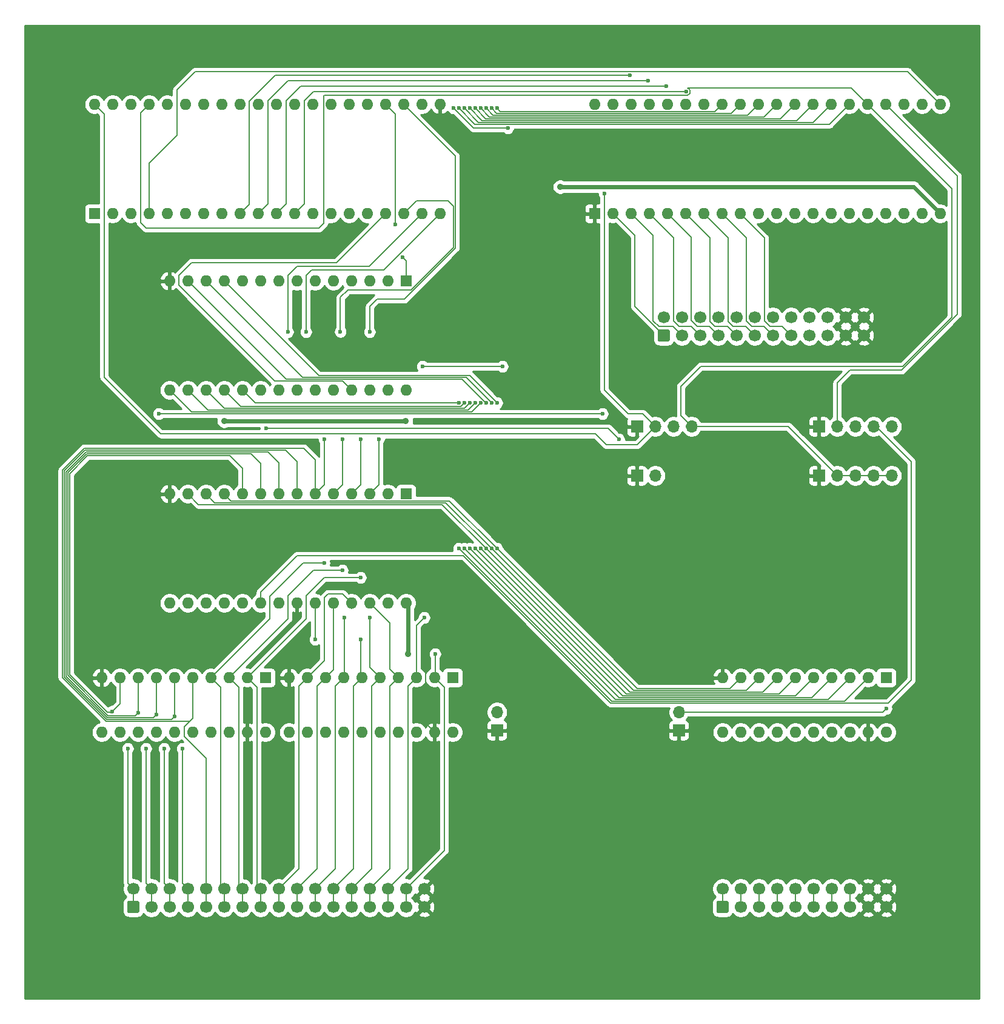
<source format=gbr>
G04 #@! TF.GenerationSoftware,KiCad,Pcbnew,(5.1.6)-1*
G04 #@! TF.CreationDate,2020-08-15T13:17:47-05:00*
G04 #@! TF.ProjectId,6502_homebrew_computer,36353032-5f68-46f6-9d65-627265775f63,0.01*
G04 #@! TF.SameCoordinates,Original*
G04 #@! TF.FileFunction,Copper,L2,Bot*
G04 #@! TF.FilePolarity,Positive*
%FSLAX46Y46*%
G04 Gerber Fmt 4.6, Leading zero omitted, Abs format (unit mm)*
G04 Created by KiCad (PCBNEW (5.1.6)-1) date 2020-08-15 13:17:47*
%MOMM*%
%LPD*%
G01*
G04 APERTURE LIST*
G04 #@! TA.AperFunction,ComponentPad*
%ADD10R,1.600000X1.600000*%
G04 #@! TD*
G04 #@! TA.AperFunction,ComponentPad*
%ADD11O,1.600000X1.600000*%
G04 #@! TD*
G04 #@! TA.AperFunction,ComponentPad*
%ADD12R,1.700000X1.700000*%
G04 #@! TD*
G04 #@! TA.AperFunction,ComponentPad*
%ADD13O,1.700000X1.700000*%
G04 #@! TD*
G04 #@! TA.AperFunction,ComponentPad*
%ADD14C,1.700000*%
G04 #@! TD*
G04 #@! TA.AperFunction,ViaPad*
%ADD15C,0.900000*%
G04 #@! TD*
G04 #@! TA.AperFunction,ViaPad*
%ADD16C,0.600000*%
G04 #@! TD*
G04 #@! TA.AperFunction,Conductor*
%ADD17C,0.600000*%
G04 #@! TD*
G04 #@! TA.AperFunction,Conductor*
%ADD18C,0.127000*%
G04 #@! TD*
G04 #@! TA.AperFunction,Conductor*
%ADD19C,0.254000*%
G04 #@! TD*
G04 APERTURE END LIST*
D10*
X78058000Y-91440000D03*
D11*
X45038000Y-106680000D03*
X75518000Y-91440000D03*
X47578000Y-106680000D03*
X72978000Y-91440000D03*
X50118000Y-106680000D03*
X70438000Y-91440000D03*
X52658000Y-106680000D03*
X67898000Y-91440000D03*
X55198000Y-106680000D03*
X65358000Y-91440000D03*
X57738000Y-106680000D03*
X62818000Y-91440000D03*
X60278000Y-106680000D03*
X60278000Y-91440000D03*
X62818000Y-106680000D03*
X57738000Y-91440000D03*
X65358000Y-106680000D03*
X55198000Y-91440000D03*
X67898000Y-106680000D03*
X52658000Y-91440000D03*
X70438000Y-106680000D03*
X50118000Y-91440000D03*
X72978000Y-106680000D03*
X47578000Y-91440000D03*
X75518000Y-106680000D03*
X45038000Y-91440000D03*
X78058000Y-106680000D03*
X78058000Y-76962000D03*
X45038000Y-61722000D03*
X75518000Y-76962000D03*
X47578000Y-61722000D03*
X72978000Y-76962000D03*
X50118000Y-61722000D03*
X70438000Y-76962000D03*
X52658000Y-61722000D03*
X67898000Y-76962000D03*
X55198000Y-61722000D03*
X65358000Y-76962000D03*
X57738000Y-61722000D03*
X62818000Y-76962000D03*
X60278000Y-61722000D03*
X60278000Y-76962000D03*
X62818000Y-61722000D03*
X57738000Y-76962000D03*
X65358000Y-61722000D03*
X55198000Y-76962000D03*
X67898000Y-61722000D03*
X52658000Y-76962000D03*
X70438000Y-61722000D03*
X50118000Y-76962000D03*
X72978000Y-61722000D03*
X47578000Y-76962000D03*
X75518000Y-61722000D03*
X45038000Y-76962000D03*
D10*
X78058000Y-61722000D03*
D11*
X104394000Y-37084000D03*
X152654000Y-52324000D03*
X106934000Y-37084000D03*
X150114000Y-52324000D03*
X109474000Y-37084000D03*
X147574000Y-52324000D03*
X112014000Y-37084000D03*
X145034000Y-52324000D03*
X114554000Y-37084000D03*
X142494000Y-52324000D03*
X117094000Y-37084000D03*
X139954000Y-52324000D03*
X119634000Y-37084000D03*
X137414000Y-52324000D03*
X122174000Y-37084000D03*
X134874000Y-52324000D03*
X124714000Y-37084000D03*
X132334000Y-52324000D03*
X127254000Y-37084000D03*
X129794000Y-52324000D03*
X129794000Y-37084000D03*
X127254000Y-52324000D03*
X132334000Y-37084000D03*
X124714000Y-52324000D03*
X134874000Y-37084000D03*
X122174000Y-52324000D03*
X137414000Y-37084000D03*
X119634000Y-52324000D03*
X139954000Y-37084000D03*
X117094000Y-52324000D03*
X142494000Y-37084000D03*
X114554000Y-52324000D03*
X145034000Y-37084000D03*
X112014000Y-52324000D03*
X147574000Y-37084000D03*
X109474000Y-52324000D03*
X150114000Y-37084000D03*
X106934000Y-52324000D03*
X152654000Y-37084000D03*
D10*
X104394000Y-52324000D03*
D12*
X116158000Y-124460000D03*
D13*
X116158000Y-121920000D03*
D10*
X34544000Y-52324000D03*
D11*
X82804000Y-37084000D03*
X37084000Y-52324000D03*
X80264000Y-37084000D03*
X39624000Y-52324000D03*
X77724000Y-37084000D03*
X42164000Y-52324000D03*
X75184000Y-37084000D03*
X44704000Y-52324000D03*
X72644000Y-37084000D03*
X47244000Y-52324000D03*
X70104000Y-37084000D03*
X49784000Y-52324000D03*
X67564000Y-37084000D03*
X52324000Y-52324000D03*
X65024000Y-37084000D03*
X54864000Y-52324000D03*
X62484000Y-37084000D03*
X57404000Y-52324000D03*
X59944000Y-37084000D03*
X59944000Y-52324000D03*
X57404000Y-37084000D03*
X62484000Y-52324000D03*
X54864000Y-37084000D03*
X65024000Y-52324000D03*
X52324000Y-37084000D03*
X67564000Y-52324000D03*
X49784000Y-37084000D03*
X70104000Y-52324000D03*
X47244000Y-37084000D03*
X72644000Y-52324000D03*
X44704000Y-37084000D03*
X75184000Y-52324000D03*
X42164000Y-37084000D03*
X77724000Y-52324000D03*
X39624000Y-37084000D03*
X80264000Y-52324000D03*
X37084000Y-37084000D03*
X82804000Y-52324000D03*
X34544000Y-37084000D03*
D10*
X145114000Y-117094000D03*
D11*
X122254000Y-124714000D03*
X142574000Y-117094000D03*
X124794000Y-124714000D03*
X140034000Y-117094000D03*
X127334000Y-124714000D03*
X137494000Y-117094000D03*
X129874000Y-124714000D03*
X134954000Y-117094000D03*
X132414000Y-124714000D03*
X132414000Y-117094000D03*
X134954000Y-124714000D03*
X129874000Y-117094000D03*
X137494000Y-124714000D03*
X127334000Y-117094000D03*
X140034000Y-124714000D03*
X124794000Y-117094000D03*
X142574000Y-124714000D03*
X122254000Y-117094000D03*
X145114000Y-124714000D03*
D12*
X135716000Y-82042000D03*
D13*
X138256000Y-82042000D03*
X140796000Y-82042000D03*
X143336000Y-82042000D03*
X145876000Y-82042000D03*
D12*
X110316000Y-88900000D03*
D13*
X112856000Y-88900000D03*
D12*
X110316000Y-82042000D03*
D13*
X112856000Y-82042000D03*
X115396000Y-82042000D03*
X117936000Y-82042000D03*
D12*
X90758000Y-124460000D03*
D13*
X90758000Y-121920000D03*
D10*
X58420000Y-117094000D03*
D11*
X35560000Y-124714000D03*
X55880000Y-117094000D03*
X38100000Y-124714000D03*
X53340000Y-117094000D03*
X40640000Y-124714000D03*
X50800000Y-117094000D03*
X43180000Y-124714000D03*
X48260000Y-117094000D03*
X45720000Y-124714000D03*
X45720000Y-117094000D03*
X48260000Y-124714000D03*
X43180000Y-117094000D03*
X50800000Y-124714000D03*
X40640000Y-117094000D03*
X53340000Y-124714000D03*
X38100000Y-117094000D03*
X55880000Y-124714000D03*
X35560000Y-117094000D03*
X58420000Y-124714000D03*
X84582000Y-124714000D03*
X61722000Y-117094000D03*
X82042000Y-124714000D03*
X64262000Y-117094000D03*
X79502000Y-124714000D03*
X66802000Y-117094000D03*
X76962000Y-124714000D03*
X69342000Y-117094000D03*
X74422000Y-124714000D03*
X71882000Y-117094000D03*
X71882000Y-124714000D03*
X74422000Y-117094000D03*
X69342000Y-124714000D03*
X76962000Y-117094000D03*
X66802000Y-124714000D03*
X79502000Y-117094000D03*
X64262000Y-124714000D03*
X82042000Y-117094000D03*
X61722000Y-124714000D03*
D10*
X84582000Y-117094000D03*
G04 #@! TA.AperFunction,ComponentPad*
G36*
G01*
X40558000Y-149948000D02*
X39358000Y-149948000D01*
G75*
G02*
X39108000Y-149698000I0J250000D01*
G01*
X39108000Y-148498000D01*
G75*
G02*
X39358000Y-148248000I250000J0D01*
G01*
X40558000Y-148248000D01*
G75*
G02*
X40808000Y-148498000I0J-250000D01*
G01*
X40808000Y-149698000D01*
G75*
G02*
X40558000Y-149948000I-250000J0D01*
G01*
G37*
G04 #@! TD.AperFunction*
D14*
X42498000Y-149098000D03*
X45038000Y-149098000D03*
X47578000Y-149098000D03*
X50118000Y-149098000D03*
X52658000Y-149098000D03*
X55198000Y-149098000D03*
X57738000Y-149098000D03*
X60278000Y-149098000D03*
X62818000Y-149098000D03*
X65358000Y-149098000D03*
X67898000Y-149098000D03*
X70438000Y-149098000D03*
X72978000Y-149098000D03*
X75518000Y-149098000D03*
X78058000Y-149098000D03*
X80598000Y-149098000D03*
X39958000Y-146558000D03*
X42498000Y-146558000D03*
X45038000Y-146558000D03*
X47578000Y-146558000D03*
X50118000Y-146558000D03*
X52658000Y-146558000D03*
X55198000Y-146558000D03*
X57738000Y-146558000D03*
X60278000Y-146558000D03*
X62818000Y-146558000D03*
X65358000Y-146558000D03*
X67898000Y-146558000D03*
X70438000Y-146558000D03*
X72978000Y-146558000D03*
X75518000Y-146558000D03*
X78058000Y-146558000D03*
X80598000Y-146558000D03*
G04 #@! TA.AperFunction,ComponentPad*
G36*
G01*
X122854000Y-149948000D02*
X121654000Y-149948000D01*
G75*
G02*
X121404000Y-149698000I0J250000D01*
G01*
X121404000Y-148498000D01*
G75*
G02*
X121654000Y-148248000I250000J0D01*
G01*
X122854000Y-148248000D01*
G75*
G02*
X123104000Y-148498000I0J-250000D01*
G01*
X123104000Y-149698000D01*
G75*
G02*
X122854000Y-149948000I-250000J0D01*
G01*
G37*
G04 #@! TD.AperFunction*
X124794000Y-149098000D03*
X127334000Y-149098000D03*
X129874000Y-149098000D03*
X132414000Y-149098000D03*
X134954000Y-149098000D03*
X137494000Y-149098000D03*
X140034000Y-149098000D03*
X142574000Y-149098000D03*
X145114000Y-149098000D03*
X122254000Y-146558000D03*
X124794000Y-146558000D03*
X127334000Y-146558000D03*
X129874000Y-146558000D03*
X132414000Y-146558000D03*
X134954000Y-146558000D03*
X137494000Y-146558000D03*
X140034000Y-146558000D03*
X142574000Y-146558000D03*
X145114000Y-146558000D03*
G04 #@! TA.AperFunction,ComponentPad*
G36*
G01*
X114646000Y-70192000D02*
X113446000Y-70192000D01*
G75*
G02*
X113196000Y-69942000I0J250000D01*
G01*
X113196000Y-68742000D01*
G75*
G02*
X113446000Y-68492000I250000J0D01*
G01*
X114646000Y-68492000D01*
G75*
G02*
X114896000Y-68742000I0J-250000D01*
G01*
X114896000Y-69942000D01*
G75*
G02*
X114646000Y-70192000I-250000J0D01*
G01*
G37*
G04 #@! TD.AperFunction*
X116586000Y-69342000D03*
X119126000Y-69342000D03*
X121666000Y-69342000D03*
X124206000Y-69342000D03*
X126746000Y-69342000D03*
X129286000Y-69342000D03*
X131826000Y-69342000D03*
X134366000Y-69342000D03*
X136906000Y-69342000D03*
X139446000Y-69342000D03*
X141986000Y-69342000D03*
X114046000Y-66802000D03*
X116586000Y-66802000D03*
X119126000Y-66802000D03*
X121666000Y-66802000D03*
X124206000Y-66802000D03*
X126746000Y-66802000D03*
X129286000Y-66802000D03*
X131826000Y-66802000D03*
X134366000Y-66802000D03*
X136906000Y-66802000D03*
X139446000Y-66802000D03*
X141986000Y-66802000D03*
D12*
X135716000Y-88900000D03*
D13*
X138256000Y-88900000D03*
X140796000Y-88900000D03*
X143336000Y-88900000D03*
X145876000Y-88900000D03*
D15*
X52658000Y-81280000D03*
X78312000Y-113792000D03*
X99568000Y-48594000D03*
X78016000Y-81280000D03*
D16*
X80810000Y-119380000D03*
X80810000Y-113792000D03*
X80810000Y-127254000D03*
X60490000Y-111252000D03*
X53886000Y-84074000D03*
X61506000Y-84074000D03*
X81826000Y-123190000D03*
X63792000Y-111252000D03*
D15*
X34328000Y-49276000D03*
D16*
X105744000Y-49530000D03*
X43514000Y-80264000D03*
X105490000Y-80264000D03*
X91520000Y-73660000D03*
X80344000Y-73660000D03*
X109300000Y-33020000D03*
X37037000Y-121793000D03*
X39196000Y-127000000D03*
X111840000Y-33782000D03*
X40640000Y-122000000D03*
X41736000Y-127000000D03*
X114380000Y-34544000D03*
X43180000Y-122254000D03*
X44276000Y-127000000D03*
X117174000Y-35306000D03*
X45720000Y-122508000D03*
X46816000Y-127000000D03*
X66628000Y-83820000D03*
X69168000Y-83820000D03*
X66628000Y-101092000D03*
X71708000Y-83820000D03*
X69168000Y-102108000D03*
X74248000Y-83820000D03*
X71708000Y-103124000D03*
X68888501Y-68808501D03*
X61548000Y-68834000D03*
X69422000Y-108712000D03*
X64088000Y-68834000D03*
X71708000Y-111760000D03*
X65358000Y-111760000D03*
X72978000Y-108712000D03*
X72978000Y-68834000D03*
X76534000Y-53848000D03*
X77550000Y-58420000D03*
X80598000Y-108712000D03*
X84662000Y-37592000D03*
X92282000Y-40386000D03*
X82122000Y-113792000D03*
X90758000Y-78740000D03*
X90758000Y-37592000D03*
X90758000Y-99060000D03*
X89996000Y-99060000D03*
X89996000Y-78740000D03*
X89996000Y-37592000D03*
X89234000Y-78740000D03*
X89234000Y-37592000D03*
X89234000Y-99060000D03*
X88472000Y-37592000D03*
X88472000Y-99060000D03*
X88472000Y-78740000D03*
X87710000Y-37592000D03*
X87710000Y-99060000D03*
X87710000Y-78740000D03*
X86948000Y-37592000D03*
X86948000Y-99060000D03*
X86948000Y-78740000D03*
X86186000Y-37592000D03*
X86186000Y-99060000D03*
X86186000Y-78740000D03*
X85424000Y-37592000D03*
X85424000Y-99060000D03*
X85424000Y-78740000D03*
X145114000Y-121412000D03*
X58500000Y-82296000D03*
X107776000Y-83820000D03*
D17*
X78312000Y-106934000D02*
X78058000Y-106680000D01*
X78312000Y-113792000D02*
X78312000Y-106934000D01*
X148924000Y-48594000D02*
X152654000Y-52324000D01*
X99568000Y-48594000D02*
X148924000Y-48594000D01*
X52658000Y-81280000D02*
X78016000Y-81280000D01*
D18*
X110316000Y-82042000D02*
X110316000Y-81534000D01*
X80810000Y-119380000D02*
X80810000Y-113792000D01*
X80810000Y-123482000D02*
X82042000Y-124714000D01*
X80810000Y-119380000D02*
X80810000Y-123482000D01*
X155020000Y-47070000D02*
X145034000Y-37084000D01*
X155020000Y-66399224D02*
X155020000Y-47070000D01*
X147251224Y-74168000D02*
X155020000Y-66399224D01*
X147251224Y-74168000D02*
X140034000Y-74168000D01*
X138256000Y-75946000D02*
X138256000Y-82042000D01*
X140034000Y-74168000D02*
X138256000Y-75946000D01*
X34544000Y-37084000D02*
X35894000Y-38434000D01*
X35894000Y-38434000D02*
X35894000Y-75184000D01*
X43792501Y-83082501D02*
X104498501Y-83082501D01*
X35894000Y-75184000D02*
X43792501Y-83082501D01*
X104498501Y-83082501D02*
X105998000Y-84582000D01*
X110316000Y-84582000D02*
X112856000Y-82042000D01*
X105998000Y-84582000D02*
X110316000Y-84582000D01*
X111078000Y-80264000D02*
X112856000Y-82042000D01*
X109046000Y-80264000D02*
X111078000Y-80264000D01*
X105744000Y-52048058D02*
X105744000Y-76962000D01*
X105744000Y-76962000D02*
X109046000Y-80264000D01*
X105744000Y-52324000D02*
X105744000Y-49530000D01*
X43514000Y-80264000D02*
X105490000Y-80264000D01*
X117664501Y-35070559D02*
X117664501Y-35541441D01*
X66573499Y-53648501D02*
X65866000Y-54356000D01*
X117409441Y-34815499D02*
X117664501Y-35070559D01*
X142494000Y-37084000D02*
X140225499Y-34815499D01*
X40974000Y-38274000D02*
X42164000Y-37084000D01*
X40974000Y-53594000D02*
X40974000Y-38274000D01*
X66573499Y-35868501D02*
X66573499Y-53648501D01*
X140225499Y-34815499D02*
X117409441Y-34815499D01*
X117391942Y-35814000D02*
X66628000Y-35814000D01*
X41736000Y-54356000D02*
X40974000Y-53594000D01*
X66628000Y-35814000D02*
X66573499Y-35868501D01*
X117664501Y-35541441D02*
X117391942Y-35814000D01*
X65866000Y-54356000D02*
X41736000Y-54356000D01*
X154258000Y-48848000D02*
X142494000Y-37084000D01*
X154258000Y-66802000D02*
X154258000Y-48848000D01*
X116436501Y-80542501D02*
X116436501Y-76429499D01*
X147400000Y-73660000D02*
X154258000Y-66802000D01*
X117936000Y-82042000D02*
X116436501Y-80542501D01*
X116436501Y-76429499D02*
X119206000Y-73660000D01*
X119206000Y-73660000D02*
X147400000Y-73660000D01*
X148099499Y-32529499D02*
X152654000Y-37084000D01*
X42164000Y-45292000D02*
X46054000Y-41402000D01*
X46054000Y-41402000D02*
X46054000Y-35052000D01*
X42164000Y-52324000D02*
X42164000Y-45292000D01*
X46054000Y-35052000D02*
X48576501Y-32529499D01*
X48576501Y-32529499D02*
X148099499Y-32529499D01*
X91520000Y-73660000D02*
X80344000Y-73660000D01*
X56134000Y-36656000D02*
X59770000Y-33020000D01*
X54864000Y-52324000D02*
X56134000Y-51054000D01*
X56134000Y-51054000D02*
X56134000Y-36656000D01*
X59770000Y-33020000D02*
X109300000Y-33020000D01*
X38100000Y-120730000D02*
X38100000Y-117094000D01*
X36314896Y-121920000D02*
X36910000Y-121920000D01*
X31068000Y-116673104D02*
X36314896Y-121920000D01*
X55198000Y-87884000D02*
X53420000Y-86106000D01*
X53420000Y-86106000D02*
X33564448Y-86106000D01*
X55198000Y-91440000D02*
X55198000Y-87884000D01*
X33564448Y-86106000D02*
X31068000Y-88602448D01*
X31068000Y-88602448D02*
X31068000Y-116673104D01*
X36910000Y-121920000D02*
X37037000Y-121793000D01*
X37037000Y-121793000D02*
X38100000Y-120730000D01*
X39196000Y-145796000D02*
X39958000Y-146558000D01*
X39196000Y-127000000D02*
X39196000Y-145796000D01*
X39958000Y-146558000D02*
X39958000Y-149098000D01*
X57404000Y-52324000D02*
X58754000Y-50974000D01*
X58754000Y-50974000D02*
X58754000Y-36576000D01*
X60024009Y-35305991D02*
X61548000Y-33782000D01*
X61548000Y-33782000D02*
X111840000Y-33782000D01*
X58754000Y-36576000D02*
X60024009Y-35305991D01*
X59770000Y-35560000D02*
X60024009Y-35305991D01*
X40640000Y-122000000D02*
X40640000Y-117094000D01*
X41736000Y-145796000D02*
X42498000Y-146558000D01*
X41736000Y-127000000D02*
X41736000Y-145796000D01*
X42498000Y-146558000D02*
X42498000Y-149098000D01*
X40212000Y-122428000D02*
X40640000Y-122000000D01*
X36463672Y-122428000D02*
X40212000Y-122428000D01*
X57738000Y-87164000D02*
X56426000Y-85852000D01*
X30814000Y-116778328D02*
X36463672Y-122428000D01*
X57738000Y-91440000D02*
X57738000Y-87164000D01*
X33459224Y-85852000D02*
X30814000Y-88497224D01*
X56426000Y-85852000D02*
X33459224Y-85852000D01*
X30814000Y-88497224D02*
X30814000Y-116778328D01*
X61294000Y-50974000D02*
X61294000Y-36576000D01*
X59944000Y-52324000D02*
X61294000Y-50974000D01*
X62056000Y-35814000D02*
X62310000Y-35560000D01*
X61294000Y-36576000D02*
X62056000Y-35814000D01*
X63072000Y-34798000D02*
X63326000Y-34544000D01*
X63326000Y-34544000D02*
X114380000Y-34544000D01*
X62056000Y-35814000D02*
X63072000Y-34798000D01*
X62818000Y-35052000D02*
X63072000Y-34798000D01*
X42752000Y-122682000D02*
X43180000Y-122254000D01*
X36358448Y-122682000D02*
X42752000Y-122682000D01*
X30560000Y-116883552D02*
X36358448Y-122682000D01*
X58797552Y-85598000D02*
X33354000Y-85598000D01*
X43180000Y-122254000D02*
X43180000Y-117094000D01*
X60278000Y-87078448D02*
X58797552Y-85598000D01*
X60278000Y-91440000D02*
X60278000Y-87078448D01*
X33354000Y-85598000D02*
X30560000Y-88392000D01*
X30560000Y-88392000D02*
X30560000Y-116883552D01*
X44276000Y-145796000D02*
X45038000Y-146558000D01*
X44276000Y-127000000D02*
X44276000Y-145796000D01*
X45038000Y-146558000D02*
X45038000Y-149098000D01*
X62484000Y-52324000D02*
X63834000Y-50974000D01*
X63834000Y-50974000D02*
X63834000Y-36576000D01*
X63834000Y-36576000D02*
X65104000Y-35306000D01*
X65104000Y-35306000D02*
X117174000Y-35306000D01*
X62818000Y-91440000D02*
X62818000Y-89662000D01*
X45720000Y-122508000D02*
X45720000Y-117094000D01*
X46816000Y-145796000D02*
X47578000Y-146558000D01*
X46816000Y-127000000D02*
X46816000Y-145796000D01*
X47578000Y-146558000D02*
X47578000Y-149098000D01*
X45292000Y-122936000D02*
X45720000Y-122508000D01*
X36253224Y-122936000D02*
X45292000Y-122936000D01*
X30306000Y-116988776D02*
X36253224Y-122936000D01*
X62818000Y-86910000D02*
X61252000Y-85344000D01*
X61252000Y-85344000D02*
X33205224Y-85344000D01*
X62818000Y-91440000D02*
X62818000Y-86910000D01*
X33205224Y-85344000D02*
X30306000Y-88243224D01*
X30306000Y-88243224D02*
X30306000Y-116988776D01*
X66628000Y-90170000D02*
X65358000Y-91440000D01*
X66628000Y-83820000D02*
X66628000Y-90170000D01*
X48260000Y-117682000D02*
X48260000Y-117094000D01*
X47831991Y-123190009D02*
X48260000Y-122762000D01*
X48260000Y-122762000D02*
X48260000Y-117094000D01*
X50118000Y-146558000D02*
X50118000Y-149098000D01*
X42752000Y-123190000D02*
X42752009Y-123190009D01*
X36148000Y-123190000D02*
X42752000Y-123190000D01*
X42752009Y-123190009D02*
X47831991Y-123190009D01*
X65358000Y-86656000D02*
X63792000Y-85090000D01*
X63792000Y-85090000D02*
X33100000Y-85090000D01*
X30052000Y-88138000D02*
X30052000Y-117094000D01*
X30052000Y-117094000D02*
X36148000Y-123190000D01*
X65358000Y-91440000D02*
X65358000Y-86656000D01*
X33100000Y-85090000D02*
X30052000Y-88138000D01*
X50118000Y-128312000D02*
X50118000Y-146558000D01*
X47070000Y-125264000D02*
X50118000Y-128312000D01*
X47831991Y-123190009D02*
X47070000Y-123952000D01*
X47070000Y-123952000D02*
X47070000Y-125264000D01*
X69168000Y-90170000D02*
X67898000Y-91440000D01*
X69168000Y-83820000D02*
X69168000Y-90170000D01*
X52658000Y-146558000D02*
X52658000Y-149098000D01*
X50800000Y-117094000D02*
X52150000Y-118444000D01*
X52150000Y-146050000D02*
X52658000Y-146558000D01*
X52150000Y-118444000D02*
X52150000Y-146050000D01*
X63685224Y-101092000D02*
X66628000Y-101092000D01*
X59008000Y-105769224D02*
X63685224Y-101092000D01*
X59008000Y-108886000D02*
X59008000Y-105769224D01*
X50800000Y-117094000D02*
X59008000Y-108886000D01*
X71708000Y-90170000D02*
X70438000Y-91440000D01*
X71708000Y-83820000D02*
X71708000Y-90170000D01*
X55198000Y-146558000D02*
X55198000Y-149098000D01*
X53340000Y-117094000D02*
X54690000Y-118444000D01*
X54690000Y-146050000D02*
X55198000Y-146558000D01*
X54690000Y-118444000D02*
X54690000Y-146050000D01*
X61548000Y-108886000D02*
X61548000Y-105664000D01*
X61548000Y-105664000D02*
X65104000Y-102108000D01*
X65104000Y-102108000D02*
X69168000Y-102108000D01*
X53340000Y-117094000D02*
X61548000Y-108886000D01*
X74248000Y-90170000D02*
X72978000Y-91440000D01*
X74248000Y-83820000D02*
X74248000Y-90170000D01*
X57738000Y-146558000D02*
X57738000Y-149098000D01*
X55880000Y-117094000D02*
X57230000Y-118444000D01*
X57230000Y-146050000D02*
X57738000Y-146558000D01*
X57230000Y-118444000D02*
X57230000Y-146050000D01*
X64088000Y-108886000D02*
X64088000Y-105664000D01*
X64088000Y-105664000D02*
X66628000Y-103124000D01*
X55880000Y-117094000D02*
X64088000Y-108886000D01*
X66628000Y-103124000D02*
X71708000Y-103124000D01*
X60278000Y-146558000D02*
X60278000Y-149098000D01*
X70438000Y-106680000D02*
X70438000Y-107442000D01*
X63072000Y-143764000D02*
X60278000Y-146558000D01*
X64262000Y-117094000D02*
X63072000Y-118284000D01*
X63072000Y-118284000D02*
X63072000Y-143764000D01*
X69168000Y-105410000D02*
X70438000Y-106680000D01*
X67136000Y-105410000D02*
X69168000Y-105410000D01*
X66628000Y-105918000D02*
X67136000Y-105410000D01*
X64262000Y-117094000D02*
X66628000Y-114728000D01*
X66628000Y-114728000D02*
X66628000Y-105918000D01*
X68888501Y-68808501D02*
X68888501Y-64033499D01*
X68888501Y-64033499D02*
X69930000Y-62992000D01*
X84662000Y-57060902D02*
X84662000Y-51308000D01*
X69930000Y-62992000D02*
X78730902Y-62992000D01*
X78730902Y-62992000D02*
X84662000Y-57060902D01*
X84662000Y-51308000D02*
X83900000Y-50546000D01*
X79502000Y-50546000D02*
X77724000Y-52324000D01*
X83900000Y-50546000D02*
X79502000Y-50546000D01*
X68888501Y-68808501D02*
X68914000Y-68834000D01*
X62818000Y-146558000D02*
X62818000Y-149098000D01*
X67898000Y-115998000D02*
X66802000Y-117094000D01*
X67898000Y-106680000D02*
X67898000Y-115998000D01*
X66802000Y-117094000D02*
X65612000Y-118284000D01*
X65612000Y-143764000D02*
X62818000Y-146558000D01*
X65612000Y-118284000D02*
X65612000Y-143764000D01*
X80264000Y-52324000D02*
X72898000Y-59690000D01*
X72898000Y-59690000D02*
X62818000Y-59690000D01*
X62818000Y-59690000D02*
X61548000Y-60960000D01*
X61548000Y-64516000D02*
X61548000Y-68834000D01*
X61548000Y-60960000D02*
X61548000Y-64516000D01*
X61548000Y-63500000D02*
X61548000Y-64516000D01*
X65358000Y-146558000D02*
X65358000Y-149098000D01*
X69422000Y-117014000D02*
X69342000Y-117094000D01*
X69422000Y-108712000D02*
X69422000Y-117014000D01*
X69342000Y-117094000D02*
X68152000Y-118284000D01*
X68152000Y-143764000D02*
X66882000Y-145034000D01*
X68152000Y-118284000D02*
X68152000Y-143764000D01*
X67151942Y-144764058D02*
X66882000Y-145034000D01*
X66882000Y-145034000D02*
X65358000Y-146558000D01*
X82804000Y-52324000D02*
X74930000Y-60198000D01*
X74930000Y-60198000D02*
X64850000Y-60198000D01*
X64850000Y-60198000D02*
X64088000Y-60960000D01*
X64088000Y-64516000D02*
X64088000Y-68834000D01*
X64088000Y-60960000D02*
X64088000Y-64516000D01*
X64088000Y-63500000D02*
X64088000Y-64516000D01*
X67898000Y-146558000D02*
X67898000Y-149098000D01*
X71882000Y-117094000D02*
X70692000Y-118284000D01*
X70692000Y-143764000D02*
X67898000Y-146558000D01*
X70692000Y-118284000D02*
X70692000Y-143764000D01*
X71708000Y-116920000D02*
X71882000Y-117094000D01*
X71708000Y-111760000D02*
X71708000Y-116920000D01*
X65358000Y-106680000D02*
X65358000Y-111760000D01*
X70438000Y-146558000D02*
X70438000Y-149098000D01*
X72978000Y-115650000D02*
X74422000Y-117094000D01*
X72978000Y-108712000D02*
X72978000Y-115650000D01*
X74422000Y-117094000D02*
X73232000Y-118284000D01*
X73232000Y-143764000D02*
X70438000Y-146558000D01*
X73232000Y-118284000D02*
X73232000Y-143764000D01*
X84916009Y-57166117D02*
X77820126Y-64262000D01*
X77724000Y-37084000D02*
X84916009Y-44276009D01*
X84916009Y-44276009D02*
X84916009Y-57166117D01*
X77820126Y-64262000D02*
X73994000Y-64262000D01*
X73994000Y-64262000D02*
X72978000Y-65278000D01*
X72978000Y-65278000D02*
X72978000Y-68834000D01*
X72978000Y-146558000D02*
X72978000Y-149098000D01*
X72978000Y-106680000D02*
X75772000Y-109474000D01*
X75772000Y-115904000D02*
X76962000Y-117094000D01*
X75772000Y-109474000D02*
X75772000Y-115904000D01*
X76962000Y-117094000D02*
X75772000Y-118284000D01*
X75772000Y-143764000D02*
X72978000Y-146558000D01*
X75772000Y-118284000D02*
X75772000Y-143764000D01*
X75184000Y-37084000D02*
X76534000Y-38434000D01*
X76534000Y-38434000D02*
X76534000Y-53848000D01*
X77550000Y-58420000D02*
X78058000Y-58928000D01*
X78058000Y-58928000D02*
X78058000Y-61722000D01*
X75518000Y-146558000D02*
X75518000Y-149098000D01*
X79502000Y-117094000D02*
X78312000Y-118284000D01*
X78312000Y-143764000D02*
X75518000Y-146558000D01*
X78312000Y-118284000D02*
X78312000Y-143764000D01*
X79502000Y-109808000D02*
X79502000Y-117094000D01*
X80598000Y-108712000D02*
X79502000Y-109808000D01*
X78058000Y-146558000D02*
X78058000Y-149098000D01*
X84662000Y-37592000D02*
X87456000Y-40386000D01*
X87456000Y-40386000D02*
X92282000Y-40386000D01*
X82122000Y-117014000D02*
X82042000Y-117094000D01*
X82122000Y-113792000D02*
X82122000Y-117014000D01*
X82042000Y-117094000D02*
X83392000Y-118444000D01*
X83392000Y-141224000D02*
X78058000Y-146558000D01*
X83392000Y-118444000D02*
X83392000Y-141224000D01*
X121183499Y-38074501D02*
X122174000Y-37084000D01*
X91240501Y-38074501D02*
X121183499Y-38074501D01*
X90758000Y-37592000D02*
X91240501Y-38074501D01*
X53648501Y-92430501D02*
X52658000Y-91440000D01*
X84128501Y-92430501D02*
X53648501Y-92430501D01*
X90758000Y-99060000D02*
X84128501Y-92430501D01*
X90758000Y-99060000D02*
X110316000Y-118618000D01*
X123270000Y-118618000D02*
X124794000Y-117094000D01*
X110316000Y-118618000D02*
X123270000Y-118618000D01*
X122254000Y-149098000D02*
X122254000Y-146558000D01*
X90758000Y-78740000D02*
X86930502Y-74912502D01*
X65848502Y-74912502D02*
X52658000Y-61722000D01*
X86930502Y-74912502D02*
X65848502Y-74912502D01*
X63579990Y-75183990D02*
X50118000Y-61722000D01*
X86439990Y-75183990D02*
X63579990Y-75183990D01*
X89996000Y-78740000D02*
X86439990Y-75183990D01*
X123469489Y-38328511D02*
X124714000Y-37084000D01*
X90732511Y-38328511D02*
X123469489Y-38328511D01*
X89996000Y-37592000D02*
X90732511Y-38328511D01*
X51362511Y-92684511D02*
X50118000Y-91440000D01*
X83620511Y-92684511D02*
X51362511Y-92684511D01*
X89996000Y-99060000D02*
X83620511Y-92684511D01*
X109808010Y-118872010D02*
X125555990Y-118872010D01*
X125555990Y-118872010D02*
X127334000Y-117094000D01*
X89996000Y-99060000D02*
X109808010Y-118872010D01*
X124794000Y-149098000D02*
X124794000Y-146558000D01*
X47578000Y-61722000D02*
X61294000Y-75438000D01*
X89197942Y-78740000D02*
X89234000Y-78740000D01*
X85895942Y-75438000D02*
X89197942Y-78740000D01*
X61294000Y-75438000D02*
X85895942Y-75438000D01*
X125755479Y-38582521D02*
X127254000Y-37084000D01*
X90224521Y-38582521D02*
X125755479Y-38582521D01*
X89234000Y-37592000D02*
X90224521Y-38582521D01*
X49076521Y-92938521D02*
X47578000Y-91440000D01*
X83112521Y-92938521D02*
X49076521Y-92938521D01*
X89234000Y-99060000D02*
X83112521Y-92938521D01*
X127841980Y-119126020D02*
X129874000Y-117094000D01*
X109300020Y-119126020D02*
X127841980Y-119126020D01*
X89234000Y-99060000D02*
X109300020Y-119126020D01*
X127334000Y-149098000D02*
X127334000Y-146558000D01*
X128041470Y-38836530D02*
X129794000Y-37084000D01*
X89716530Y-38836530D02*
X128041470Y-38836530D01*
X88472000Y-37592000D02*
X89716530Y-38836530D01*
X130127970Y-119380030D02*
X132414000Y-117094000D01*
X108792030Y-119380030D02*
X130127970Y-119380030D01*
X88472000Y-99060000D02*
X108792030Y-119380030D01*
X48068528Y-79992528D02*
X45038000Y-76962000D01*
X87219472Y-79992528D02*
X48068528Y-79992528D01*
X88472000Y-78740000D02*
X87219472Y-79992528D01*
X129874000Y-149098000D02*
X129874000Y-146558000D01*
X130327461Y-39090539D02*
X132334000Y-37084000D01*
X89208539Y-39090539D02*
X130327461Y-39090539D01*
X87710000Y-37592000D02*
X89208539Y-39090539D01*
X108284039Y-119634039D02*
X132413961Y-119634039D01*
X132413961Y-119634039D02*
X134954000Y-117094000D01*
X87710000Y-99060000D02*
X108284039Y-119634039D01*
X86711481Y-79738519D02*
X87710000Y-78740000D01*
X50354519Y-79738519D02*
X86711481Y-79738519D01*
X47578000Y-76962000D02*
X50354519Y-79738519D01*
X132414000Y-149098000D02*
X132414000Y-146558000D01*
X132613451Y-39344549D02*
X134874000Y-37084000D01*
X88700549Y-39344549D02*
X132613451Y-39344549D01*
X86948000Y-37592000D02*
X88700549Y-39344549D01*
X107776049Y-119888049D02*
X134699951Y-119888049D01*
X134699951Y-119888049D02*
X137494000Y-117094000D01*
X86948000Y-99060000D02*
X107776049Y-119888049D01*
X52640510Y-79484510D02*
X50118000Y-76962000D01*
X86203490Y-79484510D02*
X52640510Y-79484510D01*
X86948000Y-78740000D02*
X86203490Y-79484510D01*
X134954000Y-149098000D02*
X134954000Y-146558000D01*
X134899442Y-39598558D02*
X137414000Y-37084000D01*
X88192558Y-39598558D02*
X134899442Y-39598558D01*
X86186000Y-37592000D02*
X88192558Y-39598558D01*
X136985942Y-120142058D02*
X140034000Y-117094000D01*
X107268058Y-120142058D02*
X136985942Y-120142058D01*
X86186000Y-99060000D02*
X107268058Y-120142058D01*
X54926501Y-79230501D02*
X52658000Y-76962000D01*
X85695499Y-79230501D02*
X54926501Y-79230501D01*
X86186000Y-78740000D02*
X85695499Y-79230501D01*
X137494000Y-149098000D02*
X137494000Y-146558000D01*
X137185433Y-39852567D02*
X139954000Y-37084000D01*
X87684567Y-39852567D02*
X137185433Y-39852567D01*
X85424000Y-37592000D02*
X87684567Y-39852567D01*
X140034000Y-149098000D02*
X140034000Y-146558000D01*
X56976000Y-78740000D02*
X85424000Y-78740000D01*
X55198000Y-76962000D02*
X56976000Y-78740000D01*
X57738000Y-106680000D02*
X57738000Y-105156000D01*
X57738000Y-105156000D02*
X62818000Y-100076000D01*
X62818000Y-100076000D02*
X86080776Y-100076000D01*
X93675277Y-107670501D02*
X86080776Y-100076000D01*
X145367923Y-120650077D02*
X148628000Y-117390000D01*
X148628000Y-86974000D02*
X143696000Y-82042000D01*
X143696000Y-82042000D02*
X143336000Y-82042000D01*
X86080776Y-100076000D02*
X106654853Y-120650077D01*
X106654853Y-120650077D02*
X145367923Y-120650077D01*
X148628000Y-117390000D02*
X148628000Y-86974000D01*
X138256000Y-88900000D02*
X140796000Y-88900000D01*
X143336000Y-88900000D02*
X145876000Y-88900000D01*
X143336000Y-88900000D02*
X140796000Y-88900000D01*
X135716000Y-86360000D02*
X138256000Y-88900000D01*
X117936000Y-82042000D02*
X131398000Y-82042000D01*
X131398000Y-82042000D02*
X135716000Y-86360000D01*
X69168000Y-75692000D02*
X70438000Y-76962000D01*
X68326000Y-59182000D02*
X48093060Y-59182000D01*
X75184000Y-52324000D02*
X68326000Y-59182000D01*
X46308000Y-62272000D02*
X59728000Y-75692000D01*
X59728000Y-75692000D02*
X69168000Y-75692000D01*
X48093060Y-59182000D02*
X46308000Y-60967060D01*
X46308000Y-60967060D02*
X46308000Y-62272000D01*
X142574000Y-117094000D02*
X139271933Y-120396067D01*
X139271933Y-120396067D02*
X106760067Y-120396067D01*
X106760067Y-120396067D02*
X85424000Y-99060000D01*
X116158000Y-121920000D02*
X144606000Y-121920000D01*
X144606000Y-121920000D02*
X145114000Y-121412000D01*
X110020000Y-65316000D02*
X114046000Y-69342000D01*
X106934000Y-52324000D02*
X110020000Y-55410000D01*
X110020000Y-55410000D02*
X110020000Y-65316000D01*
X113364000Y-68072000D02*
X115316000Y-68072000D01*
X112560000Y-67268000D02*
X113364000Y-68072000D01*
X115316000Y-68072000D02*
X116586000Y-69342000D01*
X109474000Y-52324000D02*
X112560000Y-55410000D01*
X112560000Y-55410000D02*
X112560000Y-67268000D01*
X116158000Y-68072000D02*
X117856000Y-68072000D01*
X112014000Y-52324000D02*
X115396000Y-55706000D01*
X117856000Y-68072000D02*
X119126000Y-69342000D01*
X115396000Y-67310000D02*
X116158000Y-68072000D01*
X115396000Y-55706000D02*
X115396000Y-67310000D01*
X120396000Y-68072000D02*
X121666000Y-69342000D01*
X118756029Y-68072000D02*
X120396000Y-68072000D01*
X117894000Y-67209971D02*
X118756029Y-68072000D01*
X114554000Y-52324000D02*
X117894000Y-55664000D01*
X117894000Y-55664000D02*
X117894000Y-67209971D01*
X122936000Y-68072000D02*
X124206000Y-69342000D01*
X120476000Y-67357971D02*
X121190029Y-68072000D01*
X117094000Y-52324000D02*
X120476000Y-55706000D01*
X121190029Y-68072000D02*
X122936000Y-68072000D01*
X120476000Y-55706000D02*
X120476000Y-67357971D01*
X125476000Y-68072000D02*
X126746000Y-69342000D01*
X123730029Y-68072000D02*
X125476000Y-68072000D01*
X119634000Y-52324000D02*
X123016000Y-55706000D01*
X123016000Y-67357971D02*
X123730029Y-68072000D01*
X123016000Y-55706000D02*
X123016000Y-67357971D01*
X126318000Y-68072000D02*
X128016000Y-68072000D01*
X125556000Y-67310000D02*
X126318000Y-68072000D01*
X128016000Y-68072000D02*
X129286000Y-69342000D01*
X122174000Y-52324000D02*
X125556000Y-55706000D01*
X125556000Y-55706000D02*
X125556000Y-67310000D01*
X130556000Y-68072000D02*
X131826000Y-69342000D01*
X128858000Y-68072000D02*
X130556000Y-68072000D01*
X128096000Y-67310000D02*
X128858000Y-68072000D01*
X124714000Y-52324000D02*
X128096000Y-55706000D01*
X128096000Y-55706000D02*
X128096000Y-67310000D01*
X127254000Y-52324000D02*
X127080000Y-52324000D01*
X127080000Y-52324000D02*
X127080000Y-51562000D01*
X58500000Y-82296000D02*
X106252000Y-82296000D01*
X106252000Y-82296000D02*
X107776000Y-83820000D01*
D19*
G36*
X158113950Y-161905950D02*
G01*
X24822050Y-161905950D01*
X24822050Y-88138000D01*
X29350122Y-88138000D01*
X29353500Y-88172298D01*
X29353501Y-117059691D01*
X29350122Y-117094000D01*
X29353501Y-117128308D01*
X29353501Y-117128309D01*
X29363608Y-117230930D01*
X29371630Y-117257374D01*
X29403549Y-117362598D01*
X29468409Y-117483943D01*
X29533826Y-117563653D01*
X29533828Y-117563655D01*
X29555698Y-117590303D01*
X29582344Y-117612171D01*
X35277293Y-123307121D01*
X35141426Y-123334147D01*
X34880273Y-123442320D01*
X34645241Y-123599363D01*
X34445363Y-123799241D01*
X34288320Y-124034273D01*
X34180147Y-124295426D01*
X34125000Y-124572665D01*
X34125000Y-124855335D01*
X34180147Y-125132574D01*
X34288320Y-125393727D01*
X34445363Y-125628759D01*
X34645241Y-125828637D01*
X34880273Y-125985680D01*
X35141426Y-126093853D01*
X35418665Y-126149000D01*
X35701335Y-126149000D01*
X35978574Y-126093853D01*
X36239727Y-125985680D01*
X36474759Y-125828637D01*
X36674637Y-125628759D01*
X36830000Y-125396241D01*
X36985363Y-125628759D01*
X37185241Y-125828637D01*
X37420273Y-125985680D01*
X37681426Y-126093853D01*
X37958665Y-126149000D01*
X38241335Y-126149000D01*
X38518574Y-126093853D01*
X38779727Y-125985680D01*
X39014759Y-125828637D01*
X39214637Y-125628759D01*
X39370000Y-125396241D01*
X39525363Y-125628759D01*
X39725241Y-125828637D01*
X39960273Y-125985680D01*
X40221426Y-126093853D01*
X40498665Y-126149000D01*
X40781335Y-126149000D01*
X41058574Y-126093853D01*
X41319727Y-125985680D01*
X41554759Y-125828637D01*
X41754637Y-125628759D01*
X41910000Y-125396241D01*
X42065363Y-125628759D01*
X42265241Y-125828637D01*
X42500273Y-125985680D01*
X42761426Y-126093853D01*
X43038665Y-126149000D01*
X43321335Y-126149000D01*
X43598574Y-126093853D01*
X43859727Y-125985680D01*
X44094759Y-125828637D01*
X44294637Y-125628759D01*
X44450000Y-125396241D01*
X44605363Y-125628759D01*
X44805241Y-125828637D01*
X45040273Y-125985680D01*
X45301426Y-126093853D01*
X45578665Y-126149000D01*
X45861335Y-126149000D01*
X46138574Y-126093853D01*
X46399727Y-125985680D01*
X46634759Y-125828637D01*
X46640784Y-125822612D01*
X46883173Y-126065000D01*
X46723911Y-126065000D01*
X46543271Y-126100932D01*
X46373111Y-126171414D01*
X46219972Y-126273738D01*
X46089738Y-126403972D01*
X45987414Y-126557111D01*
X45916932Y-126727271D01*
X45881000Y-126907911D01*
X45881000Y-127092089D01*
X45916932Y-127272729D01*
X45987414Y-127442889D01*
X46089738Y-127596028D01*
X46117500Y-127623790D01*
X46117501Y-145537394D01*
X45984632Y-145404525D01*
X45741411Y-145242010D01*
X45471158Y-145130068D01*
X45184260Y-145073000D01*
X44974500Y-145073000D01*
X44974500Y-127623790D01*
X45002262Y-127596028D01*
X45104586Y-127442889D01*
X45175068Y-127272729D01*
X45211000Y-127092089D01*
X45211000Y-126907911D01*
X45175068Y-126727271D01*
X45104586Y-126557111D01*
X45002262Y-126403972D01*
X44872028Y-126273738D01*
X44718889Y-126171414D01*
X44548729Y-126100932D01*
X44368089Y-126065000D01*
X44183911Y-126065000D01*
X44003271Y-126100932D01*
X43833111Y-126171414D01*
X43679972Y-126273738D01*
X43549738Y-126403972D01*
X43447414Y-126557111D01*
X43376932Y-126727271D01*
X43341000Y-126907911D01*
X43341000Y-127092089D01*
X43376932Y-127272729D01*
X43447414Y-127442889D01*
X43549738Y-127596028D01*
X43577500Y-127623790D01*
X43577501Y-145537394D01*
X43444632Y-145404525D01*
X43201411Y-145242010D01*
X42931158Y-145130068D01*
X42644260Y-145073000D01*
X42434500Y-145073000D01*
X42434500Y-127623790D01*
X42462262Y-127596028D01*
X42564586Y-127442889D01*
X42635068Y-127272729D01*
X42671000Y-127092089D01*
X42671000Y-126907911D01*
X42635068Y-126727271D01*
X42564586Y-126557111D01*
X42462262Y-126403972D01*
X42332028Y-126273738D01*
X42178889Y-126171414D01*
X42008729Y-126100932D01*
X41828089Y-126065000D01*
X41643911Y-126065000D01*
X41463271Y-126100932D01*
X41293111Y-126171414D01*
X41139972Y-126273738D01*
X41009738Y-126403972D01*
X40907414Y-126557111D01*
X40836932Y-126727271D01*
X40801000Y-126907911D01*
X40801000Y-127092089D01*
X40836932Y-127272729D01*
X40907414Y-127442889D01*
X41009738Y-127596028D01*
X41037500Y-127623790D01*
X41037501Y-145537394D01*
X40904632Y-145404525D01*
X40661411Y-145242010D01*
X40391158Y-145130068D01*
X40104260Y-145073000D01*
X39894500Y-145073000D01*
X39894500Y-127623790D01*
X39922262Y-127596028D01*
X40024586Y-127442889D01*
X40095068Y-127272729D01*
X40131000Y-127092089D01*
X40131000Y-126907911D01*
X40095068Y-126727271D01*
X40024586Y-126557111D01*
X39922262Y-126403972D01*
X39792028Y-126273738D01*
X39638889Y-126171414D01*
X39468729Y-126100932D01*
X39288089Y-126065000D01*
X39103911Y-126065000D01*
X38923271Y-126100932D01*
X38753111Y-126171414D01*
X38599972Y-126273738D01*
X38469738Y-126403972D01*
X38367414Y-126557111D01*
X38296932Y-126727271D01*
X38261000Y-126907911D01*
X38261000Y-127092089D01*
X38296932Y-127272729D01*
X38367414Y-127442889D01*
X38469738Y-127596028D01*
X38497500Y-127623790D01*
X38497501Y-145761692D01*
X38494122Y-145796000D01*
X38497501Y-145830308D01*
X38497501Y-145830309D01*
X38506754Y-145924253D01*
X38507608Y-145932929D01*
X38547549Y-146064598D01*
X38551759Y-146072475D01*
X38530068Y-146124842D01*
X38473000Y-146411740D01*
X38473000Y-146704260D01*
X38530068Y-146991158D01*
X38642010Y-147261411D01*
X38804525Y-147504632D01*
X38991608Y-147691715D01*
X38864614Y-147759595D01*
X38730038Y-147870038D01*
X38619595Y-148004614D01*
X38537528Y-148158150D01*
X38486992Y-148324746D01*
X38469928Y-148498000D01*
X38469928Y-149698000D01*
X38486992Y-149871254D01*
X38537528Y-150037850D01*
X38619595Y-150191386D01*
X38730038Y-150325962D01*
X38864614Y-150436405D01*
X39018150Y-150518472D01*
X39184746Y-150569008D01*
X39358000Y-150586072D01*
X40558000Y-150586072D01*
X40731254Y-150569008D01*
X40897850Y-150518472D01*
X41051386Y-150436405D01*
X41185962Y-150325962D01*
X41296405Y-150191386D01*
X41364285Y-150064392D01*
X41551368Y-150251475D01*
X41794589Y-150413990D01*
X42064842Y-150525932D01*
X42351740Y-150583000D01*
X42644260Y-150583000D01*
X42931158Y-150525932D01*
X43201411Y-150413990D01*
X43444632Y-150251475D01*
X43651475Y-150044632D01*
X43768000Y-149870240D01*
X43884525Y-150044632D01*
X44091368Y-150251475D01*
X44334589Y-150413990D01*
X44604842Y-150525932D01*
X44891740Y-150583000D01*
X45184260Y-150583000D01*
X45471158Y-150525932D01*
X45741411Y-150413990D01*
X45984632Y-150251475D01*
X46191475Y-150044632D01*
X46308000Y-149870240D01*
X46424525Y-150044632D01*
X46631368Y-150251475D01*
X46874589Y-150413990D01*
X47144842Y-150525932D01*
X47431740Y-150583000D01*
X47724260Y-150583000D01*
X48011158Y-150525932D01*
X48281411Y-150413990D01*
X48524632Y-150251475D01*
X48731475Y-150044632D01*
X48848000Y-149870240D01*
X48964525Y-150044632D01*
X49171368Y-150251475D01*
X49414589Y-150413990D01*
X49684842Y-150525932D01*
X49971740Y-150583000D01*
X50264260Y-150583000D01*
X50551158Y-150525932D01*
X50821411Y-150413990D01*
X51064632Y-150251475D01*
X51271475Y-150044632D01*
X51388000Y-149870240D01*
X51504525Y-150044632D01*
X51711368Y-150251475D01*
X51954589Y-150413990D01*
X52224842Y-150525932D01*
X52511740Y-150583000D01*
X52804260Y-150583000D01*
X53091158Y-150525932D01*
X53361411Y-150413990D01*
X53604632Y-150251475D01*
X53811475Y-150044632D01*
X53928000Y-149870240D01*
X54044525Y-150044632D01*
X54251368Y-150251475D01*
X54494589Y-150413990D01*
X54764842Y-150525932D01*
X55051740Y-150583000D01*
X55344260Y-150583000D01*
X55631158Y-150525932D01*
X55901411Y-150413990D01*
X56144632Y-150251475D01*
X56351475Y-150044632D01*
X56468000Y-149870240D01*
X56584525Y-150044632D01*
X56791368Y-150251475D01*
X57034589Y-150413990D01*
X57304842Y-150525932D01*
X57591740Y-150583000D01*
X57884260Y-150583000D01*
X58171158Y-150525932D01*
X58441411Y-150413990D01*
X58684632Y-150251475D01*
X58891475Y-150044632D01*
X59008000Y-149870240D01*
X59124525Y-150044632D01*
X59331368Y-150251475D01*
X59574589Y-150413990D01*
X59844842Y-150525932D01*
X60131740Y-150583000D01*
X60424260Y-150583000D01*
X60711158Y-150525932D01*
X60981411Y-150413990D01*
X61224632Y-150251475D01*
X61431475Y-150044632D01*
X61548000Y-149870240D01*
X61664525Y-150044632D01*
X61871368Y-150251475D01*
X62114589Y-150413990D01*
X62384842Y-150525932D01*
X62671740Y-150583000D01*
X62964260Y-150583000D01*
X63251158Y-150525932D01*
X63521411Y-150413990D01*
X63764632Y-150251475D01*
X63971475Y-150044632D01*
X64088000Y-149870240D01*
X64204525Y-150044632D01*
X64411368Y-150251475D01*
X64654589Y-150413990D01*
X64924842Y-150525932D01*
X65211740Y-150583000D01*
X65504260Y-150583000D01*
X65791158Y-150525932D01*
X66061411Y-150413990D01*
X66304632Y-150251475D01*
X66511475Y-150044632D01*
X66628000Y-149870240D01*
X66744525Y-150044632D01*
X66951368Y-150251475D01*
X67194589Y-150413990D01*
X67464842Y-150525932D01*
X67751740Y-150583000D01*
X68044260Y-150583000D01*
X68331158Y-150525932D01*
X68601411Y-150413990D01*
X68844632Y-150251475D01*
X69051475Y-150044632D01*
X69168000Y-149870240D01*
X69284525Y-150044632D01*
X69491368Y-150251475D01*
X69734589Y-150413990D01*
X70004842Y-150525932D01*
X70291740Y-150583000D01*
X70584260Y-150583000D01*
X70871158Y-150525932D01*
X71141411Y-150413990D01*
X71384632Y-150251475D01*
X71591475Y-150044632D01*
X71708000Y-149870240D01*
X71824525Y-150044632D01*
X72031368Y-150251475D01*
X72274589Y-150413990D01*
X72544842Y-150525932D01*
X72831740Y-150583000D01*
X73124260Y-150583000D01*
X73411158Y-150525932D01*
X73681411Y-150413990D01*
X73924632Y-150251475D01*
X74131475Y-150044632D01*
X74248000Y-149870240D01*
X74364525Y-150044632D01*
X74571368Y-150251475D01*
X74814589Y-150413990D01*
X75084842Y-150525932D01*
X75371740Y-150583000D01*
X75664260Y-150583000D01*
X75951158Y-150525932D01*
X76221411Y-150413990D01*
X76464632Y-150251475D01*
X76671475Y-150044632D01*
X76788000Y-149870240D01*
X76904525Y-150044632D01*
X77111368Y-150251475D01*
X77354589Y-150413990D01*
X77624842Y-150525932D01*
X77911740Y-150583000D01*
X78204260Y-150583000D01*
X78491158Y-150525932D01*
X78761411Y-150413990D01*
X79004632Y-150251475D01*
X79129710Y-150126397D01*
X79749208Y-150126397D01*
X79826843Y-150375472D01*
X80090883Y-150501371D01*
X80374411Y-150573339D01*
X80666531Y-150588611D01*
X80956019Y-150546599D01*
X81231747Y-150448919D01*
X81369157Y-150375472D01*
X81446792Y-150126397D01*
X80598000Y-149277605D01*
X79749208Y-150126397D01*
X79129710Y-150126397D01*
X79211475Y-150044632D01*
X79327311Y-149871271D01*
X79569603Y-149946792D01*
X80418395Y-149098000D01*
X80777605Y-149098000D01*
X81626397Y-149946792D01*
X81875472Y-149869157D01*
X82001371Y-149605117D01*
X82073339Y-149321589D01*
X82088611Y-149029469D01*
X82046599Y-148739981D01*
X81960875Y-148498000D01*
X120765928Y-148498000D01*
X120765928Y-149698000D01*
X120782992Y-149871254D01*
X120833528Y-150037850D01*
X120915595Y-150191386D01*
X121026038Y-150325962D01*
X121160614Y-150436405D01*
X121314150Y-150518472D01*
X121480746Y-150569008D01*
X121654000Y-150586072D01*
X122854000Y-150586072D01*
X123027254Y-150569008D01*
X123193850Y-150518472D01*
X123347386Y-150436405D01*
X123481962Y-150325962D01*
X123592405Y-150191386D01*
X123660285Y-150064392D01*
X123847368Y-150251475D01*
X124090589Y-150413990D01*
X124360842Y-150525932D01*
X124647740Y-150583000D01*
X124940260Y-150583000D01*
X125227158Y-150525932D01*
X125497411Y-150413990D01*
X125740632Y-150251475D01*
X125947475Y-150044632D01*
X126064000Y-149870240D01*
X126180525Y-150044632D01*
X126387368Y-150251475D01*
X126630589Y-150413990D01*
X126900842Y-150525932D01*
X127187740Y-150583000D01*
X127480260Y-150583000D01*
X127767158Y-150525932D01*
X128037411Y-150413990D01*
X128280632Y-150251475D01*
X128487475Y-150044632D01*
X128604000Y-149870240D01*
X128720525Y-150044632D01*
X128927368Y-150251475D01*
X129170589Y-150413990D01*
X129440842Y-150525932D01*
X129727740Y-150583000D01*
X130020260Y-150583000D01*
X130307158Y-150525932D01*
X130577411Y-150413990D01*
X130820632Y-150251475D01*
X131027475Y-150044632D01*
X131144000Y-149870240D01*
X131260525Y-150044632D01*
X131467368Y-150251475D01*
X131710589Y-150413990D01*
X131980842Y-150525932D01*
X132267740Y-150583000D01*
X132560260Y-150583000D01*
X132847158Y-150525932D01*
X133117411Y-150413990D01*
X133360632Y-150251475D01*
X133567475Y-150044632D01*
X133684000Y-149870240D01*
X133800525Y-150044632D01*
X134007368Y-150251475D01*
X134250589Y-150413990D01*
X134520842Y-150525932D01*
X134807740Y-150583000D01*
X135100260Y-150583000D01*
X135387158Y-150525932D01*
X135657411Y-150413990D01*
X135900632Y-150251475D01*
X136107475Y-150044632D01*
X136224000Y-149870240D01*
X136340525Y-150044632D01*
X136547368Y-150251475D01*
X136790589Y-150413990D01*
X137060842Y-150525932D01*
X137347740Y-150583000D01*
X137640260Y-150583000D01*
X137927158Y-150525932D01*
X138197411Y-150413990D01*
X138440632Y-150251475D01*
X138647475Y-150044632D01*
X138764000Y-149870240D01*
X138880525Y-150044632D01*
X139087368Y-150251475D01*
X139330589Y-150413990D01*
X139600842Y-150525932D01*
X139887740Y-150583000D01*
X140180260Y-150583000D01*
X140467158Y-150525932D01*
X140737411Y-150413990D01*
X140980632Y-150251475D01*
X141105710Y-150126397D01*
X141725208Y-150126397D01*
X141802843Y-150375472D01*
X142066883Y-150501371D01*
X142350411Y-150573339D01*
X142642531Y-150588611D01*
X142932019Y-150546599D01*
X143207747Y-150448919D01*
X143345157Y-150375472D01*
X143422792Y-150126397D01*
X144265208Y-150126397D01*
X144342843Y-150375472D01*
X144606883Y-150501371D01*
X144890411Y-150573339D01*
X145182531Y-150588611D01*
X145472019Y-150546599D01*
X145747747Y-150448919D01*
X145885157Y-150375472D01*
X145962792Y-150126397D01*
X145114000Y-149277605D01*
X144265208Y-150126397D01*
X143422792Y-150126397D01*
X142574000Y-149277605D01*
X141725208Y-150126397D01*
X141105710Y-150126397D01*
X141187475Y-150044632D01*
X141303311Y-149871271D01*
X141545603Y-149946792D01*
X142394395Y-149098000D01*
X142753605Y-149098000D01*
X143602397Y-149946792D01*
X143844000Y-149871486D01*
X144085603Y-149946792D01*
X144934395Y-149098000D01*
X145293605Y-149098000D01*
X146142397Y-149946792D01*
X146391472Y-149869157D01*
X146517371Y-149605117D01*
X146589339Y-149321589D01*
X146604611Y-149029469D01*
X146562599Y-148739981D01*
X146464919Y-148464253D01*
X146391472Y-148326843D01*
X146142397Y-148249208D01*
X145293605Y-149098000D01*
X144934395Y-149098000D01*
X144085603Y-148249208D01*
X143844000Y-148324514D01*
X143602397Y-148249208D01*
X142753605Y-149098000D01*
X142394395Y-149098000D01*
X141545603Y-148249208D01*
X141303311Y-148324729D01*
X141187475Y-148151368D01*
X140980632Y-147944525D01*
X140806240Y-147828000D01*
X140980632Y-147711475D01*
X141105710Y-147586397D01*
X141725208Y-147586397D01*
X141800514Y-147828000D01*
X141725208Y-148069603D01*
X142574000Y-148918395D01*
X143422792Y-148069603D01*
X143347486Y-147828000D01*
X143422792Y-147586397D01*
X144265208Y-147586397D01*
X144340514Y-147828000D01*
X144265208Y-148069603D01*
X145114000Y-148918395D01*
X145962792Y-148069603D01*
X145887486Y-147828000D01*
X145962792Y-147586397D01*
X145114000Y-146737605D01*
X144265208Y-147586397D01*
X143422792Y-147586397D01*
X142574000Y-146737605D01*
X141725208Y-147586397D01*
X141105710Y-147586397D01*
X141187475Y-147504632D01*
X141303311Y-147331271D01*
X141545603Y-147406792D01*
X142394395Y-146558000D01*
X142753605Y-146558000D01*
X143602397Y-147406792D01*
X143844000Y-147331486D01*
X144085603Y-147406792D01*
X144934395Y-146558000D01*
X145293605Y-146558000D01*
X146142397Y-147406792D01*
X146391472Y-147329157D01*
X146517371Y-147065117D01*
X146589339Y-146781589D01*
X146604611Y-146489469D01*
X146562599Y-146199981D01*
X146464919Y-145924253D01*
X146391472Y-145786843D01*
X146142397Y-145709208D01*
X145293605Y-146558000D01*
X144934395Y-146558000D01*
X144085603Y-145709208D01*
X143844000Y-145784514D01*
X143602397Y-145709208D01*
X142753605Y-146558000D01*
X142394395Y-146558000D01*
X141545603Y-145709208D01*
X141303311Y-145784729D01*
X141187475Y-145611368D01*
X141105710Y-145529603D01*
X141725208Y-145529603D01*
X142574000Y-146378395D01*
X143422792Y-145529603D01*
X144265208Y-145529603D01*
X145114000Y-146378395D01*
X145962792Y-145529603D01*
X145885157Y-145280528D01*
X145621117Y-145154629D01*
X145337589Y-145082661D01*
X145045469Y-145067389D01*
X144755981Y-145109401D01*
X144480253Y-145207081D01*
X144342843Y-145280528D01*
X144265208Y-145529603D01*
X143422792Y-145529603D01*
X143345157Y-145280528D01*
X143081117Y-145154629D01*
X142797589Y-145082661D01*
X142505469Y-145067389D01*
X142215981Y-145109401D01*
X141940253Y-145207081D01*
X141802843Y-145280528D01*
X141725208Y-145529603D01*
X141105710Y-145529603D01*
X140980632Y-145404525D01*
X140737411Y-145242010D01*
X140467158Y-145130068D01*
X140180260Y-145073000D01*
X139887740Y-145073000D01*
X139600842Y-145130068D01*
X139330589Y-145242010D01*
X139087368Y-145404525D01*
X138880525Y-145611368D01*
X138764000Y-145785760D01*
X138647475Y-145611368D01*
X138440632Y-145404525D01*
X138197411Y-145242010D01*
X137927158Y-145130068D01*
X137640260Y-145073000D01*
X137347740Y-145073000D01*
X137060842Y-145130068D01*
X136790589Y-145242010D01*
X136547368Y-145404525D01*
X136340525Y-145611368D01*
X136224000Y-145785760D01*
X136107475Y-145611368D01*
X135900632Y-145404525D01*
X135657411Y-145242010D01*
X135387158Y-145130068D01*
X135100260Y-145073000D01*
X134807740Y-145073000D01*
X134520842Y-145130068D01*
X134250589Y-145242010D01*
X134007368Y-145404525D01*
X133800525Y-145611368D01*
X133684000Y-145785760D01*
X133567475Y-145611368D01*
X133360632Y-145404525D01*
X133117411Y-145242010D01*
X132847158Y-145130068D01*
X132560260Y-145073000D01*
X132267740Y-145073000D01*
X131980842Y-145130068D01*
X131710589Y-145242010D01*
X131467368Y-145404525D01*
X131260525Y-145611368D01*
X131144000Y-145785760D01*
X131027475Y-145611368D01*
X130820632Y-145404525D01*
X130577411Y-145242010D01*
X130307158Y-145130068D01*
X130020260Y-145073000D01*
X129727740Y-145073000D01*
X129440842Y-145130068D01*
X129170589Y-145242010D01*
X128927368Y-145404525D01*
X128720525Y-145611368D01*
X128604000Y-145785760D01*
X128487475Y-145611368D01*
X128280632Y-145404525D01*
X128037411Y-145242010D01*
X127767158Y-145130068D01*
X127480260Y-145073000D01*
X127187740Y-145073000D01*
X126900842Y-145130068D01*
X126630589Y-145242010D01*
X126387368Y-145404525D01*
X126180525Y-145611368D01*
X126064000Y-145785760D01*
X125947475Y-145611368D01*
X125740632Y-145404525D01*
X125497411Y-145242010D01*
X125227158Y-145130068D01*
X124940260Y-145073000D01*
X124647740Y-145073000D01*
X124360842Y-145130068D01*
X124090589Y-145242010D01*
X123847368Y-145404525D01*
X123640525Y-145611368D01*
X123524000Y-145785760D01*
X123407475Y-145611368D01*
X123200632Y-145404525D01*
X122957411Y-145242010D01*
X122687158Y-145130068D01*
X122400260Y-145073000D01*
X122107740Y-145073000D01*
X121820842Y-145130068D01*
X121550589Y-145242010D01*
X121307368Y-145404525D01*
X121100525Y-145611368D01*
X120938010Y-145854589D01*
X120826068Y-146124842D01*
X120769000Y-146411740D01*
X120769000Y-146704260D01*
X120826068Y-146991158D01*
X120938010Y-147261411D01*
X121100525Y-147504632D01*
X121287608Y-147691715D01*
X121160614Y-147759595D01*
X121026038Y-147870038D01*
X120915595Y-148004614D01*
X120833528Y-148158150D01*
X120782992Y-148324746D01*
X120765928Y-148498000D01*
X81960875Y-148498000D01*
X81948919Y-148464253D01*
X81875472Y-148326843D01*
X81626397Y-148249208D01*
X80777605Y-149098000D01*
X80418395Y-149098000D01*
X79569603Y-148249208D01*
X79327311Y-148324729D01*
X79211475Y-148151368D01*
X79004632Y-147944525D01*
X78830240Y-147828000D01*
X79004632Y-147711475D01*
X79129710Y-147586397D01*
X79749208Y-147586397D01*
X79824514Y-147828000D01*
X79749208Y-148069603D01*
X80598000Y-148918395D01*
X81446792Y-148069603D01*
X81371486Y-147828000D01*
X81446792Y-147586397D01*
X80598000Y-146737605D01*
X79749208Y-147586397D01*
X79129710Y-147586397D01*
X79211475Y-147504632D01*
X79327311Y-147331271D01*
X79569603Y-147406792D01*
X80418395Y-146558000D01*
X80777605Y-146558000D01*
X81626397Y-147406792D01*
X81875472Y-147329157D01*
X82001371Y-147065117D01*
X82073339Y-146781589D01*
X82088611Y-146489469D01*
X82046599Y-146199981D01*
X81948919Y-145924253D01*
X81875472Y-145786843D01*
X81626397Y-145709208D01*
X80777605Y-146558000D01*
X80418395Y-146558000D01*
X80404253Y-146543858D01*
X80583858Y-146364253D01*
X80598000Y-146378395D01*
X81446792Y-145529603D01*
X81369157Y-145280528D01*
X81105117Y-145154629D01*
X80821589Y-145082661D01*
X80536092Y-145067735D01*
X83861663Y-141742166D01*
X83888303Y-141720303D01*
X83910166Y-141693663D01*
X83910174Y-141693655D01*
X83975591Y-141613944D01*
X84040451Y-141492599D01*
X84040452Y-141492597D01*
X84080393Y-141360930D01*
X84090500Y-141258309D01*
X84090500Y-141258299D01*
X84093878Y-141224001D01*
X84090500Y-141189703D01*
X84090500Y-126063646D01*
X84163426Y-126093853D01*
X84440665Y-126149000D01*
X84723335Y-126149000D01*
X85000574Y-126093853D01*
X85261727Y-125985680D01*
X85496759Y-125828637D01*
X85696637Y-125628759D01*
X85853680Y-125393727D01*
X85888360Y-125310000D01*
X89269928Y-125310000D01*
X89282188Y-125434482D01*
X89318498Y-125554180D01*
X89377463Y-125664494D01*
X89456815Y-125761185D01*
X89553506Y-125840537D01*
X89663820Y-125899502D01*
X89783518Y-125935812D01*
X89908000Y-125948072D01*
X90472250Y-125945000D01*
X90631000Y-125786250D01*
X90631000Y-124587000D01*
X90885000Y-124587000D01*
X90885000Y-125786250D01*
X91043750Y-125945000D01*
X91608000Y-125948072D01*
X91732482Y-125935812D01*
X91852180Y-125899502D01*
X91962494Y-125840537D01*
X92059185Y-125761185D01*
X92138537Y-125664494D01*
X92197502Y-125554180D01*
X92233812Y-125434482D01*
X92246072Y-125310000D01*
X114669928Y-125310000D01*
X114682188Y-125434482D01*
X114718498Y-125554180D01*
X114777463Y-125664494D01*
X114856815Y-125761185D01*
X114953506Y-125840537D01*
X115063820Y-125899502D01*
X115183518Y-125935812D01*
X115308000Y-125948072D01*
X115872250Y-125945000D01*
X116031000Y-125786250D01*
X116031000Y-124587000D01*
X116285000Y-124587000D01*
X116285000Y-125786250D01*
X116443750Y-125945000D01*
X117008000Y-125948072D01*
X117132482Y-125935812D01*
X117252180Y-125899502D01*
X117362494Y-125840537D01*
X117459185Y-125761185D01*
X117538537Y-125664494D01*
X117597502Y-125554180D01*
X117633812Y-125434482D01*
X117646072Y-125310000D01*
X117643000Y-124745750D01*
X117484250Y-124587000D01*
X116285000Y-124587000D01*
X116031000Y-124587000D01*
X114831750Y-124587000D01*
X114673000Y-124745750D01*
X114669928Y-125310000D01*
X92246072Y-125310000D01*
X92243000Y-124745750D01*
X92084250Y-124587000D01*
X90885000Y-124587000D01*
X90631000Y-124587000D01*
X89431750Y-124587000D01*
X89273000Y-124745750D01*
X89269928Y-125310000D01*
X85888360Y-125310000D01*
X85961853Y-125132574D01*
X86017000Y-124855335D01*
X86017000Y-124572665D01*
X120819000Y-124572665D01*
X120819000Y-124855335D01*
X120874147Y-125132574D01*
X120982320Y-125393727D01*
X121139363Y-125628759D01*
X121339241Y-125828637D01*
X121574273Y-125985680D01*
X121835426Y-126093853D01*
X122112665Y-126149000D01*
X122395335Y-126149000D01*
X122672574Y-126093853D01*
X122933727Y-125985680D01*
X123168759Y-125828637D01*
X123368637Y-125628759D01*
X123524000Y-125396241D01*
X123679363Y-125628759D01*
X123879241Y-125828637D01*
X124114273Y-125985680D01*
X124375426Y-126093853D01*
X124652665Y-126149000D01*
X124935335Y-126149000D01*
X125212574Y-126093853D01*
X125473727Y-125985680D01*
X125708759Y-125828637D01*
X125908637Y-125628759D01*
X126064000Y-125396241D01*
X126219363Y-125628759D01*
X126419241Y-125828637D01*
X126654273Y-125985680D01*
X126915426Y-126093853D01*
X127192665Y-126149000D01*
X127475335Y-126149000D01*
X127752574Y-126093853D01*
X128013727Y-125985680D01*
X128248759Y-125828637D01*
X128448637Y-125628759D01*
X128604000Y-125396241D01*
X128759363Y-125628759D01*
X128959241Y-125828637D01*
X129194273Y-125985680D01*
X129455426Y-126093853D01*
X129732665Y-126149000D01*
X130015335Y-126149000D01*
X130292574Y-126093853D01*
X130553727Y-125985680D01*
X130788759Y-125828637D01*
X130988637Y-125628759D01*
X131144000Y-125396241D01*
X131299363Y-125628759D01*
X131499241Y-125828637D01*
X131734273Y-125985680D01*
X131995426Y-126093853D01*
X132272665Y-126149000D01*
X132555335Y-126149000D01*
X132832574Y-126093853D01*
X133093727Y-125985680D01*
X133328759Y-125828637D01*
X133528637Y-125628759D01*
X133684000Y-125396241D01*
X133839363Y-125628759D01*
X134039241Y-125828637D01*
X134274273Y-125985680D01*
X134535426Y-126093853D01*
X134812665Y-126149000D01*
X135095335Y-126149000D01*
X135372574Y-126093853D01*
X135633727Y-125985680D01*
X135868759Y-125828637D01*
X136068637Y-125628759D01*
X136224000Y-125396241D01*
X136379363Y-125628759D01*
X136579241Y-125828637D01*
X136814273Y-125985680D01*
X137075426Y-126093853D01*
X137352665Y-126149000D01*
X137635335Y-126149000D01*
X137912574Y-126093853D01*
X138173727Y-125985680D01*
X138408759Y-125828637D01*
X138608637Y-125628759D01*
X138764000Y-125396241D01*
X138919363Y-125628759D01*
X139119241Y-125828637D01*
X139354273Y-125985680D01*
X139615426Y-126093853D01*
X139892665Y-126149000D01*
X140175335Y-126149000D01*
X140452574Y-126093853D01*
X140713727Y-125985680D01*
X140948759Y-125828637D01*
X141148637Y-125628759D01*
X141305680Y-125393727D01*
X141310067Y-125383135D01*
X141421615Y-125569131D01*
X141610586Y-125777519D01*
X141836580Y-125945037D01*
X142090913Y-126065246D01*
X142224961Y-126105904D01*
X142447000Y-125983915D01*
X142447000Y-124841000D01*
X142427000Y-124841000D01*
X142427000Y-124587000D01*
X142447000Y-124587000D01*
X142447000Y-123444085D01*
X142701000Y-123444085D01*
X142701000Y-124587000D01*
X142721000Y-124587000D01*
X142721000Y-124841000D01*
X142701000Y-124841000D01*
X142701000Y-125983915D01*
X142923039Y-126105904D01*
X143057087Y-126065246D01*
X143311420Y-125945037D01*
X143537414Y-125777519D01*
X143726385Y-125569131D01*
X143837933Y-125383135D01*
X143842320Y-125393727D01*
X143999363Y-125628759D01*
X144199241Y-125828637D01*
X144434273Y-125985680D01*
X144695426Y-126093853D01*
X144972665Y-126149000D01*
X145255335Y-126149000D01*
X145532574Y-126093853D01*
X145793727Y-125985680D01*
X146028759Y-125828637D01*
X146228637Y-125628759D01*
X146385680Y-125393727D01*
X146493853Y-125132574D01*
X146549000Y-124855335D01*
X146549000Y-124572665D01*
X146493853Y-124295426D01*
X146385680Y-124034273D01*
X146228637Y-123799241D01*
X146028759Y-123599363D01*
X145793727Y-123442320D01*
X145532574Y-123334147D01*
X145255335Y-123279000D01*
X144972665Y-123279000D01*
X144695426Y-123334147D01*
X144434273Y-123442320D01*
X144199241Y-123599363D01*
X143999363Y-123799241D01*
X143842320Y-124034273D01*
X143837933Y-124044865D01*
X143726385Y-123858869D01*
X143537414Y-123650481D01*
X143311420Y-123482963D01*
X143057087Y-123362754D01*
X142923039Y-123322096D01*
X142701000Y-123444085D01*
X142447000Y-123444085D01*
X142224961Y-123322096D01*
X142090913Y-123362754D01*
X141836580Y-123482963D01*
X141610586Y-123650481D01*
X141421615Y-123858869D01*
X141310067Y-124044865D01*
X141305680Y-124034273D01*
X141148637Y-123799241D01*
X140948759Y-123599363D01*
X140713727Y-123442320D01*
X140452574Y-123334147D01*
X140175335Y-123279000D01*
X139892665Y-123279000D01*
X139615426Y-123334147D01*
X139354273Y-123442320D01*
X139119241Y-123599363D01*
X138919363Y-123799241D01*
X138764000Y-124031759D01*
X138608637Y-123799241D01*
X138408759Y-123599363D01*
X138173727Y-123442320D01*
X137912574Y-123334147D01*
X137635335Y-123279000D01*
X137352665Y-123279000D01*
X137075426Y-123334147D01*
X136814273Y-123442320D01*
X136579241Y-123599363D01*
X136379363Y-123799241D01*
X136224000Y-124031759D01*
X136068637Y-123799241D01*
X135868759Y-123599363D01*
X135633727Y-123442320D01*
X135372574Y-123334147D01*
X135095335Y-123279000D01*
X134812665Y-123279000D01*
X134535426Y-123334147D01*
X134274273Y-123442320D01*
X134039241Y-123599363D01*
X133839363Y-123799241D01*
X133684000Y-124031759D01*
X133528637Y-123799241D01*
X133328759Y-123599363D01*
X133093727Y-123442320D01*
X132832574Y-123334147D01*
X132555335Y-123279000D01*
X132272665Y-123279000D01*
X131995426Y-123334147D01*
X131734273Y-123442320D01*
X131499241Y-123599363D01*
X131299363Y-123799241D01*
X131144000Y-124031759D01*
X130988637Y-123799241D01*
X130788759Y-123599363D01*
X130553727Y-123442320D01*
X130292574Y-123334147D01*
X130015335Y-123279000D01*
X129732665Y-123279000D01*
X129455426Y-123334147D01*
X129194273Y-123442320D01*
X128959241Y-123599363D01*
X128759363Y-123799241D01*
X128604000Y-124031759D01*
X128448637Y-123799241D01*
X128248759Y-123599363D01*
X128013727Y-123442320D01*
X127752574Y-123334147D01*
X127475335Y-123279000D01*
X127192665Y-123279000D01*
X126915426Y-123334147D01*
X126654273Y-123442320D01*
X126419241Y-123599363D01*
X126219363Y-123799241D01*
X126064000Y-124031759D01*
X125908637Y-123799241D01*
X125708759Y-123599363D01*
X125473727Y-123442320D01*
X125212574Y-123334147D01*
X124935335Y-123279000D01*
X124652665Y-123279000D01*
X124375426Y-123334147D01*
X124114273Y-123442320D01*
X123879241Y-123599363D01*
X123679363Y-123799241D01*
X123524000Y-124031759D01*
X123368637Y-123799241D01*
X123168759Y-123599363D01*
X122933727Y-123442320D01*
X122672574Y-123334147D01*
X122395335Y-123279000D01*
X122112665Y-123279000D01*
X121835426Y-123334147D01*
X121574273Y-123442320D01*
X121339241Y-123599363D01*
X121139363Y-123799241D01*
X120982320Y-124034273D01*
X120874147Y-124295426D01*
X120819000Y-124572665D01*
X86017000Y-124572665D01*
X85961853Y-124295426D01*
X85853680Y-124034273D01*
X85696637Y-123799241D01*
X85507396Y-123610000D01*
X89269928Y-123610000D01*
X89273000Y-124174250D01*
X89431750Y-124333000D01*
X90631000Y-124333000D01*
X90631000Y-124313000D01*
X90885000Y-124313000D01*
X90885000Y-124333000D01*
X92084250Y-124333000D01*
X92243000Y-124174250D01*
X92246072Y-123610000D01*
X92233812Y-123485518D01*
X92197502Y-123365820D01*
X92138537Y-123255506D01*
X92059185Y-123158815D01*
X91962494Y-123079463D01*
X91852180Y-123020498D01*
X91779620Y-122998487D01*
X91911475Y-122866632D01*
X92073990Y-122623411D01*
X92185932Y-122353158D01*
X92243000Y-122066260D01*
X92243000Y-121773740D01*
X92185932Y-121486842D01*
X92073990Y-121216589D01*
X91911475Y-120973368D01*
X91704632Y-120766525D01*
X91461411Y-120604010D01*
X91191158Y-120492068D01*
X90904260Y-120435000D01*
X90611740Y-120435000D01*
X90324842Y-120492068D01*
X90054589Y-120604010D01*
X89811368Y-120766525D01*
X89604525Y-120973368D01*
X89442010Y-121216589D01*
X89330068Y-121486842D01*
X89273000Y-121773740D01*
X89273000Y-122066260D01*
X89330068Y-122353158D01*
X89442010Y-122623411D01*
X89604525Y-122866632D01*
X89736380Y-122998487D01*
X89663820Y-123020498D01*
X89553506Y-123079463D01*
X89456815Y-123158815D01*
X89377463Y-123255506D01*
X89318498Y-123365820D01*
X89282188Y-123485518D01*
X89269928Y-123610000D01*
X85507396Y-123610000D01*
X85496759Y-123599363D01*
X85261727Y-123442320D01*
X85000574Y-123334147D01*
X84723335Y-123279000D01*
X84440665Y-123279000D01*
X84163426Y-123334147D01*
X84090500Y-123364354D01*
X84090500Y-118532072D01*
X85382000Y-118532072D01*
X85506482Y-118519812D01*
X85626180Y-118483502D01*
X85736494Y-118424537D01*
X85833185Y-118345185D01*
X85912537Y-118248494D01*
X85971502Y-118138180D01*
X86007812Y-118018482D01*
X86020072Y-117894000D01*
X86020072Y-116294000D01*
X86007812Y-116169518D01*
X85971502Y-116049820D01*
X85912537Y-115939506D01*
X85833185Y-115842815D01*
X85736494Y-115763463D01*
X85626180Y-115704498D01*
X85506482Y-115668188D01*
X85382000Y-115655928D01*
X83782000Y-115655928D01*
X83657518Y-115668188D01*
X83537820Y-115704498D01*
X83427506Y-115763463D01*
X83330815Y-115842815D01*
X83251463Y-115939506D01*
X83192498Y-116049820D01*
X83156188Y-116169518D01*
X83155357Y-116177961D01*
X82956759Y-115979363D01*
X82820500Y-115888318D01*
X82820500Y-114415790D01*
X82848262Y-114388028D01*
X82950586Y-114234889D01*
X83021068Y-114064729D01*
X83057000Y-113884089D01*
X83057000Y-113699911D01*
X83021068Y-113519271D01*
X82950586Y-113349111D01*
X82848262Y-113195972D01*
X82718028Y-113065738D01*
X82564889Y-112963414D01*
X82394729Y-112892932D01*
X82214089Y-112857000D01*
X82029911Y-112857000D01*
X81849271Y-112892932D01*
X81679111Y-112963414D01*
X81525972Y-113065738D01*
X81395738Y-113195972D01*
X81293414Y-113349111D01*
X81222932Y-113519271D01*
X81187000Y-113699911D01*
X81187000Y-113884089D01*
X81222932Y-114064729D01*
X81293414Y-114234889D01*
X81395738Y-114388028D01*
X81423500Y-114415790D01*
X81423501Y-115796959D01*
X81362273Y-115822320D01*
X81127241Y-115979363D01*
X80927363Y-116179241D01*
X80772000Y-116411759D01*
X80616637Y-116179241D01*
X80416759Y-115979363D01*
X80200500Y-115834864D01*
X80200500Y-110097327D01*
X80650828Y-109647000D01*
X80690089Y-109647000D01*
X80870729Y-109611068D01*
X81040889Y-109540586D01*
X81194028Y-109438262D01*
X81324262Y-109308028D01*
X81426586Y-109154889D01*
X81497068Y-108984729D01*
X81533000Y-108804089D01*
X81533000Y-108619911D01*
X81497068Y-108439271D01*
X81426586Y-108269111D01*
X81324262Y-108115972D01*
X81194028Y-107985738D01*
X81040889Y-107883414D01*
X80870729Y-107812932D01*
X80690089Y-107777000D01*
X80505911Y-107777000D01*
X80325271Y-107812932D01*
X80155111Y-107883414D01*
X80001972Y-107985738D01*
X79871738Y-108115972D01*
X79769414Y-108269111D01*
X79698932Y-108439271D01*
X79663000Y-108619911D01*
X79663000Y-108659172D01*
X79247000Y-109075173D01*
X79247000Y-107483467D01*
X79329680Y-107359727D01*
X79437853Y-107098574D01*
X79493000Y-106821335D01*
X79493000Y-106538665D01*
X79437853Y-106261426D01*
X79329680Y-106000273D01*
X79172637Y-105765241D01*
X78972759Y-105565363D01*
X78737727Y-105408320D01*
X78476574Y-105300147D01*
X78199335Y-105245000D01*
X77916665Y-105245000D01*
X77639426Y-105300147D01*
X77378273Y-105408320D01*
X77143241Y-105565363D01*
X76943363Y-105765241D01*
X76788000Y-105997759D01*
X76632637Y-105765241D01*
X76432759Y-105565363D01*
X76197727Y-105408320D01*
X75936574Y-105300147D01*
X75659335Y-105245000D01*
X75376665Y-105245000D01*
X75099426Y-105300147D01*
X74838273Y-105408320D01*
X74603241Y-105565363D01*
X74403363Y-105765241D01*
X74248000Y-105997759D01*
X74092637Y-105765241D01*
X73892759Y-105565363D01*
X73657727Y-105408320D01*
X73396574Y-105300147D01*
X73119335Y-105245000D01*
X72836665Y-105245000D01*
X72559426Y-105300147D01*
X72298273Y-105408320D01*
X72063241Y-105565363D01*
X71863363Y-105765241D01*
X71708000Y-105997759D01*
X71552637Y-105765241D01*
X71352759Y-105565363D01*
X71117727Y-105408320D01*
X70856574Y-105300147D01*
X70579335Y-105245000D01*
X70296665Y-105245000D01*
X70041570Y-105295742D01*
X69686175Y-104940348D01*
X69664303Y-104913697D01*
X69557943Y-104826409D01*
X69436597Y-104761548D01*
X69304930Y-104721607D01*
X69202309Y-104711500D01*
X69202298Y-104711500D01*
X69168000Y-104708122D01*
X69133702Y-104711500D01*
X67170297Y-104711500D01*
X67135999Y-104708122D01*
X67101701Y-104711500D01*
X67101691Y-104711500D01*
X66999070Y-104721607D01*
X66867403Y-104761548D01*
X66867401Y-104761549D01*
X66746056Y-104826409D01*
X66666345Y-104891827D01*
X66639697Y-104913697D01*
X66617829Y-104940343D01*
X66158343Y-105399830D01*
X66131698Y-105421697D01*
X66109830Y-105448343D01*
X66109826Y-105448347D01*
X66105507Y-105453609D01*
X66037727Y-105408320D01*
X65776574Y-105300147D01*
X65499335Y-105245000D01*
X65494827Y-105245000D01*
X66917328Y-103822500D01*
X71084210Y-103822500D01*
X71111972Y-103850262D01*
X71265111Y-103952586D01*
X71435271Y-104023068D01*
X71615911Y-104059000D01*
X71800089Y-104059000D01*
X71980729Y-104023068D01*
X72150889Y-103952586D01*
X72304028Y-103850262D01*
X72434262Y-103720028D01*
X72536586Y-103566889D01*
X72607068Y-103396729D01*
X72643000Y-103216089D01*
X72643000Y-103031911D01*
X72607068Y-102851271D01*
X72536586Y-102681111D01*
X72434262Y-102527972D01*
X72304028Y-102397738D01*
X72150889Y-102295414D01*
X71980729Y-102224932D01*
X71800089Y-102189000D01*
X71615911Y-102189000D01*
X71435271Y-102224932D01*
X71265111Y-102295414D01*
X71111972Y-102397738D01*
X71084210Y-102425500D01*
X70048523Y-102425500D01*
X70067068Y-102380729D01*
X70103000Y-102200089D01*
X70103000Y-102015911D01*
X70067068Y-101835271D01*
X69996586Y-101665111D01*
X69894262Y-101511972D01*
X69764028Y-101381738D01*
X69610889Y-101279414D01*
X69440729Y-101208932D01*
X69260089Y-101173000D01*
X69075911Y-101173000D01*
X68895271Y-101208932D01*
X68725111Y-101279414D01*
X68571972Y-101381738D01*
X68544210Y-101409500D01*
X67508523Y-101409500D01*
X67527068Y-101364729D01*
X67563000Y-101184089D01*
X67563000Y-100999911D01*
X67527068Y-100819271D01*
X67508523Y-100774500D01*
X85791449Y-100774500D01*
X93205622Y-108188674D01*
X93205626Y-108188677D01*
X106136682Y-121119734D01*
X106158550Y-121146380D01*
X106185196Y-121168248D01*
X106185199Y-121168251D01*
X106264909Y-121233668D01*
X106329770Y-121268337D01*
X106386256Y-121298529D01*
X106517923Y-121338470D01*
X106620544Y-121348577D01*
X106620555Y-121348577D01*
X106654853Y-121351955D01*
X106689151Y-121348577D01*
X114787339Y-121348577D01*
X114730068Y-121486842D01*
X114673000Y-121773740D01*
X114673000Y-122066260D01*
X114730068Y-122353158D01*
X114842010Y-122623411D01*
X115004525Y-122866632D01*
X115136380Y-122998487D01*
X115063820Y-123020498D01*
X114953506Y-123079463D01*
X114856815Y-123158815D01*
X114777463Y-123255506D01*
X114718498Y-123365820D01*
X114682188Y-123485518D01*
X114669928Y-123610000D01*
X114673000Y-124174250D01*
X114831750Y-124333000D01*
X116031000Y-124333000D01*
X116031000Y-124313000D01*
X116285000Y-124313000D01*
X116285000Y-124333000D01*
X117484250Y-124333000D01*
X117643000Y-124174250D01*
X117646072Y-123610000D01*
X117633812Y-123485518D01*
X117597502Y-123365820D01*
X117538537Y-123255506D01*
X117459185Y-123158815D01*
X117362494Y-123079463D01*
X117252180Y-123020498D01*
X117179620Y-122998487D01*
X117311475Y-122866632D01*
X117473990Y-122623411D01*
X117476024Y-122618500D01*
X144571702Y-122618500D01*
X144606000Y-122621878D01*
X144640298Y-122618500D01*
X144640309Y-122618500D01*
X144742930Y-122608393D01*
X144874597Y-122568452D01*
X144995943Y-122503591D01*
X145102303Y-122416303D01*
X145124175Y-122389652D01*
X145166827Y-122347000D01*
X145206089Y-122347000D01*
X145386729Y-122311068D01*
X145556889Y-122240586D01*
X145710028Y-122138262D01*
X145840262Y-122008028D01*
X145942586Y-121854889D01*
X146013068Y-121684729D01*
X146049000Y-121504089D01*
X146049000Y-121319911D01*
X146013068Y-121139271D01*
X145970156Y-121035671D01*
X149097667Y-117908162D01*
X149124302Y-117886303D01*
X149146162Y-117859667D01*
X149146174Y-117859655D01*
X149211591Y-117779944D01*
X149276451Y-117658599D01*
X149282934Y-117637228D01*
X149316393Y-117526930D01*
X149326500Y-117424309D01*
X149326500Y-117424299D01*
X149329878Y-117390001D01*
X149326500Y-117355703D01*
X149326500Y-87008297D01*
X149329878Y-86973999D01*
X149326500Y-86939701D01*
X149326500Y-86939691D01*
X149316393Y-86837070D01*
X149276452Y-86705403D01*
X149235399Y-86628598D01*
X149211591Y-86584056D01*
X149146174Y-86504345D01*
X149146166Y-86504337D01*
X149124303Y-86477697D01*
X149097663Y-86455834D01*
X146144510Y-83502683D01*
X146309158Y-83469932D01*
X146579411Y-83357990D01*
X146822632Y-83195475D01*
X147029475Y-82988632D01*
X147191990Y-82745411D01*
X147303932Y-82475158D01*
X147361000Y-82188260D01*
X147361000Y-81895740D01*
X147303932Y-81608842D01*
X147191990Y-81338589D01*
X147029475Y-81095368D01*
X146822632Y-80888525D01*
X146579411Y-80726010D01*
X146309158Y-80614068D01*
X146022260Y-80557000D01*
X145729740Y-80557000D01*
X145442842Y-80614068D01*
X145172589Y-80726010D01*
X144929368Y-80888525D01*
X144722525Y-81095368D01*
X144606000Y-81269760D01*
X144489475Y-81095368D01*
X144282632Y-80888525D01*
X144039411Y-80726010D01*
X143769158Y-80614068D01*
X143482260Y-80557000D01*
X143189740Y-80557000D01*
X142902842Y-80614068D01*
X142632589Y-80726010D01*
X142389368Y-80888525D01*
X142182525Y-81095368D01*
X142066000Y-81269760D01*
X141949475Y-81095368D01*
X141742632Y-80888525D01*
X141499411Y-80726010D01*
X141229158Y-80614068D01*
X140942260Y-80557000D01*
X140649740Y-80557000D01*
X140362842Y-80614068D01*
X140092589Y-80726010D01*
X139849368Y-80888525D01*
X139642525Y-81095368D01*
X139526000Y-81269760D01*
X139409475Y-81095368D01*
X139202632Y-80888525D01*
X138959411Y-80726010D01*
X138954500Y-80723976D01*
X138954500Y-76235327D01*
X140323328Y-74866500D01*
X147216926Y-74866500D01*
X147251224Y-74869878D01*
X147285522Y-74866500D01*
X147285533Y-74866500D01*
X147388154Y-74856393D01*
X147519821Y-74816452D01*
X147641167Y-74751591D01*
X147747527Y-74664303D01*
X147769399Y-74637652D01*
X155489662Y-66917390D01*
X155516302Y-66895527D01*
X155538167Y-66868885D01*
X155538173Y-66868879D01*
X155603591Y-66789168D01*
X155668451Y-66667823D01*
X155668452Y-66667820D01*
X155708393Y-66536154D01*
X155718500Y-66433533D01*
X155718500Y-66433523D01*
X155721878Y-66399225D01*
X155718500Y-66364927D01*
X155718500Y-47104298D01*
X155721878Y-47070000D01*
X155718500Y-47035702D01*
X155718500Y-47035691D01*
X155708393Y-46933070D01*
X155668452Y-46801403D01*
X155603591Y-46680057D01*
X155538174Y-46600346D01*
X155538171Y-46600343D01*
X155516303Y-46573697D01*
X155489657Y-46551829D01*
X147456827Y-38519000D01*
X147715335Y-38519000D01*
X147992574Y-38463853D01*
X148253727Y-38355680D01*
X148488759Y-38198637D01*
X148688637Y-37998759D01*
X148844000Y-37766241D01*
X148999363Y-37998759D01*
X149199241Y-38198637D01*
X149434273Y-38355680D01*
X149695426Y-38463853D01*
X149972665Y-38519000D01*
X150255335Y-38519000D01*
X150532574Y-38463853D01*
X150793727Y-38355680D01*
X151028759Y-38198637D01*
X151228637Y-37998759D01*
X151384000Y-37766241D01*
X151539363Y-37998759D01*
X151739241Y-38198637D01*
X151974273Y-38355680D01*
X152235426Y-38463853D01*
X152512665Y-38519000D01*
X152795335Y-38519000D01*
X153072574Y-38463853D01*
X153333727Y-38355680D01*
X153568759Y-38198637D01*
X153768637Y-37998759D01*
X153925680Y-37763727D01*
X154033853Y-37502574D01*
X154089000Y-37225335D01*
X154089000Y-36942665D01*
X154033853Y-36665426D01*
X153925680Y-36404273D01*
X153768637Y-36169241D01*
X153568759Y-35969363D01*
X153333727Y-35812320D01*
X153072574Y-35704147D01*
X152795335Y-35649000D01*
X152512665Y-35649000D01*
X152257571Y-35699742D01*
X148617674Y-32059847D01*
X148595802Y-32033196D01*
X148489442Y-31945908D01*
X148368096Y-31881047D01*
X148236429Y-31841106D01*
X148133808Y-31830999D01*
X148133797Y-31830999D01*
X148099499Y-31827621D01*
X148065201Y-31830999D01*
X48610798Y-31830999D01*
X48576500Y-31827621D01*
X48542202Y-31830999D01*
X48542192Y-31830999D01*
X48439571Y-31841106D01*
X48307904Y-31881047D01*
X48307902Y-31881048D01*
X48186557Y-31945908D01*
X48106846Y-32011325D01*
X48106838Y-32011333D01*
X48080198Y-32033196D01*
X48058335Y-32059836D01*
X45584344Y-34533829D01*
X45557698Y-34555697D01*
X45535830Y-34582343D01*
X45535826Y-34582347D01*
X45470409Y-34662057D01*
X45405549Y-34783402D01*
X45365608Y-34915071D01*
X45352122Y-35052000D01*
X45355501Y-35086308D01*
X45355501Y-35800628D01*
X45122574Y-35704147D01*
X44845335Y-35649000D01*
X44562665Y-35649000D01*
X44285426Y-35704147D01*
X44024273Y-35812320D01*
X43789241Y-35969363D01*
X43589363Y-36169241D01*
X43434000Y-36401759D01*
X43278637Y-36169241D01*
X43078759Y-35969363D01*
X42843727Y-35812320D01*
X42582574Y-35704147D01*
X42305335Y-35649000D01*
X42022665Y-35649000D01*
X41745426Y-35704147D01*
X41484273Y-35812320D01*
X41249241Y-35969363D01*
X41049363Y-36169241D01*
X40894000Y-36401759D01*
X40738637Y-36169241D01*
X40538759Y-35969363D01*
X40303727Y-35812320D01*
X40042574Y-35704147D01*
X39765335Y-35649000D01*
X39482665Y-35649000D01*
X39205426Y-35704147D01*
X38944273Y-35812320D01*
X38709241Y-35969363D01*
X38509363Y-36169241D01*
X38354000Y-36401759D01*
X38198637Y-36169241D01*
X37998759Y-35969363D01*
X37763727Y-35812320D01*
X37502574Y-35704147D01*
X37225335Y-35649000D01*
X36942665Y-35649000D01*
X36665426Y-35704147D01*
X36404273Y-35812320D01*
X36169241Y-35969363D01*
X35969363Y-36169241D01*
X35814000Y-36401759D01*
X35658637Y-36169241D01*
X35458759Y-35969363D01*
X35223727Y-35812320D01*
X34962574Y-35704147D01*
X34685335Y-35649000D01*
X34402665Y-35649000D01*
X34125426Y-35704147D01*
X33864273Y-35812320D01*
X33629241Y-35969363D01*
X33429363Y-36169241D01*
X33272320Y-36404273D01*
X33164147Y-36665426D01*
X33109000Y-36942665D01*
X33109000Y-37225335D01*
X33164147Y-37502574D01*
X33272320Y-37763727D01*
X33429363Y-37998759D01*
X33629241Y-38198637D01*
X33864273Y-38355680D01*
X34125426Y-38463853D01*
X34402665Y-38519000D01*
X34685335Y-38519000D01*
X34940430Y-38468258D01*
X35195500Y-38723328D01*
X35195500Y-50885928D01*
X33744000Y-50885928D01*
X33619518Y-50898188D01*
X33499820Y-50934498D01*
X33389506Y-50993463D01*
X33292815Y-51072815D01*
X33213463Y-51169506D01*
X33154498Y-51279820D01*
X33118188Y-51399518D01*
X33105928Y-51524000D01*
X33105928Y-53124000D01*
X33118188Y-53248482D01*
X33154498Y-53368180D01*
X33213463Y-53478494D01*
X33292815Y-53575185D01*
X33389506Y-53654537D01*
X33499820Y-53713502D01*
X33619518Y-53749812D01*
X33744000Y-53762072D01*
X35195500Y-53762072D01*
X35195501Y-75149692D01*
X35192122Y-75184000D01*
X35195501Y-75218308D01*
X35195501Y-75218309D01*
X35203788Y-75302445D01*
X35205608Y-75320929D01*
X35245549Y-75452598D01*
X35310409Y-75573943D01*
X35375826Y-75653653D01*
X35375830Y-75653657D01*
X35397698Y-75680303D01*
X35424344Y-75702171D01*
X43274335Y-83552164D01*
X43296198Y-83578804D01*
X43322838Y-83600667D01*
X43322846Y-83600675D01*
X43402557Y-83666092D01*
X43434323Y-83683071D01*
X43523904Y-83730953D01*
X43655571Y-83770894D01*
X43758192Y-83781001D01*
X43758202Y-83781001D01*
X43792500Y-83784379D01*
X43826798Y-83781001D01*
X65693000Y-83781001D01*
X65693000Y-83912089D01*
X65728932Y-84092729D01*
X65799414Y-84262889D01*
X65901738Y-84416028D01*
X65929500Y-84443790D01*
X65929500Y-86251324D01*
X65876173Y-86186345D01*
X65876171Y-86186343D01*
X65854303Y-86159697D01*
X65827657Y-86137829D01*
X64310175Y-84620348D01*
X64288303Y-84593697D01*
X64181943Y-84506409D01*
X64060597Y-84441548D01*
X63928930Y-84401607D01*
X63826309Y-84391500D01*
X63826298Y-84391500D01*
X63792000Y-84388122D01*
X63757702Y-84391500D01*
X33134298Y-84391500D01*
X33100000Y-84388122D01*
X33065702Y-84391500D01*
X33065691Y-84391500D01*
X32963070Y-84401607D01*
X32831403Y-84441548D01*
X32831401Y-84441549D01*
X32710056Y-84506409D01*
X32630346Y-84571826D01*
X32630343Y-84571829D01*
X32603697Y-84593697D01*
X32581829Y-84620343D01*
X29582344Y-87619829D01*
X29555697Y-87641698D01*
X29533829Y-87668344D01*
X29533826Y-87668347D01*
X29468409Y-87748057D01*
X29435925Y-87808831D01*
X29403548Y-87869404D01*
X29363607Y-88001071D01*
X29353500Y-88103692D01*
X29353500Y-88103702D01*
X29350122Y-88138000D01*
X24822050Y-88138000D01*
X24822050Y-26054050D01*
X158113951Y-26054050D01*
X158113950Y-161905950D01*
G37*
X158113950Y-161905950D02*
X24822050Y-161905950D01*
X24822050Y-88138000D01*
X29350122Y-88138000D01*
X29353500Y-88172298D01*
X29353501Y-117059691D01*
X29350122Y-117094000D01*
X29353501Y-117128308D01*
X29353501Y-117128309D01*
X29363608Y-117230930D01*
X29371630Y-117257374D01*
X29403549Y-117362598D01*
X29468409Y-117483943D01*
X29533826Y-117563653D01*
X29533828Y-117563655D01*
X29555698Y-117590303D01*
X29582344Y-117612171D01*
X35277293Y-123307121D01*
X35141426Y-123334147D01*
X34880273Y-123442320D01*
X34645241Y-123599363D01*
X34445363Y-123799241D01*
X34288320Y-124034273D01*
X34180147Y-124295426D01*
X34125000Y-124572665D01*
X34125000Y-124855335D01*
X34180147Y-125132574D01*
X34288320Y-125393727D01*
X34445363Y-125628759D01*
X34645241Y-125828637D01*
X34880273Y-125985680D01*
X35141426Y-126093853D01*
X35418665Y-126149000D01*
X35701335Y-126149000D01*
X35978574Y-126093853D01*
X36239727Y-125985680D01*
X36474759Y-125828637D01*
X36674637Y-125628759D01*
X36830000Y-125396241D01*
X36985363Y-125628759D01*
X37185241Y-125828637D01*
X37420273Y-125985680D01*
X37681426Y-126093853D01*
X37958665Y-126149000D01*
X38241335Y-126149000D01*
X38518574Y-126093853D01*
X38779727Y-125985680D01*
X39014759Y-125828637D01*
X39214637Y-125628759D01*
X39370000Y-125396241D01*
X39525363Y-125628759D01*
X39725241Y-125828637D01*
X39960273Y-125985680D01*
X40221426Y-126093853D01*
X40498665Y-126149000D01*
X40781335Y-126149000D01*
X41058574Y-126093853D01*
X41319727Y-125985680D01*
X41554759Y-125828637D01*
X41754637Y-125628759D01*
X41910000Y-125396241D01*
X42065363Y-125628759D01*
X42265241Y-125828637D01*
X42500273Y-125985680D01*
X42761426Y-126093853D01*
X43038665Y-126149000D01*
X43321335Y-126149000D01*
X43598574Y-126093853D01*
X43859727Y-125985680D01*
X44094759Y-125828637D01*
X44294637Y-125628759D01*
X44450000Y-125396241D01*
X44605363Y-125628759D01*
X44805241Y-125828637D01*
X45040273Y-125985680D01*
X45301426Y-126093853D01*
X45578665Y-126149000D01*
X45861335Y-126149000D01*
X46138574Y-126093853D01*
X46399727Y-125985680D01*
X46634759Y-125828637D01*
X46640784Y-125822612D01*
X46883173Y-126065000D01*
X46723911Y-126065000D01*
X46543271Y-126100932D01*
X46373111Y-126171414D01*
X46219972Y-126273738D01*
X46089738Y-126403972D01*
X45987414Y-126557111D01*
X45916932Y-126727271D01*
X45881000Y-126907911D01*
X45881000Y-127092089D01*
X45916932Y-127272729D01*
X45987414Y-127442889D01*
X46089738Y-127596028D01*
X46117500Y-127623790D01*
X46117501Y-145537394D01*
X45984632Y-145404525D01*
X45741411Y-145242010D01*
X45471158Y-145130068D01*
X45184260Y-145073000D01*
X44974500Y-145073000D01*
X44974500Y-127623790D01*
X45002262Y-127596028D01*
X45104586Y-127442889D01*
X45175068Y-127272729D01*
X45211000Y-127092089D01*
X45211000Y-126907911D01*
X45175068Y-126727271D01*
X45104586Y-126557111D01*
X45002262Y-126403972D01*
X44872028Y-126273738D01*
X44718889Y-126171414D01*
X44548729Y-126100932D01*
X44368089Y-126065000D01*
X44183911Y-126065000D01*
X44003271Y-126100932D01*
X43833111Y-126171414D01*
X43679972Y-126273738D01*
X43549738Y-126403972D01*
X43447414Y-126557111D01*
X43376932Y-126727271D01*
X43341000Y-126907911D01*
X43341000Y-127092089D01*
X43376932Y-127272729D01*
X43447414Y-127442889D01*
X43549738Y-127596028D01*
X43577500Y-127623790D01*
X43577501Y-145537394D01*
X43444632Y-145404525D01*
X43201411Y-145242010D01*
X42931158Y-145130068D01*
X42644260Y-145073000D01*
X42434500Y-145073000D01*
X42434500Y-127623790D01*
X42462262Y-127596028D01*
X42564586Y-127442889D01*
X42635068Y-127272729D01*
X42671000Y-127092089D01*
X42671000Y-126907911D01*
X42635068Y-126727271D01*
X42564586Y-126557111D01*
X42462262Y-126403972D01*
X42332028Y-126273738D01*
X42178889Y-126171414D01*
X42008729Y-126100932D01*
X41828089Y-126065000D01*
X41643911Y-126065000D01*
X41463271Y-126100932D01*
X41293111Y-126171414D01*
X41139972Y-126273738D01*
X41009738Y-126403972D01*
X40907414Y-126557111D01*
X40836932Y-126727271D01*
X40801000Y-126907911D01*
X40801000Y-127092089D01*
X40836932Y-127272729D01*
X40907414Y-127442889D01*
X41009738Y-127596028D01*
X41037500Y-127623790D01*
X41037501Y-145537394D01*
X40904632Y-145404525D01*
X40661411Y-145242010D01*
X40391158Y-145130068D01*
X40104260Y-145073000D01*
X39894500Y-145073000D01*
X39894500Y-127623790D01*
X39922262Y-127596028D01*
X40024586Y-127442889D01*
X40095068Y-127272729D01*
X40131000Y-127092089D01*
X40131000Y-126907911D01*
X40095068Y-126727271D01*
X40024586Y-126557111D01*
X39922262Y-126403972D01*
X39792028Y-126273738D01*
X39638889Y-126171414D01*
X39468729Y-126100932D01*
X39288089Y-126065000D01*
X39103911Y-126065000D01*
X38923271Y-126100932D01*
X38753111Y-126171414D01*
X38599972Y-126273738D01*
X38469738Y-126403972D01*
X38367414Y-126557111D01*
X38296932Y-126727271D01*
X38261000Y-126907911D01*
X38261000Y-127092089D01*
X38296932Y-127272729D01*
X38367414Y-127442889D01*
X38469738Y-127596028D01*
X38497500Y-127623790D01*
X38497501Y-145761692D01*
X38494122Y-145796000D01*
X38497501Y-145830308D01*
X38497501Y-145830309D01*
X38506754Y-145924253D01*
X38507608Y-145932929D01*
X38547549Y-146064598D01*
X38551759Y-146072475D01*
X38530068Y-146124842D01*
X38473000Y-146411740D01*
X38473000Y-146704260D01*
X38530068Y-146991158D01*
X38642010Y-147261411D01*
X38804525Y-147504632D01*
X38991608Y-147691715D01*
X38864614Y-147759595D01*
X38730038Y-147870038D01*
X38619595Y-148004614D01*
X38537528Y-148158150D01*
X38486992Y-148324746D01*
X38469928Y-148498000D01*
X38469928Y-149698000D01*
X38486992Y-149871254D01*
X38537528Y-150037850D01*
X38619595Y-150191386D01*
X38730038Y-150325962D01*
X38864614Y-150436405D01*
X39018150Y-150518472D01*
X39184746Y-150569008D01*
X39358000Y-150586072D01*
X40558000Y-150586072D01*
X40731254Y-150569008D01*
X40897850Y-150518472D01*
X41051386Y-150436405D01*
X41185962Y-150325962D01*
X41296405Y-150191386D01*
X41364285Y-150064392D01*
X41551368Y-150251475D01*
X41794589Y-150413990D01*
X42064842Y-150525932D01*
X42351740Y-150583000D01*
X42644260Y-150583000D01*
X42931158Y-150525932D01*
X43201411Y-150413990D01*
X43444632Y-150251475D01*
X43651475Y-150044632D01*
X43768000Y-149870240D01*
X43884525Y-150044632D01*
X44091368Y-150251475D01*
X44334589Y-150413990D01*
X44604842Y-150525932D01*
X44891740Y-150583000D01*
X45184260Y-150583000D01*
X45471158Y-150525932D01*
X45741411Y-150413990D01*
X45984632Y-150251475D01*
X46191475Y-150044632D01*
X46308000Y-149870240D01*
X46424525Y-150044632D01*
X46631368Y-150251475D01*
X46874589Y-150413990D01*
X47144842Y-150525932D01*
X47431740Y-150583000D01*
X47724260Y-150583000D01*
X48011158Y-150525932D01*
X48281411Y-150413990D01*
X48524632Y-150251475D01*
X48731475Y-150044632D01*
X48848000Y-149870240D01*
X48964525Y-150044632D01*
X49171368Y-150251475D01*
X49414589Y-150413990D01*
X49684842Y-150525932D01*
X49971740Y-150583000D01*
X50264260Y-150583000D01*
X50551158Y-150525932D01*
X50821411Y-150413990D01*
X51064632Y-150251475D01*
X51271475Y-150044632D01*
X51388000Y-149870240D01*
X51504525Y-150044632D01*
X51711368Y-150251475D01*
X51954589Y-150413990D01*
X52224842Y-150525932D01*
X52511740Y-150583000D01*
X52804260Y-150583000D01*
X53091158Y-150525932D01*
X53361411Y-150413990D01*
X53604632Y-150251475D01*
X53811475Y-150044632D01*
X53928000Y-149870240D01*
X54044525Y-150044632D01*
X54251368Y-150251475D01*
X54494589Y-150413990D01*
X54764842Y-150525932D01*
X55051740Y-150583000D01*
X55344260Y-150583000D01*
X55631158Y-150525932D01*
X55901411Y-150413990D01*
X56144632Y-150251475D01*
X56351475Y-150044632D01*
X56468000Y-149870240D01*
X56584525Y-150044632D01*
X56791368Y-150251475D01*
X57034589Y-150413990D01*
X57304842Y-150525932D01*
X57591740Y-150583000D01*
X57884260Y-150583000D01*
X58171158Y-150525932D01*
X58441411Y-150413990D01*
X58684632Y-150251475D01*
X58891475Y-150044632D01*
X59008000Y-149870240D01*
X59124525Y-150044632D01*
X59331368Y-150251475D01*
X59574589Y-150413990D01*
X59844842Y-150525932D01*
X60131740Y-150583000D01*
X60424260Y-150583000D01*
X60711158Y-150525932D01*
X60981411Y-150413990D01*
X61224632Y-150251475D01*
X61431475Y-150044632D01*
X61548000Y-149870240D01*
X61664525Y-150044632D01*
X61871368Y-150251475D01*
X62114589Y-150413990D01*
X62384842Y-150525932D01*
X62671740Y-150583000D01*
X62964260Y-150583000D01*
X63251158Y-150525932D01*
X63521411Y-150413990D01*
X63764632Y-150251475D01*
X63971475Y-150044632D01*
X64088000Y-149870240D01*
X64204525Y-150044632D01*
X64411368Y-150251475D01*
X64654589Y-150413990D01*
X64924842Y-150525932D01*
X65211740Y-150583000D01*
X65504260Y-150583000D01*
X65791158Y-150525932D01*
X66061411Y-150413990D01*
X66304632Y-150251475D01*
X66511475Y-150044632D01*
X66628000Y-149870240D01*
X66744525Y-150044632D01*
X66951368Y-150251475D01*
X67194589Y-150413990D01*
X67464842Y-150525932D01*
X67751740Y-150583000D01*
X68044260Y-150583000D01*
X68331158Y-150525932D01*
X68601411Y-150413990D01*
X68844632Y-150251475D01*
X69051475Y-150044632D01*
X69168000Y-149870240D01*
X69284525Y-150044632D01*
X69491368Y-150251475D01*
X69734589Y-150413990D01*
X70004842Y-150525932D01*
X70291740Y-150583000D01*
X70584260Y-150583000D01*
X70871158Y-150525932D01*
X71141411Y-150413990D01*
X71384632Y-150251475D01*
X71591475Y-150044632D01*
X71708000Y-149870240D01*
X71824525Y-150044632D01*
X72031368Y-150251475D01*
X72274589Y-150413990D01*
X72544842Y-150525932D01*
X72831740Y-150583000D01*
X73124260Y-150583000D01*
X73411158Y-150525932D01*
X73681411Y-150413990D01*
X73924632Y-150251475D01*
X74131475Y-150044632D01*
X74248000Y-149870240D01*
X74364525Y-150044632D01*
X74571368Y-150251475D01*
X74814589Y-150413990D01*
X75084842Y-150525932D01*
X75371740Y-150583000D01*
X75664260Y-150583000D01*
X75951158Y-150525932D01*
X76221411Y-150413990D01*
X76464632Y-150251475D01*
X76671475Y-150044632D01*
X76788000Y-149870240D01*
X76904525Y-150044632D01*
X77111368Y-150251475D01*
X77354589Y-150413990D01*
X77624842Y-150525932D01*
X77911740Y-150583000D01*
X78204260Y-150583000D01*
X78491158Y-150525932D01*
X78761411Y-150413990D01*
X79004632Y-150251475D01*
X79129710Y-150126397D01*
X79749208Y-150126397D01*
X79826843Y-150375472D01*
X80090883Y-150501371D01*
X80374411Y-150573339D01*
X80666531Y-150588611D01*
X80956019Y-150546599D01*
X81231747Y-150448919D01*
X81369157Y-150375472D01*
X81446792Y-150126397D01*
X80598000Y-149277605D01*
X79749208Y-150126397D01*
X79129710Y-150126397D01*
X79211475Y-150044632D01*
X79327311Y-149871271D01*
X79569603Y-149946792D01*
X80418395Y-149098000D01*
X80777605Y-149098000D01*
X81626397Y-149946792D01*
X81875472Y-149869157D01*
X82001371Y-149605117D01*
X82073339Y-149321589D01*
X82088611Y-149029469D01*
X82046599Y-148739981D01*
X81960875Y-148498000D01*
X120765928Y-148498000D01*
X120765928Y-149698000D01*
X120782992Y-149871254D01*
X120833528Y-150037850D01*
X120915595Y-150191386D01*
X121026038Y-150325962D01*
X121160614Y-150436405D01*
X121314150Y-150518472D01*
X121480746Y-150569008D01*
X121654000Y-150586072D01*
X122854000Y-150586072D01*
X123027254Y-150569008D01*
X123193850Y-150518472D01*
X123347386Y-150436405D01*
X123481962Y-150325962D01*
X123592405Y-150191386D01*
X123660285Y-150064392D01*
X123847368Y-150251475D01*
X124090589Y-150413990D01*
X124360842Y-150525932D01*
X124647740Y-150583000D01*
X124940260Y-150583000D01*
X125227158Y-150525932D01*
X125497411Y-150413990D01*
X125740632Y-150251475D01*
X125947475Y-150044632D01*
X126064000Y-149870240D01*
X126180525Y-150044632D01*
X126387368Y-150251475D01*
X126630589Y-150413990D01*
X126900842Y-150525932D01*
X127187740Y-150583000D01*
X127480260Y-150583000D01*
X127767158Y-150525932D01*
X128037411Y-150413990D01*
X128280632Y-150251475D01*
X128487475Y-150044632D01*
X128604000Y-149870240D01*
X128720525Y-150044632D01*
X128927368Y-150251475D01*
X129170589Y-150413990D01*
X129440842Y-150525932D01*
X129727740Y-150583000D01*
X130020260Y-150583000D01*
X130307158Y-150525932D01*
X130577411Y-150413990D01*
X130820632Y-150251475D01*
X131027475Y-150044632D01*
X131144000Y-149870240D01*
X131260525Y-150044632D01*
X131467368Y-150251475D01*
X131710589Y-150413990D01*
X131980842Y-150525932D01*
X132267740Y-150583000D01*
X132560260Y-150583000D01*
X132847158Y-150525932D01*
X133117411Y-150413990D01*
X133360632Y-150251475D01*
X133567475Y-150044632D01*
X133684000Y-149870240D01*
X133800525Y-150044632D01*
X134007368Y-150251475D01*
X134250589Y-150413990D01*
X134520842Y-150525932D01*
X134807740Y-150583000D01*
X135100260Y-150583000D01*
X135387158Y-150525932D01*
X135657411Y-150413990D01*
X135900632Y-150251475D01*
X136107475Y-150044632D01*
X136224000Y-149870240D01*
X136340525Y-150044632D01*
X136547368Y-150251475D01*
X136790589Y-150413990D01*
X137060842Y-150525932D01*
X137347740Y-150583000D01*
X137640260Y-150583000D01*
X137927158Y-150525932D01*
X138197411Y-150413990D01*
X138440632Y-150251475D01*
X138647475Y-150044632D01*
X138764000Y-149870240D01*
X138880525Y-150044632D01*
X139087368Y-150251475D01*
X139330589Y-150413990D01*
X139600842Y-150525932D01*
X139887740Y-150583000D01*
X140180260Y-150583000D01*
X140467158Y-150525932D01*
X140737411Y-150413990D01*
X140980632Y-150251475D01*
X141105710Y-150126397D01*
X141725208Y-150126397D01*
X141802843Y-150375472D01*
X142066883Y-150501371D01*
X142350411Y-150573339D01*
X142642531Y-150588611D01*
X142932019Y-150546599D01*
X143207747Y-150448919D01*
X143345157Y-150375472D01*
X143422792Y-150126397D01*
X144265208Y-150126397D01*
X144342843Y-150375472D01*
X144606883Y-150501371D01*
X144890411Y-150573339D01*
X145182531Y-150588611D01*
X145472019Y-150546599D01*
X145747747Y-150448919D01*
X145885157Y-150375472D01*
X145962792Y-150126397D01*
X145114000Y-149277605D01*
X144265208Y-150126397D01*
X143422792Y-150126397D01*
X142574000Y-149277605D01*
X141725208Y-150126397D01*
X141105710Y-150126397D01*
X141187475Y-150044632D01*
X141303311Y-149871271D01*
X141545603Y-149946792D01*
X142394395Y-149098000D01*
X142753605Y-149098000D01*
X143602397Y-149946792D01*
X143844000Y-149871486D01*
X144085603Y-149946792D01*
X144934395Y-149098000D01*
X145293605Y-149098000D01*
X146142397Y-149946792D01*
X146391472Y-149869157D01*
X146517371Y-149605117D01*
X146589339Y-149321589D01*
X146604611Y-149029469D01*
X146562599Y-148739981D01*
X146464919Y-148464253D01*
X146391472Y-148326843D01*
X146142397Y-148249208D01*
X145293605Y-149098000D01*
X144934395Y-149098000D01*
X144085603Y-148249208D01*
X143844000Y-148324514D01*
X143602397Y-148249208D01*
X142753605Y-149098000D01*
X142394395Y-149098000D01*
X141545603Y-148249208D01*
X141303311Y-148324729D01*
X141187475Y-148151368D01*
X140980632Y-147944525D01*
X140806240Y-147828000D01*
X140980632Y-147711475D01*
X141105710Y-147586397D01*
X141725208Y-147586397D01*
X141800514Y-147828000D01*
X141725208Y-148069603D01*
X142574000Y-148918395D01*
X143422792Y-148069603D01*
X143347486Y-147828000D01*
X143422792Y-147586397D01*
X144265208Y-147586397D01*
X144340514Y-147828000D01*
X144265208Y-148069603D01*
X145114000Y-148918395D01*
X145962792Y-148069603D01*
X145887486Y-147828000D01*
X145962792Y-147586397D01*
X145114000Y-146737605D01*
X144265208Y-147586397D01*
X143422792Y-147586397D01*
X142574000Y-146737605D01*
X141725208Y-147586397D01*
X141105710Y-147586397D01*
X141187475Y-147504632D01*
X141303311Y-147331271D01*
X141545603Y-147406792D01*
X142394395Y-146558000D01*
X142753605Y-146558000D01*
X143602397Y-147406792D01*
X143844000Y-147331486D01*
X144085603Y-147406792D01*
X144934395Y-146558000D01*
X145293605Y-146558000D01*
X146142397Y-147406792D01*
X146391472Y-147329157D01*
X146517371Y-147065117D01*
X146589339Y-146781589D01*
X146604611Y-146489469D01*
X146562599Y-146199981D01*
X146464919Y-145924253D01*
X146391472Y-145786843D01*
X146142397Y-145709208D01*
X145293605Y-146558000D01*
X144934395Y-146558000D01*
X144085603Y-145709208D01*
X143844000Y-145784514D01*
X143602397Y-145709208D01*
X142753605Y-146558000D01*
X142394395Y-146558000D01*
X141545603Y-145709208D01*
X141303311Y-145784729D01*
X141187475Y-145611368D01*
X141105710Y-145529603D01*
X141725208Y-145529603D01*
X142574000Y-146378395D01*
X143422792Y-145529603D01*
X144265208Y-145529603D01*
X145114000Y-146378395D01*
X145962792Y-145529603D01*
X145885157Y-145280528D01*
X145621117Y-145154629D01*
X145337589Y-145082661D01*
X145045469Y-145067389D01*
X144755981Y-145109401D01*
X144480253Y-145207081D01*
X144342843Y-145280528D01*
X144265208Y-145529603D01*
X143422792Y-145529603D01*
X143345157Y-145280528D01*
X143081117Y-145154629D01*
X142797589Y-145082661D01*
X142505469Y-145067389D01*
X142215981Y-145109401D01*
X141940253Y-145207081D01*
X141802843Y-145280528D01*
X141725208Y-145529603D01*
X141105710Y-145529603D01*
X140980632Y-145404525D01*
X140737411Y-145242010D01*
X140467158Y-145130068D01*
X140180260Y-145073000D01*
X139887740Y-145073000D01*
X139600842Y-145130068D01*
X139330589Y-145242010D01*
X139087368Y-145404525D01*
X138880525Y-145611368D01*
X138764000Y-145785760D01*
X138647475Y-145611368D01*
X138440632Y-145404525D01*
X138197411Y-145242010D01*
X137927158Y-145130068D01*
X137640260Y-145073000D01*
X137347740Y-145073000D01*
X137060842Y-145130068D01*
X136790589Y-145242010D01*
X136547368Y-145404525D01*
X136340525Y-145611368D01*
X136224000Y-145785760D01*
X136107475Y-145611368D01*
X135900632Y-145404525D01*
X135657411Y-145242010D01*
X135387158Y-145130068D01*
X135100260Y-145073000D01*
X134807740Y-145073000D01*
X134520842Y-145130068D01*
X134250589Y-145242010D01*
X134007368Y-145404525D01*
X133800525Y-145611368D01*
X133684000Y-145785760D01*
X133567475Y-145611368D01*
X133360632Y-145404525D01*
X133117411Y-145242010D01*
X132847158Y-145130068D01*
X132560260Y-145073000D01*
X132267740Y-145073000D01*
X131980842Y-145130068D01*
X131710589Y-145242010D01*
X131467368Y-145404525D01*
X131260525Y-145611368D01*
X131144000Y-145785760D01*
X131027475Y-145611368D01*
X130820632Y-145404525D01*
X130577411Y-145242010D01*
X130307158Y-145130068D01*
X130020260Y-145073000D01*
X129727740Y-145073000D01*
X129440842Y-145130068D01*
X129170589Y-145242010D01*
X128927368Y-145404525D01*
X128720525Y-145611368D01*
X128604000Y-145785760D01*
X128487475Y-145611368D01*
X128280632Y-145404525D01*
X128037411Y-145242010D01*
X127767158Y-145130068D01*
X127480260Y-145073000D01*
X127187740Y-145073000D01*
X126900842Y-145130068D01*
X126630589Y-145242010D01*
X126387368Y-145404525D01*
X126180525Y-145611368D01*
X126064000Y-145785760D01*
X125947475Y-145611368D01*
X125740632Y-145404525D01*
X125497411Y-145242010D01*
X125227158Y-145130068D01*
X124940260Y-145073000D01*
X124647740Y-145073000D01*
X124360842Y-145130068D01*
X124090589Y-145242010D01*
X123847368Y-145404525D01*
X123640525Y-145611368D01*
X123524000Y-145785760D01*
X123407475Y-145611368D01*
X123200632Y-145404525D01*
X122957411Y-145242010D01*
X122687158Y-145130068D01*
X122400260Y-145073000D01*
X122107740Y-145073000D01*
X121820842Y-145130068D01*
X121550589Y-145242010D01*
X121307368Y-145404525D01*
X121100525Y-145611368D01*
X120938010Y-145854589D01*
X120826068Y-146124842D01*
X120769000Y-146411740D01*
X120769000Y-146704260D01*
X120826068Y-146991158D01*
X120938010Y-147261411D01*
X121100525Y-147504632D01*
X121287608Y-147691715D01*
X121160614Y-147759595D01*
X121026038Y-147870038D01*
X120915595Y-148004614D01*
X120833528Y-148158150D01*
X120782992Y-148324746D01*
X120765928Y-148498000D01*
X81960875Y-148498000D01*
X81948919Y-148464253D01*
X81875472Y-148326843D01*
X81626397Y-148249208D01*
X80777605Y-149098000D01*
X80418395Y-149098000D01*
X79569603Y-148249208D01*
X79327311Y-148324729D01*
X79211475Y-148151368D01*
X79004632Y-147944525D01*
X78830240Y-147828000D01*
X79004632Y-147711475D01*
X79129710Y-147586397D01*
X79749208Y-147586397D01*
X79824514Y-147828000D01*
X79749208Y-148069603D01*
X80598000Y-148918395D01*
X81446792Y-148069603D01*
X81371486Y-147828000D01*
X81446792Y-147586397D01*
X80598000Y-146737605D01*
X79749208Y-147586397D01*
X79129710Y-147586397D01*
X79211475Y-147504632D01*
X79327311Y-147331271D01*
X79569603Y-147406792D01*
X80418395Y-146558000D01*
X80777605Y-146558000D01*
X81626397Y-147406792D01*
X81875472Y-147329157D01*
X82001371Y-147065117D01*
X82073339Y-146781589D01*
X82088611Y-146489469D01*
X82046599Y-146199981D01*
X81948919Y-145924253D01*
X81875472Y-145786843D01*
X81626397Y-145709208D01*
X80777605Y-146558000D01*
X80418395Y-146558000D01*
X80404253Y-146543858D01*
X80583858Y-146364253D01*
X80598000Y-146378395D01*
X81446792Y-145529603D01*
X81369157Y-145280528D01*
X81105117Y-145154629D01*
X80821589Y-145082661D01*
X80536092Y-145067735D01*
X83861663Y-141742166D01*
X83888303Y-141720303D01*
X83910166Y-141693663D01*
X83910174Y-141693655D01*
X83975591Y-141613944D01*
X84040451Y-141492599D01*
X84040452Y-141492597D01*
X84080393Y-141360930D01*
X84090500Y-141258309D01*
X84090500Y-141258299D01*
X84093878Y-141224001D01*
X84090500Y-141189703D01*
X84090500Y-126063646D01*
X84163426Y-126093853D01*
X84440665Y-126149000D01*
X84723335Y-126149000D01*
X85000574Y-126093853D01*
X85261727Y-125985680D01*
X85496759Y-125828637D01*
X85696637Y-125628759D01*
X85853680Y-125393727D01*
X85888360Y-125310000D01*
X89269928Y-125310000D01*
X89282188Y-125434482D01*
X89318498Y-125554180D01*
X89377463Y-125664494D01*
X89456815Y-125761185D01*
X89553506Y-125840537D01*
X89663820Y-125899502D01*
X89783518Y-125935812D01*
X89908000Y-125948072D01*
X90472250Y-125945000D01*
X90631000Y-125786250D01*
X90631000Y-124587000D01*
X90885000Y-124587000D01*
X90885000Y-125786250D01*
X91043750Y-125945000D01*
X91608000Y-125948072D01*
X91732482Y-125935812D01*
X91852180Y-125899502D01*
X91962494Y-125840537D01*
X92059185Y-125761185D01*
X92138537Y-125664494D01*
X92197502Y-125554180D01*
X92233812Y-125434482D01*
X92246072Y-125310000D01*
X114669928Y-125310000D01*
X114682188Y-125434482D01*
X114718498Y-125554180D01*
X114777463Y-125664494D01*
X114856815Y-125761185D01*
X114953506Y-125840537D01*
X115063820Y-125899502D01*
X115183518Y-125935812D01*
X115308000Y-125948072D01*
X115872250Y-125945000D01*
X116031000Y-125786250D01*
X116031000Y-124587000D01*
X116285000Y-124587000D01*
X116285000Y-125786250D01*
X116443750Y-125945000D01*
X117008000Y-125948072D01*
X117132482Y-125935812D01*
X117252180Y-125899502D01*
X117362494Y-125840537D01*
X117459185Y-125761185D01*
X117538537Y-125664494D01*
X117597502Y-125554180D01*
X117633812Y-125434482D01*
X117646072Y-125310000D01*
X117643000Y-124745750D01*
X117484250Y-124587000D01*
X116285000Y-124587000D01*
X116031000Y-124587000D01*
X114831750Y-124587000D01*
X114673000Y-124745750D01*
X114669928Y-125310000D01*
X92246072Y-125310000D01*
X92243000Y-124745750D01*
X92084250Y-124587000D01*
X90885000Y-124587000D01*
X90631000Y-124587000D01*
X89431750Y-124587000D01*
X89273000Y-124745750D01*
X89269928Y-125310000D01*
X85888360Y-125310000D01*
X85961853Y-125132574D01*
X86017000Y-124855335D01*
X86017000Y-124572665D01*
X120819000Y-124572665D01*
X120819000Y-124855335D01*
X120874147Y-125132574D01*
X120982320Y-125393727D01*
X121139363Y-125628759D01*
X121339241Y-125828637D01*
X121574273Y-125985680D01*
X121835426Y-126093853D01*
X122112665Y-126149000D01*
X122395335Y-126149000D01*
X122672574Y-126093853D01*
X122933727Y-125985680D01*
X123168759Y-125828637D01*
X123368637Y-125628759D01*
X123524000Y-125396241D01*
X123679363Y-125628759D01*
X123879241Y-125828637D01*
X124114273Y-125985680D01*
X124375426Y-126093853D01*
X124652665Y-126149000D01*
X124935335Y-126149000D01*
X125212574Y-126093853D01*
X125473727Y-125985680D01*
X125708759Y-125828637D01*
X125908637Y-125628759D01*
X126064000Y-125396241D01*
X126219363Y-125628759D01*
X126419241Y-125828637D01*
X126654273Y-125985680D01*
X126915426Y-126093853D01*
X127192665Y-126149000D01*
X127475335Y-126149000D01*
X127752574Y-126093853D01*
X128013727Y-125985680D01*
X128248759Y-125828637D01*
X128448637Y-125628759D01*
X128604000Y-125396241D01*
X128759363Y-125628759D01*
X128959241Y-125828637D01*
X129194273Y-125985680D01*
X129455426Y-126093853D01*
X129732665Y-126149000D01*
X130015335Y-126149000D01*
X130292574Y-126093853D01*
X130553727Y-125985680D01*
X130788759Y-125828637D01*
X130988637Y-125628759D01*
X131144000Y-125396241D01*
X131299363Y-125628759D01*
X131499241Y-125828637D01*
X131734273Y-125985680D01*
X131995426Y-126093853D01*
X132272665Y-126149000D01*
X132555335Y-126149000D01*
X132832574Y-126093853D01*
X133093727Y-125985680D01*
X133328759Y-125828637D01*
X133528637Y-125628759D01*
X133684000Y-125396241D01*
X133839363Y-125628759D01*
X134039241Y-125828637D01*
X134274273Y-125985680D01*
X134535426Y-126093853D01*
X134812665Y-126149000D01*
X135095335Y-126149000D01*
X135372574Y-126093853D01*
X135633727Y-125985680D01*
X135868759Y-125828637D01*
X136068637Y-125628759D01*
X136224000Y-125396241D01*
X136379363Y-125628759D01*
X136579241Y-125828637D01*
X136814273Y-125985680D01*
X137075426Y-126093853D01*
X137352665Y-126149000D01*
X137635335Y-126149000D01*
X137912574Y-126093853D01*
X138173727Y-125985680D01*
X138408759Y-125828637D01*
X138608637Y-125628759D01*
X138764000Y-125396241D01*
X138919363Y-125628759D01*
X139119241Y-125828637D01*
X139354273Y-125985680D01*
X139615426Y-126093853D01*
X139892665Y-126149000D01*
X140175335Y-126149000D01*
X140452574Y-126093853D01*
X140713727Y-125985680D01*
X140948759Y-125828637D01*
X141148637Y-125628759D01*
X141305680Y-125393727D01*
X141310067Y-125383135D01*
X141421615Y-125569131D01*
X141610586Y-125777519D01*
X141836580Y-125945037D01*
X142090913Y-126065246D01*
X142224961Y-126105904D01*
X142447000Y-125983915D01*
X142447000Y-124841000D01*
X142427000Y-124841000D01*
X142427000Y-124587000D01*
X142447000Y-124587000D01*
X142447000Y-123444085D01*
X142701000Y-123444085D01*
X142701000Y-124587000D01*
X142721000Y-124587000D01*
X142721000Y-124841000D01*
X142701000Y-124841000D01*
X142701000Y-125983915D01*
X142923039Y-126105904D01*
X143057087Y-126065246D01*
X143311420Y-125945037D01*
X143537414Y-125777519D01*
X143726385Y-125569131D01*
X143837933Y-125383135D01*
X143842320Y-125393727D01*
X143999363Y-125628759D01*
X144199241Y-125828637D01*
X144434273Y-125985680D01*
X144695426Y-126093853D01*
X144972665Y-126149000D01*
X145255335Y-126149000D01*
X145532574Y-126093853D01*
X145793727Y-125985680D01*
X146028759Y-125828637D01*
X146228637Y-125628759D01*
X146385680Y-125393727D01*
X146493853Y-125132574D01*
X146549000Y-124855335D01*
X146549000Y-124572665D01*
X146493853Y-124295426D01*
X146385680Y-124034273D01*
X146228637Y-123799241D01*
X146028759Y-123599363D01*
X145793727Y-123442320D01*
X145532574Y-123334147D01*
X145255335Y-123279000D01*
X144972665Y-123279000D01*
X144695426Y-123334147D01*
X144434273Y-123442320D01*
X144199241Y-123599363D01*
X143999363Y-123799241D01*
X143842320Y-124034273D01*
X143837933Y-124044865D01*
X143726385Y-123858869D01*
X143537414Y-123650481D01*
X143311420Y-123482963D01*
X143057087Y-123362754D01*
X142923039Y-123322096D01*
X142701000Y-123444085D01*
X142447000Y-123444085D01*
X142224961Y-123322096D01*
X142090913Y-123362754D01*
X141836580Y-123482963D01*
X141610586Y-123650481D01*
X141421615Y-123858869D01*
X141310067Y-124044865D01*
X141305680Y-124034273D01*
X141148637Y-123799241D01*
X140948759Y-123599363D01*
X140713727Y-123442320D01*
X140452574Y-123334147D01*
X140175335Y-123279000D01*
X139892665Y-123279000D01*
X139615426Y-123334147D01*
X139354273Y-123442320D01*
X139119241Y-123599363D01*
X138919363Y-123799241D01*
X138764000Y-124031759D01*
X138608637Y-123799241D01*
X138408759Y-123599363D01*
X138173727Y-123442320D01*
X137912574Y-123334147D01*
X137635335Y-123279000D01*
X137352665Y-123279000D01*
X137075426Y-123334147D01*
X136814273Y-123442320D01*
X136579241Y-123599363D01*
X136379363Y-123799241D01*
X136224000Y-124031759D01*
X136068637Y-123799241D01*
X135868759Y-123599363D01*
X135633727Y-123442320D01*
X135372574Y-123334147D01*
X135095335Y-123279000D01*
X134812665Y-123279000D01*
X134535426Y-123334147D01*
X134274273Y-123442320D01*
X134039241Y-123599363D01*
X133839363Y-123799241D01*
X133684000Y-124031759D01*
X133528637Y-123799241D01*
X133328759Y-123599363D01*
X133093727Y-123442320D01*
X132832574Y-123334147D01*
X132555335Y-123279000D01*
X132272665Y-123279000D01*
X131995426Y-123334147D01*
X131734273Y-123442320D01*
X131499241Y-123599363D01*
X131299363Y-123799241D01*
X131144000Y-124031759D01*
X130988637Y-123799241D01*
X130788759Y-123599363D01*
X130553727Y-123442320D01*
X130292574Y-123334147D01*
X130015335Y-123279000D01*
X129732665Y-123279000D01*
X129455426Y-123334147D01*
X129194273Y-123442320D01*
X128959241Y-123599363D01*
X128759363Y-123799241D01*
X128604000Y-124031759D01*
X128448637Y-123799241D01*
X128248759Y-123599363D01*
X128013727Y-123442320D01*
X127752574Y-123334147D01*
X127475335Y-123279000D01*
X127192665Y-123279000D01*
X126915426Y-123334147D01*
X126654273Y-123442320D01*
X126419241Y-123599363D01*
X126219363Y-123799241D01*
X126064000Y-124031759D01*
X125908637Y-123799241D01*
X125708759Y-123599363D01*
X125473727Y-123442320D01*
X125212574Y-123334147D01*
X124935335Y-123279000D01*
X124652665Y-123279000D01*
X124375426Y-123334147D01*
X124114273Y-123442320D01*
X123879241Y-123599363D01*
X123679363Y-123799241D01*
X123524000Y-124031759D01*
X123368637Y-123799241D01*
X123168759Y-123599363D01*
X122933727Y-123442320D01*
X122672574Y-123334147D01*
X122395335Y-123279000D01*
X122112665Y-123279000D01*
X121835426Y-123334147D01*
X121574273Y-123442320D01*
X121339241Y-123599363D01*
X121139363Y-123799241D01*
X120982320Y-124034273D01*
X120874147Y-124295426D01*
X120819000Y-124572665D01*
X86017000Y-124572665D01*
X85961853Y-124295426D01*
X85853680Y-124034273D01*
X85696637Y-123799241D01*
X85507396Y-123610000D01*
X89269928Y-123610000D01*
X89273000Y-124174250D01*
X89431750Y-124333000D01*
X90631000Y-124333000D01*
X90631000Y-124313000D01*
X90885000Y-124313000D01*
X90885000Y-124333000D01*
X92084250Y-124333000D01*
X92243000Y-124174250D01*
X92246072Y-123610000D01*
X92233812Y-123485518D01*
X92197502Y-123365820D01*
X92138537Y-123255506D01*
X92059185Y-123158815D01*
X91962494Y-123079463D01*
X91852180Y-123020498D01*
X91779620Y-122998487D01*
X91911475Y-122866632D01*
X92073990Y-122623411D01*
X92185932Y-122353158D01*
X92243000Y-122066260D01*
X92243000Y-121773740D01*
X92185932Y-121486842D01*
X92073990Y-121216589D01*
X91911475Y-120973368D01*
X91704632Y-120766525D01*
X91461411Y-120604010D01*
X91191158Y-120492068D01*
X90904260Y-120435000D01*
X90611740Y-120435000D01*
X90324842Y-120492068D01*
X90054589Y-120604010D01*
X89811368Y-120766525D01*
X89604525Y-120973368D01*
X89442010Y-121216589D01*
X89330068Y-121486842D01*
X89273000Y-121773740D01*
X89273000Y-122066260D01*
X89330068Y-122353158D01*
X89442010Y-122623411D01*
X89604525Y-122866632D01*
X89736380Y-122998487D01*
X89663820Y-123020498D01*
X89553506Y-123079463D01*
X89456815Y-123158815D01*
X89377463Y-123255506D01*
X89318498Y-123365820D01*
X89282188Y-123485518D01*
X89269928Y-123610000D01*
X85507396Y-123610000D01*
X85496759Y-123599363D01*
X85261727Y-123442320D01*
X85000574Y-123334147D01*
X84723335Y-123279000D01*
X84440665Y-123279000D01*
X84163426Y-123334147D01*
X84090500Y-123364354D01*
X84090500Y-118532072D01*
X85382000Y-118532072D01*
X85506482Y-118519812D01*
X85626180Y-118483502D01*
X85736494Y-118424537D01*
X85833185Y-118345185D01*
X85912537Y-118248494D01*
X85971502Y-118138180D01*
X86007812Y-118018482D01*
X86020072Y-117894000D01*
X86020072Y-116294000D01*
X86007812Y-116169518D01*
X85971502Y-116049820D01*
X85912537Y-115939506D01*
X85833185Y-115842815D01*
X85736494Y-115763463D01*
X85626180Y-115704498D01*
X85506482Y-115668188D01*
X85382000Y-115655928D01*
X83782000Y-115655928D01*
X83657518Y-115668188D01*
X83537820Y-115704498D01*
X83427506Y-115763463D01*
X83330815Y-115842815D01*
X83251463Y-115939506D01*
X83192498Y-116049820D01*
X83156188Y-116169518D01*
X83155357Y-116177961D01*
X82956759Y-115979363D01*
X82820500Y-115888318D01*
X82820500Y-114415790D01*
X82848262Y-114388028D01*
X82950586Y-114234889D01*
X83021068Y-114064729D01*
X83057000Y-113884089D01*
X83057000Y-113699911D01*
X83021068Y-113519271D01*
X82950586Y-113349111D01*
X82848262Y-113195972D01*
X82718028Y-113065738D01*
X82564889Y-112963414D01*
X82394729Y-112892932D01*
X82214089Y-112857000D01*
X82029911Y-112857000D01*
X81849271Y-112892932D01*
X81679111Y-112963414D01*
X81525972Y-113065738D01*
X81395738Y-113195972D01*
X81293414Y-113349111D01*
X81222932Y-113519271D01*
X81187000Y-113699911D01*
X81187000Y-113884089D01*
X81222932Y-114064729D01*
X81293414Y-114234889D01*
X81395738Y-114388028D01*
X81423500Y-114415790D01*
X81423501Y-115796959D01*
X81362273Y-115822320D01*
X81127241Y-115979363D01*
X80927363Y-116179241D01*
X80772000Y-116411759D01*
X80616637Y-116179241D01*
X80416759Y-115979363D01*
X80200500Y-115834864D01*
X80200500Y-110097327D01*
X80650828Y-109647000D01*
X80690089Y-109647000D01*
X80870729Y-109611068D01*
X81040889Y-109540586D01*
X81194028Y-109438262D01*
X81324262Y-109308028D01*
X81426586Y-109154889D01*
X81497068Y-108984729D01*
X81533000Y-108804089D01*
X81533000Y-108619911D01*
X81497068Y-108439271D01*
X81426586Y-108269111D01*
X81324262Y-108115972D01*
X81194028Y-107985738D01*
X81040889Y-107883414D01*
X80870729Y-107812932D01*
X80690089Y-107777000D01*
X80505911Y-107777000D01*
X80325271Y-107812932D01*
X80155111Y-107883414D01*
X80001972Y-107985738D01*
X79871738Y-108115972D01*
X79769414Y-108269111D01*
X79698932Y-108439271D01*
X79663000Y-108619911D01*
X79663000Y-108659172D01*
X79247000Y-109075173D01*
X79247000Y-107483467D01*
X79329680Y-107359727D01*
X79437853Y-107098574D01*
X79493000Y-106821335D01*
X79493000Y-106538665D01*
X79437853Y-106261426D01*
X79329680Y-106000273D01*
X79172637Y-105765241D01*
X78972759Y-105565363D01*
X78737727Y-105408320D01*
X78476574Y-105300147D01*
X78199335Y-105245000D01*
X77916665Y-105245000D01*
X77639426Y-105300147D01*
X77378273Y-105408320D01*
X77143241Y-105565363D01*
X76943363Y-105765241D01*
X76788000Y-105997759D01*
X76632637Y-105765241D01*
X76432759Y-105565363D01*
X76197727Y-105408320D01*
X75936574Y-105300147D01*
X75659335Y-105245000D01*
X75376665Y-105245000D01*
X75099426Y-105300147D01*
X74838273Y-105408320D01*
X74603241Y-105565363D01*
X74403363Y-105765241D01*
X74248000Y-105997759D01*
X74092637Y-105765241D01*
X73892759Y-105565363D01*
X73657727Y-105408320D01*
X73396574Y-105300147D01*
X73119335Y-105245000D01*
X72836665Y-105245000D01*
X72559426Y-105300147D01*
X72298273Y-105408320D01*
X72063241Y-105565363D01*
X71863363Y-105765241D01*
X71708000Y-105997759D01*
X71552637Y-105765241D01*
X71352759Y-105565363D01*
X71117727Y-105408320D01*
X70856574Y-105300147D01*
X70579335Y-105245000D01*
X70296665Y-105245000D01*
X70041570Y-105295742D01*
X69686175Y-104940348D01*
X69664303Y-104913697D01*
X69557943Y-104826409D01*
X69436597Y-104761548D01*
X69304930Y-104721607D01*
X69202309Y-104711500D01*
X69202298Y-104711500D01*
X69168000Y-104708122D01*
X69133702Y-104711500D01*
X67170297Y-104711500D01*
X67135999Y-104708122D01*
X67101701Y-104711500D01*
X67101691Y-104711500D01*
X66999070Y-104721607D01*
X66867403Y-104761548D01*
X66867401Y-104761549D01*
X66746056Y-104826409D01*
X66666345Y-104891827D01*
X66639697Y-104913697D01*
X66617829Y-104940343D01*
X66158343Y-105399830D01*
X66131698Y-105421697D01*
X66109830Y-105448343D01*
X66109826Y-105448347D01*
X66105507Y-105453609D01*
X66037727Y-105408320D01*
X65776574Y-105300147D01*
X65499335Y-105245000D01*
X65494827Y-105245000D01*
X66917328Y-103822500D01*
X71084210Y-103822500D01*
X71111972Y-103850262D01*
X71265111Y-103952586D01*
X71435271Y-104023068D01*
X71615911Y-104059000D01*
X71800089Y-104059000D01*
X71980729Y-104023068D01*
X72150889Y-103952586D01*
X72304028Y-103850262D01*
X72434262Y-103720028D01*
X72536586Y-103566889D01*
X72607068Y-103396729D01*
X72643000Y-103216089D01*
X72643000Y-103031911D01*
X72607068Y-102851271D01*
X72536586Y-102681111D01*
X72434262Y-102527972D01*
X72304028Y-102397738D01*
X72150889Y-102295414D01*
X71980729Y-102224932D01*
X71800089Y-102189000D01*
X71615911Y-102189000D01*
X71435271Y-102224932D01*
X71265111Y-102295414D01*
X71111972Y-102397738D01*
X71084210Y-102425500D01*
X70048523Y-102425500D01*
X70067068Y-102380729D01*
X70103000Y-102200089D01*
X70103000Y-102015911D01*
X70067068Y-101835271D01*
X69996586Y-101665111D01*
X69894262Y-101511972D01*
X69764028Y-101381738D01*
X69610889Y-101279414D01*
X69440729Y-101208932D01*
X69260089Y-101173000D01*
X69075911Y-101173000D01*
X68895271Y-101208932D01*
X68725111Y-101279414D01*
X68571972Y-101381738D01*
X68544210Y-101409500D01*
X67508523Y-101409500D01*
X67527068Y-101364729D01*
X67563000Y-101184089D01*
X67563000Y-100999911D01*
X67527068Y-100819271D01*
X67508523Y-100774500D01*
X85791449Y-100774500D01*
X93205622Y-108188674D01*
X93205626Y-108188677D01*
X106136682Y-121119734D01*
X106158550Y-121146380D01*
X106185196Y-121168248D01*
X106185199Y-121168251D01*
X106264909Y-121233668D01*
X106329770Y-121268337D01*
X106386256Y-121298529D01*
X106517923Y-121338470D01*
X106620544Y-121348577D01*
X106620555Y-121348577D01*
X106654853Y-121351955D01*
X106689151Y-121348577D01*
X114787339Y-121348577D01*
X114730068Y-121486842D01*
X114673000Y-121773740D01*
X114673000Y-122066260D01*
X114730068Y-122353158D01*
X114842010Y-122623411D01*
X115004525Y-122866632D01*
X115136380Y-122998487D01*
X115063820Y-123020498D01*
X114953506Y-123079463D01*
X114856815Y-123158815D01*
X114777463Y-123255506D01*
X114718498Y-123365820D01*
X114682188Y-123485518D01*
X114669928Y-123610000D01*
X114673000Y-124174250D01*
X114831750Y-124333000D01*
X116031000Y-124333000D01*
X116031000Y-124313000D01*
X116285000Y-124313000D01*
X116285000Y-124333000D01*
X117484250Y-124333000D01*
X117643000Y-124174250D01*
X117646072Y-123610000D01*
X117633812Y-123485518D01*
X117597502Y-123365820D01*
X117538537Y-123255506D01*
X117459185Y-123158815D01*
X117362494Y-123079463D01*
X117252180Y-123020498D01*
X117179620Y-122998487D01*
X117311475Y-122866632D01*
X117473990Y-122623411D01*
X117476024Y-122618500D01*
X144571702Y-122618500D01*
X144606000Y-122621878D01*
X144640298Y-122618500D01*
X144640309Y-122618500D01*
X144742930Y-122608393D01*
X144874597Y-122568452D01*
X144995943Y-122503591D01*
X145102303Y-122416303D01*
X145124175Y-122389652D01*
X145166827Y-122347000D01*
X145206089Y-122347000D01*
X145386729Y-122311068D01*
X145556889Y-122240586D01*
X145710028Y-122138262D01*
X145840262Y-122008028D01*
X145942586Y-121854889D01*
X146013068Y-121684729D01*
X146049000Y-121504089D01*
X146049000Y-121319911D01*
X146013068Y-121139271D01*
X145970156Y-121035671D01*
X149097667Y-117908162D01*
X149124302Y-117886303D01*
X149146162Y-117859667D01*
X149146174Y-117859655D01*
X149211591Y-117779944D01*
X149276451Y-117658599D01*
X149282934Y-117637228D01*
X149316393Y-117526930D01*
X149326500Y-117424309D01*
X149326500Y-117424299D01*
X149329878Y-117390001D01*
X149326500Y-117355703D01*
X149326500Y-87008297D01*
X149329878Y-86973999D01*
X149326500Y-86939701D01*
X149326500Y-86939691D01*
X149316393Y-86837070D01*
X149276452Y-86705403D01*
X149235399Y-86628598D01*
X149211591Y-86584056D01*
X149146174Y-86504345D01*
X149146166Y-86504337D01*
X149124303Y-86477697D01*
X149097663Y-86455834D01*
X146144510Y-83502683D01*
X146309158Y-83469932D01*
X146579411Y-83357990D01*
X146822632Y-83195475D01*
X147029475Y-82988632D01*
X147191990Y-82745411D01*
X147303932Y-82475158D01*
X147361000Y-82188260D01*
X147361000Y-81895740D01*
X147303932Y-81608842D01*
X147191990Y-81338589D01*
X147029475Y-81095368D01*
X146822632Y-80888525D01*
X146579411Y-80726010D01*
X146309158Y-80614068D01*
X146022260Y-80557000D01*
X145729740Y-80557000D01*
X145442842Y-80614068D01*
X145172589Y-80726010D01*
X144929368Y-80888525D01*
X144722525Y-81095368D01*
X144606000Y-81269760D01*
X144489475Y-81095368D01*
X144282632Y-80888525D01*
X144039411Y-80726010D01*
X143769158Y-80614068D01*
X143482260Y-80557000D01*
X143189740Y-80557000D01*
X142902842Y-80614068D01*
X142632589Y-80726010D01*
X142389368Y-80888525D01*
X142182525Y-81095368D01*
X142066000Y-81269760D01*
X141949475Y-81095368D01*
X141742632Y-80888525D01*
X141499411Y-80726010D01*
X141229158Y-80614068D01*
X140942260Y-80557000D01*
X140649740Y-80557000D01*
X140362842Y-80614068D01*
X140092589Y-80726010D01*
X139849368Y-80888525D01*
X139642525Y-81095368D01*
X139526000Y-81269760D01*
X139409475Y-81095368D01*
X139202632Y-80888525D01*
X138959411Y-80726010D01*
X138954500Y-80723976D01*
X138954500Y-76235327D01*
X140323328Y-74866500D01*
X147216926Y-74866500D01*
X147251224Y-74869878D01*
X147285522Y-74866500D01*
X147285533Y-74866500D01*
X147388154Y-74856393D01*
X147519821Y-74816452D01*
X147641167Y-74751591D01*
X147747527Y-74664303D01*
X147769399Y-74637652D01*
X155489662Y-66917390D01*
X155516302Y-66895527D01*
X155538167Y-66868885D01*
X155538173Y-66868879D01*
X155603591Y-66789168D01*
X155668451Y-66667823D01*
X155668452Y-66667820D01*
X155708393Y-66536154D01*
X155718500Y-66433533D01*
X155718500Y-66433523D01*
X155721878Y-66399225D01*
X155718500Y-66364927D01*
X155718500Y-47104298D01*
X155721878Y-47070000D01*
X155718500Y-47035702D01*
X155718500Y-47035691D01*
X155708393Y-46933070D01*
X155668452Y-46801403D01*
X155603591Y-46680057D01*
X155538174Y-46600346D01*
X155538171Y-46600343D01*
X155516303Y-46573697D01*
X155489657Y-46551829D01*
X147456827Y-38519000D01*
X147715335Y-38519000D01*
X147992574Y-38463853D01*
X148253727Y-38355680D01*
X148488759Y-38198637D01*
X148688637Y-37998759D01*
X148844000Y-37766241D01*
X148999363Y-37998759D01*
X149199241Y-38198637D01*
X149434273Y-38355680D01*
X149695426Y-38463853D01*
X149972665Y-38519000D01*
X150255335Y-38519000D01*
X150532574Y-38463853D01*
X150793727Y-38355680D01*
X151028759Y-38198637D01*
X151228637Y-37998759D01*
X151384000Y-37766241D01*
X151539363Y-37998759D01*
X151739241Y-38198637D01*
X151974273Y-38355680D01*
X152235426Y-38463853D01*
X152512665Y-38519000D01*
X152795335Y-38519000D01*
X153072574Y-38463853D01*
X153333727Y-38355680D01*
X153568759Y-38198637D01*
X153768637Y-37998759D01*
X153925680Y-37763727D01*
X154033853Y-37502574D01*
X154089000Y-37225335D01*
X154089000Y-36942665D01*
X154033853Y-36665426D01*
X153925680Y-36404273D01*
X153768637Y-36169241D01*
X153568759Y-35969363D01*
X153333727Y-35812320D01*
X153072574Y-35704147D01*
X152795335Y-35649000D01*
X152512665Y-35649000D01*
X152257571Y-35699742D01*
X148617674Y-32059847D01*
X148595802Y-32033196D01*
X148489442Y-31945908D01*
X148368096Y-31881047D01*
X148236429Y-31841106D01*
X148133808Y-31830999D01*
X148133797Y-31830999D01*
X148099499Y-31827621D01*
X148065201Y-31830999D01*
X48610798Y-31830999D01*
X48576500Y-31827621D01*
X48542202Y-31830999D01*
X48542192Y-31830999D01*
X48439571Y-31841106D01*
X48307904Y-31881047D01*
X48307902Y-31881048D01*
X48186557Y-31945908D01*
X48106846Y-32011325D01*
X48106838Y-32011333D01*
X48080198Y-32033196D01*
X48058335Y-32059836D01*
X45584344Y-34533829D01*
X45557698Y-34555697D01*
X45535830Y-34582343D01*
X45535826Y-34582347D01*
X45470409Y-34662057D01*
X45405549Y-34783402D01*
X45365608Y-34915071D01*
X45352122Y-35052000D01*
X45355501Y-35086308D01*
X45355501Y-35800628D01*
X45122574Y-35704147D01*
X44845335Y-35649000D01*
X44562665Y-35649000D01*
X44285426Y-35704147D01*
X44024273Y-35812320D01*
X43789241Y-35969363D01*
X43589363Y-36169241D01*
X43434000Y-36401759D01*
X43278637Y-36169241D01*
X43078759Y-35969363D01*
X42843727Y-35812320D01*
X42582574Y-35704147D01*
X42305335Y-35649000D01*
X42022665Y-35649000D01*
X41745426Y-35704147D01*
X41484273Y-35812320D01*
X41249241Y-35969363D01*
X41049363Y-36169241D01*
X40894000Y-36401759D01*
X40738637Y-36169241D01*
X40538759Y-35969363D01*
X40303727Y-35812320D01*
X40042574Y-35704147D01*
X39765335Y-35649000D01*
X39482665Y-35649000D01*
X39205426Y-35704147D01*
X38944273Y-35812320D01*
X38709241Y-35969363D01*
X38509363Y-36169241D01*
X38354000Y-36401759D01*
X38198637Y-36169241D01*
X37998759Y-35969363D01*
X37763727Y-35812320D01*
X37502574Y-35704147D01*
X37225335Y-35649000D01*
X36942665Y-35649000D01*
X36665426Y-35704147D01*
X36404273Y-35812320D01*
X36169241Y-35969363D01*
X35969363Y-36169241D01*
X35814000Y-36401759D01*
X35658637Y-36169241D01*
X35458759Y-35969363D01*
X35223727Y-35812320D01*
X34962574Y-35704147D01*
X34685335Y-35649000D01*
X34402665Y-35649000D01*
X34125426Y-35704147D01*
X33864273Y-35812320D01*
X33629241Y-35969363D01*
X33429363Y-36169241D01*
X33272320Y-36404273D01*
X33164147Y-36665426D01*
X33109000Y-36942665D01*
X33109000Y-37225335D01*
X33164147Y-37502574D01*
X33272320Y-37763727D01*
X33429363Y-37998759D01*
X33629241Y-38198637D01*
X33864273Y-38355680D01*
X34125426Y-38463853D01*
X34402665Y-38519000D01*
X34685335Y-38519000D01*
X34940430Y-38468258D01*
X35195500Y-38723328D01*
X35195500Y-50885928D01*
X33744000Y-50885928D01*
X33619518Y-50898188D01*
X33499820Y-50934498D01*
X33389506Y-50993463D01*
X33292815Y-51072815D01*
X33213463Y-51169506D01*
X33154498Y-51279820D01*
X33118188Y-51399518D01*
X33105928Y-51524000D01*
X33105928Y-53124000D01*
X33118188Y-53248482D01*
X33154498Y-53368180D01*
X33213463Y-53478494D01*
X33292815Y-53575185D01*
X33389506Y-53654537D01*
X33499820Y-53713502D01*
X33619518Y-53749812D01*
X33744000Y-53762072D01*
X35195500Y-53762072D01*
X35195501Y-75149692D01*
X35192122Y-75184000D01*
X35195501Y-75218308D01*
X35195501Y-75218309D01*
X35203788Y-75302445D01*
X35205608Y-75320929D01*
X35245549Y-75452598D01*
X35310409Y-75573943D01*
X35375826Y-75653653D01*
X35375830Y-75653657D01*
X35397698Y-75680303D01*
X35424344Y-75702171D01*
X43274335Y-83552164D01*
X43296198Y-83578804D01*
X43322838Y-83600667D01*
X43322846Y-83600675D01*
X43402557Y-83666092D01*
X43434323Y-83683071D01*
X43523904Y-83730953D01*
X43655571Y-83770894D01*
X43758192Y-83781001D01*
X43758202Y-83781001D01*
X43792500Y-83784379D01*
X43826798Y-83781001D01*
X65693000Y-83781001D01*
X65693000Y-83912089D01*
X65728932Y-84092729D01*
X65799414Y-84262889D01*
X65901738Y-84416028D01*
X65929500Y-84443790D01*
X65929500Y-86251324D01*
X65876173Y-86186345D01*
X65876171Y-86186343D01*
X65854303Y-86159697D01*
X65827657Y-86137829D01*
X64310175Y-84620348D01*
X64288303Y-84593697D01*
X64181943Y-84506409D01*
X64060597Y-84441548D01*
X63928930Y-84401607D01*
X63826309Y-84391500D01*
X63826298Y-84391500D01*
X63792000Y-84388122D01*
X63757702Y-84391500D01*
X33134298Y-84391500D01*
X33100000Y-84388122D01*
X33065702Y-84391500D01*
X33065691Y-84391500D01*
X32963070Y-84401607D01*
X32831403Y-84441548D01*
X32831401Y-84441549D01*
X32710056Y-84506409D01*
X32630346Y-84571826D01*
X32630343Y-84571829D01*
X32603697Y-84593697D01*
X32581829Y-84620343D01*
X29582344Y-87619829D01*
X29555697Y-87641698D01*
X29533829Y-87668344D01*
X29533826Y-87668347D01*
X29468409Y-87748057D01*
X29435925Y-87808831D01*
X29403548Y-87869404D01*
X29363607Y-88001071D01*
X29353500Y-88103692D01*
X29353500Y-88103702D01*
X29350122Y-88138000D01*
X24822050Y-88138000D01*
X24822050Y-26054050D01*
X158113951Y-26054050D01*
X158113950Y-161905950D01*
G36*
X64659501Y-111136209D02*
G01*
X64631738Y-111163972D01*
X64529414Y-111317111D01*
X64458932Y-111487271D01*
X64423000Y-111667911D01*
X64423000Y-111852089D01*
X64458932Y-112032729D01*
X64529414Y-112202889D01*
X64631738Y-112356028D01*
X64761972Y-112486262D01*
X64915111Y-112588586D01*
X65085271Y-112659068D01*
X65265911Y-112695000D01*
X65450089Y-112695000D01*
X65630729Y-112659068D01*
X65800889Y-112588586D01*
X65929500Y-112502651D01*
X65929500Y-114438671D01*
X64658430Y-115709742D01*
X64403335Y-115659000D01*
X64120665Y-115659000D01*
X63843426Y-115714147D01*
X63582273Y-115822320D01*
X63347241Y-115979363D01*
X63147363Y-116179241D01*
X62990320Y-116414273D01*
X62985933Y-116424865D01*
X62874385Y-116238869D01*
X62685414Y-116030481D01*
X62459420Y-115862963D01*
X62205087Y-115742754D01*
X62071039Y-115702096D01*
X61849000Y-115824085D01*
X61849000Y-116967000D01*
X61869000Y-116967000D01*
X61869000Y-117221000D01*
X61849000Y-117221000D01*
X61849000Y-118363915D01*
X62071039Y-118485904D01*
X62205087Y-118445246D01*
X62373500Y-118365647D01*
X62373500Y-123430628D01*
X62140574Y-123334147D01*
X61863335Y-123279000D01*
X61580665Y-123279000D01*
X61303426Y-123334147D01*
X61042273Y-123442320D01*
X60807241Y-123599363D01*
X60607363Y-123799241D01*
X60450320Y-124034273D01*
X60342147Y-124295426D01*
X60287000Y-124572665D01*
X60287000Y-124855335D01*
X60342147Y-125132574D01*
X60450320Y-125393727D01*
X60607363Y-125628759D01*
X60807241Y-125828637D01*
X61042273Y-125985680D01*
X61303426Y-126093853D01*
X61580665Y-126149000D01*
X61863335Y-126149000D01*
X62140574Y-126093853D01*
X62373500Y-125997372D01*
X62373501Y-143474671D01*
X60716070Y-145132103D01*
X60711158Y-145130068D01*
X60424260Y-145073000D01*
X60131740Y-145073000D01*
X59844842Y-145130068D01*
X59574589Y-145242010D01*
X59331368Y-145404525D01*
X59124525Y-145611368D01*
X59008000Y-145785760D01*
X58891475Y-145611368D01*
X58684632Y-145404525D01*
X58441411Y-145242010D01*
X58171158Y-145130068D01*
X57928500Y-145081800D01*
X57928500Y-126063646D01*
X58001426Y-126093853D01*
X58278665Y-126149000D01*
X58561335Y-126149000D01*
X58838574Y-126093853D01*
X59099727Y-125985680D01*
X59334759Y-125828637D01*
X59534637Y-125628759D01*
X59691680Y-125393727D01*
X59799853Y-125132574D01*
X59855000Y-124855335D01*
X59855000Y-124572665D01*
X59799853Y-124295426D01*
X59691680Y-124034273D01*
X59534637Y-123799241D01*
X59334759Y-123599363D01*
X59099727Y-123442320D01*
X58838574Y-123334147D01*
X58561335Y-123279000D01*
X58278665Y-123279000D01*
X58001426Y-123334147D01*
X57928500Y-123364354D01*
X57928500Y-118532072D01*
X59220000Y-118532072D01*
X59344482Y-118519812D01*
X59464180Y-118483502D01*
X59574494Y-118424537D01*
X59671185Y-118345185D01*
X59750537Y-118248494D01*
X59809502Y-118138180D01*
X59845812Y-118018482D01*
X59858072Y-117894000D01*
X59858072Y-117443040D01*
X60330091Y-117443040D01*
X60424930Y-117707881D01*
X60569615Y-117949131D01*
X60758586Y-118157519D01*
X60984580Y-118325037D01*
X61238913Y-118445246D01*
X61372961Y-118485904D01*
X61595000Y-118363915D01*
X61595000Y-117221000D01*
X60451376Y-117221000D01*
X60330091Y-117443040D01*
X59858072Y-117443040D01*
X59858072Y-116744960D01*
X60330091Y-116744960D01*
X60451376Y-116967000D01*
X61595000Y-116967000D01*
X61595000Y-115824085D01*
X61372961Y-115702096D01*
X61238913Y-115742754D01*
X60984580Y-115862963D01*
X60758586Y-116030481D01*
X60569615Y-116238869D01*
X60424930Y-116480119D01*
X60330091Y-116744960D01*
X59858072Y-116744960D01*
X59858072Y-116294000D01*
X59845812Y-116169518D01*
X59809502Y-116049820D01*
X59750537Y-115939506D01*
X59671185Y-115842815D01*
X59574494Y-115763463D01*
X59464180Y-115704498D01*
X59344482Y-115668188D01*
X59220000Y-115655928D01*
X58305899Y-115655928D01*
X64557662Y-109404166D01*
X64584302Y-109382303D01*
X64606167Y-109355661D01*
X64606174Y-109355654D01*
X64659501Y-109290676D01*
X64659501Y-111136209D01*
G37*
X64659501Y-111136209D02*
X64631738Y-111163972D01*
X64529414Y-111317111D01*
X64458932Y-111487271D01*
X64423000Y-111667911D01*
X64423000Y-111852089D01*
X64458932Y-112032729D01*
X64529414Y-112202889D01*
X64631738Y-112356028D01*
X64761972Y-112486262D01*
X64915111Y-112588586D01*
X65085271Y-112659068D01*
X65265911Y-112695000D01*
X65450089Y-112695000D01*
X65630729Y-112659068D01*
X65800889Y-112588586D01*
X65929500Y-112502651D01*
X65929500Y-114438671D01*
X64658430Y-115709742D01*
X64403335Y-115659000D01*
X64120665Y-115659000D01*
X63843426Y-115714147D01*
X63582273Y-115822320D01*
X63347241Y-115979363D01*
X63147363Y-116179241D01*
X62990320Y-116414273D01*
X62985933Y-116424865D01*
X62874385Y-116238869D01*
X62685414Y-116030481D01*
X62459420Y-115862963D01*
X62205087Y-115742754D01*
X62071039Y-115702096D01*
X61849000Y-115824085D01*
X61849000Y-116967000D01*
X61869000Y-116967000D01*
X61869000Y-117221000D01*
X61849000Y-117221000D01*
X61849000Y-118363915D01*
X62071039Y-118485904D01*
X62205087Y-118445246D01*
X62373500Y-118365647D01*
X62373500Y-123430628D01*
X62140574Y-123334147D01*
X61863335Y-123279000D01*
X61580665Y-123279000D01*
X61303426Y-123334147D01*
X61042273Y-123442320D01*
X60807241Y-123599363D01*
X60607363Y-123799241D01*
X60450320Y-124034273D01*
X60342147Y-124295426D01*
X60287000Y-124572665D01*
X60287000Y-124855335D01*
X60342147Y-125132574D01*
X60450320Y-125393727D01*
X60607363Y-125628759D01*
X60807241Y-125828637D01*
X61042273Y-125985680D01*
X61303426Y-126093853D01*
X61580665Y-126149000D01*
X61863335Y-126149000D01*
X62140574Y-126093853D01*
X62373500Y-125997372D01*
X62373501Y-143474671D01*
X60716070Y-145132103D01*
X60711158Y-145130068D01*
X60424260Y-145073000D01*
X60131740Y-145073000D01*
X59844842Y-145130068D01*
X59574589Y-145242010D01*
X59331368Y-145404525D01*
X59124525Y-145611368D01*
X59008000Y-145785760D01*
X58891475Y-145611368D01*
X58684632Y-145404525D01*
X58441411Y-145242010D01*
X58171158Y-145130068D01*
X57928500Y-145081800D01*
X57928500Y-126063646D01*
X58001426Y-126093853D01*
X58278665Y-126149000D01*
X58561335Y-126149000D01*
X58838574Y-126093853D01*
X59099727Y-125985680D01*
X59334759Y-125828637D01*
X59534637Y-125628759D01*
X59691680Y-125393727D01*
X59799853Y-125132574D01*
X59855000Y-124855335D01*
X59855000Y-124572665D01*
X59799853Y-124295426D01*
X59691680Y-124034273D01*
X59534637Y-123799241D01*
X59334759Y-123599363D01*
X59099727Y-123442320D01*
X58838574Y-123334147D01*
X58561335Y-123279000D01*
X58278665Y-123279000D01*
X58001426Y-123334147D01*
X57928500Y-123364354D01*
X57928500Y-118532072D01*
X59220000Y-118532072D01*
X59344482Y-118519812D01*
X59464180Y-118483502D01*
X59574494Y-118424537D01*
X59671185Y-118345185D01*
X59750537Y-118248494D01*
X59809502Y-118138180D01*
X59845812Y-118018482D01*
X59858072Y-117894000D01*
X59858072Y-117443040D01*
X60330091Y-117443040D01*
X60424930Y-117707881D01*
X60569615Y-117949131D01*
X60758586Y-118157519D01*
X60984580Y-118325037D01*
X61238913Y-118445246D01*
X61372961Y-118485904D01*
X61595000Y-118363915D01*
X61595000Y-117221000D01*
X60451376Y-117221000D01*
X60330091Y-117443040D01*
X59858072Y-117443040D01*
X59858072Y-116744960D01*
X60330091Y-116744960D01*
X60451376Y-116967000D01*
X61595000Y-116967000D01*
X61595000Y-115824085D01*
X61372961Y-115702096D01*
X61238913Y-115742754D01*
X60984580Y-115862963D01*
X60758586Y-116030481D01*
X60569615Y-116238869D01*
X60424930Y-116480119D01*
X60330091Y-116744960D01*
X59858072Y-116744960D01*
X59858072Y-116294000D01*
X59845812Y-116169518D01*
X59809502Y-116049820D01*
X59750537Y-115939506D01*
X59671185Y-115842815D01*
X59574494Y-115763463D01*
X59464180Y-115704498D01*
X59344482Y-115668188D01*
X59220000Y-115655928D01*
X58305899Y-115655928D01*
X64557662Y-109404166D01*
X64584302Y-109382303D01*
X64606167Y-109355661D01*
X64606174Y-109355654D01*
X64659501Y-109290676D01*
X64659501Y-111136209D01*
G36*
X55461426Y-118473853D02*
G01*
X55738665Y-118529000D01*
X56021335Y-118529000D01*
X56276430Y-118478258D01*
X56531500Y-118733328D01*
X56531500Y-123442354D01*
X56363087Y-123362754D01*
X56229039Y-123322096D01*
X56007000Y-123444085D01*
X56007000Y-124587000D01*
X56027000Y-124587000D01*
X56027000Y-124841000D01*
X56007000Y-124841000D01*
X56007000Y-125983915D01*
X56229039Y-126105904D01*
X56363087Y-126065246D01*
X56531500Y-125985646D01*
X56531501Y-145690724D01*
X56468000Y-145785760D01*
X56351475Y-145611368D01*
X56144632Y-145404525D01*
X55901411Y-145242010D01*
X55631158Y-145130068D01*
X55388500Y-145081800D01*
X55388500Y-126061270D01*
X55396913Y-126065246D01*
X55530961Y-126105904D01*
X55753000Y-125983915D01*
X55753000Y-124841000D01*
X55733000Y-124841000D01*
X55733000Y-124587000D01*
X55753000Y-124587000D01*
X55753000Y-123444085D01*
X55530961Y-123322096D01*
X55396913Y-123362754D01*
X55388500Y-123366730D01*
X55388500Y-118478297D01*
X55391779Y-118445004D01*
X55461426Y-118473853D01*
G37*
X55461426Y-118473853D02*
X55738665Y-118529000D01*
X56021335Y-118529000D01*
X56276430Y-118478258D01*
X56531500Y-118733328D01*
X56531500Y-123442354D01*
X56363087Y-123362754D01*
X56229039Y-123322096D01*
X56007000Y-123444085D01*
X56007000Y-124587000D01*
X56027000Y-124587000D01*
X56027000Y-124841000D01*
X56007000Y-124841000D01*
X56007000Y-125983915D01*
X56229039Y-126105904D01*
X56363087Y-126065246D01*
X56531500Y-125985646D01*
X56531501Y-145690724D01*
X56468000Y-145785760D01*
X56351475Y-145611368D01*
X56144632Y-145404525D01*
X55901411Y-145242010D01*
X55631158Y-145130068D01*
X55388500Y-145081800D01*
X55388500Y-126061270D01*
X55396913Y-126065246D01*
X55530961Y-126105904D01*
X55753000Y-125983915D01*
X55753000Y-124841000D01*
X55733000Y-124841000D01*
X55733000Y-124587000D01*
X55753000Y-124587000D01*
X55753000Y-123444085D01*
X55530961Y-123322096D01*
X55396913Y-123362754D01*
X55388500Y-123366730D01*
X55388500Y-118478297D01*
X55391779Y-118445004D01*
X55461426Y-118473853D01*
G36*
X80927363Y-118008759D02*
G01*
X81127241Y-118208637D01*
X81362273Y-118365680D01*
X81623426Y-118473853D01*
X81900665Y-118529000D01*
X82183335Y-118529000D01*
X82438430Y-118478258D01*
X82693500Y-118733328D01*
X82693500Y-123442354D01*
X82525087Y-123362754D01*
X82391039Y-123322096D01*
X82169000Y-123444085D01*
X82169000Y-124587000D01*
X82189000Y-124587000D01*
X82189000Y-124841000D01*
X82169000Y-124841000D01*
X82169000Y-125983915D01*
X82391039Y-126105904D01*
X82525087Y-126065246D01*
X82693500Y-125985646D01*
X82693501Y-140934670D01*
X78496070Y-145132103D01*
X78491158Y-145130068D01*
X78204260Y-145073000D01*
X77990828Y-145073000D01*
X78781657Y-144282171D01*
X78808303Y-144260303D01*
X78830173Y-144233655D01*
X78830174Y-144233654D01*
X78895591Y-144153944D01*
X78937431Y-144075666D01*
X78960452Y-144032597D01*
X79000393Y-143900930D01*
X79010500Y-143798309D01*
X79010500Y-143798298D01*
X79013878Y-143764000D01*
X79010500Y-143729702D01*
X79010500Y-126063646D01*
X79083426Y-126093853D01*
X79360665Y-126149000D01*
X79643335Y-126149000D01*
X79920574Y-126093853D01*
X80181727Y-125985680D01*
X80416759Y-125828637D01*
X80616637Y-125628759D01*
X80773680Y-125393727D01*
X80778067Y-125383135D01*
X80889615Y-125569131D01*
X81078586Y-125777519D01*
X81304580Y-125945037D01*
X81558913Y-126065246D01*
X81692961Y-126105904D01*
X81915000Y-125983915D01*
X81915000Y-124841000D01*
X81895000Y-124841000D01*
X81895000Y-124587000D01*
X81915000Y-124587000D01*
X81915000Y-123444085D01*
X81692961Y-123322096D01*
X81558913Y-123362754D01*
X81304580Y-123482963D01*
X81078586Y-123650481D01*
X80889615Y-123858869D01*
X80778067Y-124044865D01*
X80773680Y-124034273D01*
X80616637Y-123799241D01*
X80416759Y-123599363D01*
X80181727Y-123442320D01*
X79920574Y-123334147D01*
X79643335Y-123279000D01*
X79360665Y-123279000D01*
X79083426Y-123334147D01*
X79010500Y-123364354D01*
X79010500Y-118573327D01*
X79105570Y-118478258D01*
X79360665Y-118529000D01*
X79643335Y-118529000D01*
X79920574Y-118473853D01*
X80181727Y-118365680D01*
X80416759Y-118208637D01*
X80616637Y-118008759D01*
X80772000Y-117776241D01*
X80927363Y-118008759D01*
G37*
X80927363Y-118008759D02*
X81127241Y-118208637D01*
X81362273Y-118365680D01*
X81623426Y-118473853D01*
X81900665Y-118529000D01*
X82183335Y-118529000D01*
X82438430Y-118478258D01*
X82693500Y-118733328D01*
X82693500Y-123442354D01*
X82525087Y-123362754D01*
X82391039Y-123322096D01*
X82169000Y-123444085D01*
X82169000Y-124587000D01*
X82189000Y-124587000D01*
X82189000Y-124841000D01*
X82169000Y-124841000D01*
X82169000Y-125983915D01*
X82391039Y-126105904D01*
X82525087Y-126065246D01*
X82693500Y-125985646D01*
X82693501Y-140934670D01*
X78496070Y-145132103D01*
X78491158Y-145130068D01*
X78204260Y-145073000D01*
X77990828Y-145073000D01*
X78781657Y-144282171D01*
X78808303Y-144260303D01*
X78830173Y-144233655D01*
X78830174Y-144233654D01*
X78895591Y-144153944D01*
X78937431Y-144075666D01*
X78960452Y-144032597D01*
X79000393Y-143900930D01*
X79010500Y-143798309D01*
X79010500Y-143798298D01*
X79013878Y-143764000D01*
X79010500Y-143729702D01*
X79010500Y-126063646D01*
X79083426Y-126093853D01*
X79360665Y-126149000D01*
X79643335Y-126149000D01*
X79920574Y-126093853D01*
X80181727Y-125985680D01*
X80416759Y-125828637D01*
X80616637Y-125628759D01*
X80773680Y-125393727D01*
X80778067Y-125383135D01*
X80889615Y-125569131D01*
X81078586Y-125777519D01*
X81304580Y-125945037D01*
X81558913Y-126065246D01*
X81692961Y-126105904D01*
X81915000Y-125983915D01*
X81915000Y-124841000D01*
X81895000Y-124841000D01*
X81895000Y-124587000D01*
X81915000Y-124587000D01*
X81915000Y-123444085D01*
X81692961Y-123322096D01*
X81558913Y-123362754D01*
X81304580Y-123482963D01*
X81078586Y-123650481D01*
X80889615Y-123858869D01*
X80778067Y-124044865D01*
X80773680Y-124034273D01*
X80616637Y-123799241D01*
X80416759Y-123599363D01*
X80181727Y-123442320D01*
X79920574Y-123334147D01*
X79643335Y-123279000D01*
X79360665Y-123279000D01*
X79083426Y-123334147D01*
X79010500Y-123364354D01*
X79010500Y-118573327D01*
X79105570Y-118478258D01*
X79360665Y-118529000D01*
X79643335Y-118529000D01*
X79920574Y-118473853D01*
X80181727Y-118365680D01*
X80416759Y-118208637D01*
X80616637Y-118008759D01*
X80772000Y-117776241D01*
X80927363Y-118008759D01*
G36*
X54499501Y-88173329D02*
G01*
X54499500Y-90180863D01*
X54283241Y-90325363D01*
X54083363Y-90525241D01*
X53928000Y-90757759D01*
X53772637Y-90525241D01*
X53572759Y-90325363D01*
X53337727Y-90168320D01*
X53076574Y-90060147D01*
X52799335Y-90005000D01*
X52516665Y-90005000D01*
X52239426Y-90060147D01*
X51978273Y-90168320D01*
X51743241Y-90325363D01*
X51543363Y-90525241D01*
X51388000Y-90757759D01*
X51232637Y-90525241D01*
X51032759Y-90325363D01*
X50797727Y-90168320D01*
X50536574Y-90060147D01*
X50259335Y-90005000D01*
X49976665Y-90005000D01*
X49699426Y-90060147D01*
X49438273Y-90168320D01*
X49203241Y-90325363D01*
X49003363Y-90525241D01*
X48848000Y-90757759D01*
X48692637Y-90525241D01*
X48492759Y-90325363D01*
X48257727Y-90168320D01*
X47996574Y-90060147D01*
X47719335Y-90005000D01*
X47436665Y-90005000D01*
X47159426Y-90060147D01*
X46898273Y-90168320D01*
X46663241Y-90325363D01*
X46463363Y-90525241D01*
X46306320Y-90760273D01*
X46301933Y-90770865D01*
X46190385Y-90584869D01*
X46001414Y-90376481D01*
X45775420Y-90208963D01*
X45521087Y-90088754D01*
X45387039Y-90048096D01*
X45165000Y-90170085D01*
X45165000Y-91313000D01*
X45185000Y-91313000D01*
X45185000Y-91567000D01*
X45165000Y-91567000D01*
X45165000Y-92709915D01*
X45387039Y-92831904D01*
X45521087Y-92791246D01*
X45775420Y-92671037D01*
X46001414Y-92503519D01*
X46190385Y-92295131D01*
X46301933Y-92109135D01*
X46306320Y-92119727D01*
X46463363Y-92354759D01*
X46663241Y-92554637D01*
X46898273Y-92711680D01*
X47159426Y-92819853D01*
X47436665Y-92875000D01*
X47719335Y-92875000D01*
X47974430Y-92824258D01*
X48558350Y-93408178D01*
X48580218Y-93434824D01*
X48606864Y-93456692D01*
X48606867Y-93456695D01*
X48686577Y-93522112D01*
X48751438Y-93556781D01*
X48807924Y-93586973D01*
X48939591Y-93626914D01*
X49042212Y-93637021D01*
X49042223Y-93637021D01*
X49076521Y-93640399D01*
X49110819Y-93637021D01*
X82823194Y-93637021D01*
X87373513Y-98187341D01*
X87329000Y-98205779D01*
X87220729Y-98160932D01*
X87040089Y-98125000D01*
X86855911Y-98125000D01*
X86675271Y-98160932D01*
X86567000Y-98205779D01*
X86458729Y-98160932D01*
X86278089Y-98125000D01*
X86093911Y-98125000D01*
X85913271Y-98160932D01*
X85805000Y-98205779D01*
X85696729Y-98160932D01*
X85516089Y-98125000D01*
X85331911Y-98125000D01*
X85151271Y-98160932D01*
X84981111Y-98231414D01*
X84827972Y-98333738D01*
X84697738Y-98463972D01*
X84595414Y-98617111D01*
X84524932Y-98787271D01*
X84489000Y-98967911D01*
X84489000Y-99152089D01*
X84524932Y-99332729D01*
X84543477Y-99377500D01*
X62852298Y-99377500D01*
X62818000Y-99374122D01*
X62783702Y-99377500D01*
X62783691Y-99377500D01*
X62681070Y-99387607D01*
X62549403Y-99427548D01*
X62507507Y-99449942D01*
X62428056Y-99492409D01*
X62348346Y-99557826D01*
X62348343Y-99557829D01*
X62321697Y-99579697D01*
X62299829Y-99606343D01*
X57268344Y-104637829D01*
X57241698Y-104659697D01*
X57219830Y-104686343D01*
X57219826Y-104686347D01*
X57154409Y-104766057D01*
X57089549Y-104887402D01*
X57089549Y-104887403D01*
X57049608Y-105019070D01*
X57043567Y-105080409D01*
X57036122Y-105156000D01*
X57039501Y-105190308D01*
X57039501Y-105420863D01*
X56823241Y-105565363D01*
X56623363Y-105765241D01*
X56468000Y-105997759D01*
X56312637Y-105765241D01*
X56112759Y-105565363D01*
X55877727Y-105408320D01*
X55616574Y-105300147D01*
X55339335Y-105245000D01*
X55056665Y-105245000D01*
X54779426Y-105300147D01*
X54518273Y-105408320D01*
X54283241Y-105565363D01*
X54083363Y-105765241D01*
X53928000Y-105997759D01*
X53772637Y-105765241D01*
X53572759Y-105565363D01*
X53337727Y-105408320D01*
X53076574Y-105300147D01*
X52799335Y-105245000D01*
X52516665Y-105245000D01*
X52239426Y-105300147D01*
X51978273Y-105408320D01*
X51743241Y-105565363D01*
X51543363Y-105765241D01*
X51388000Y-105997759D01*
X51232637Y-105765241D01*
X51032759Y-105565363D01*
X50797727Y-105408320D01*
X50536574Y-105300147D01*
X50259335Y-105245000D01*
X49976665Y-105245000D01*
X49699426Y-105300147D01*
X49438273Y-105408320D01*
X49203241Y-105565363D01*
X49003363Y-105765241D01*
X48848000Y-105997759D01*
X48692637Y-105765241D01*
X48492759Y-105565363D01*
X48257727Y-105408320D01*
X47996574Y-105300147D01*
X47719335Y-105245000D01*
X47436665Y-105245000D01*
X47159426Y-105300147D01*
X46898273Y-105408320D01*
X46663241Y-105565363D01*
X46463363Y-105765241D01*
X46308000Y-105997759D01*
X46152637Y-105765241D01*
X45952759Y-105565363D01*
X45717727Y-105408320D01*
X45456574Y-105300147D01*
X45179335Y-105245000D01*
X44896665Y-105245000D01*
X44619426Y-105300147D01*
X44358273Y-105408320D01*
X44123241Y-105565363D01*
X43923363Y-105765241D01*
X43766320Y-106000273D01*
X43658147Y-106261426D01*
X43603000Y-106538665D01*
X43603000Y-106821335D01*
X43658147Y-107098574D01*
X43766320Y-107359727D01*
X43923363Y-107594759D01*
X44123241Y-107794637D01*
X44358273Y-107951680D01*
X44619426Y-108059853D01*
X44896665Y-108115000D01*
X45179335Y-108115000D01*
X45456574Y-108059853D01*
X45717727Y-107951680D01*
X45952759Y-107794637D01*
X46152637Y-107594759D01*
X46308000Y-107362241D01*
X46463363Y-107594759D01*
X46663241Y-107794637D01*
X46898273Y-107951680D01*
X47159426Y-108059853D01*
X47436665Y-108115000D01*
X47719335Y-108115000D01*
X47996574Y-108059853D01*
X48257727Y-107951680D01*
X48492759Y-107794637D01*
X48692637Y-107594759D01*
X48848000Y-107362241D01*
X49003363Y-107594759D01*
X49203241Y-107794637D01*
X49438273Y-107951680D01*
X49699426Y-108059853D01*
X49976665Y-108115000D01*
X50259335Y-108115000D01*
X50536574Y-108059853D01*
X50797727Y-107951680D01*
X51032759Y-107794637D01*
X51232637Y-107594759D01*
X51388000Y-107362241D01*
X51543363Y-107594759D01*
X51743241Y-107794637D01*
X51978273Y-107951680D01*
X52239426Y-108059853D01*
X52516665Y-108115000D01*
X52799335Y-108115000D01*
X53076574Y-108059853D01*
X53337727Y-107951680D01*
X53572759Y-107794637D01*
X53772637Y-107594759D01*
X53928000Y-107362241D01*
X54083363Y-107594759D01*
X54283241Y-107794637D01*
X54518273Y-107951680D01*
X54779426Y-108059853D01*
X55056665Y-108115000D01*
X55339335Y-108115000D01*
X55616574Y-108059853D01*
X55877727Y-107951680D01*
X56112759Y-107794637D01*
X56312637Y-107594759D01*
X56468000Y-107362241D01*
X56623363Y-107594759D01*
X56823241Y-107794637D01*
X57058273Y-107951680D01*
X57319426Y-108059853D01*
X57596665Y-108115000D01*
X57879335Y-108115000D01*
X58156574Y-108059853D01*
X58309500Y-107996509D01*
X58309500Y-108596672D01*
X51196431Y-115709742D01*
X50941335Y-115659000D01*
X50658665Y-115659000D01*
X50381426Y-115714147D01*
X50120273Y-115822320D01*
X49885241Y-115979363D01*
X49685363Y-116179241D01*
X49530000Y-116411759D01*
X49374637Y-116179241D01*
X49174759Y-115979363D01*
X48939727Y-115822320D01*
X48678574Y-115714147D01*
X48401335Y-115659000D01*
X48118665Y-115659000D01*
X47841426Y-115714147D01*
X47580273Y-115822320D01*
X47345241Y-115979363D01*
X47145363Y-116179241D01*
X46990000Y-116411759D01*
X46834637Y-116179241D01*
X46634759Y-115979363D01*
X46399727Y-115822320D01*
X46138574Y-115714147D01*
X45861335Y-115659000D01*
X45578665Y-115659000D01*
X45301426Y-115714147D01*
X45040273Y-115822320D01*
X44805241Y-115979363D01*
X44605363Y-116179241D01*
X44450000Y-116411759D01*
X44294637Y-116179241D01*
X44094759Y-115979363D01*
X43859727Y-115822320D01*
X43598574Y-115714147D01*
X43321335Y-115659000D01*
X43038665Y-115659000D01*
X42761426Y-115714147D01*
X42500273Y-115822320D01*
X42265241Y-115979363D01*
X42065363Y-116179241D01*
X41910000Y-116411759D01*
X41754637Y-116179241D01*
X41554759Y-115979363D01*
X41319727Y-115822320D01*
X41058574Y-115714147D01*
X40781335Y-115659000D01*
X40498665Y-115659000D01*
X40221426Y-115714147D01*
X39960273Y-115822320D01*
X39725241Y-115979363D01*
X39525363Y-116179241D01*
X39370000Y-116411759D01*
X39214637Y-116179241D01*
X39014759Y-115979363D01*
X38779727Y-115822320D01*
X38518574Y-115714147D01*
X38241335Y-115659000D01*
X37958665Y-115659000D01*
X37681426Y-115714147D01*
X37420273Y-115822320D01*
X37185241Y-115979363D01*
X36985363Y-116179241D01*
X36828320Y-116414273D01*
X36823933Y-116424865D01*
X36712385Y-116238869D01*
X36523414Y-116030481D01*
X36297420Y-115862963D01*
X36043087Y-115742754D01*
X35909039Y-115702096D01*
X35687000Y-115824085D01*
X35687000Y-116967000D01*
X35707000Y-116967000D01*
X35707000Y-117221000D01*
X35687000Y-117221000D01*
X35687000Y-118363915D01*
X35909039Y-118485904D01*
X36043087Y-118445246D01*
X36297420Y-118325037D01*
X36523414Y-118157519D01*
X36712385Y-117949131D01*
X36823933Y-117763135D01*
X36828320Y-117773727D01*
X36985363Y-118008759D01*
X37185241Y-118208637D01*
X37401501Y-118353137D01*
X37401500Y-120440672D01*
X36984173Y-120858000D01*
X36944911Y-120858000D01*
X36764271Y-120893932D01*
X36594111Y-120964414D01*
X36446061Y-121063337D01*
X32825764Y-117443040D01*
X34168091Y-117443040D01*
X34262930Y-117707881D01*
X34407615Y-117949131D01*
X34596586Y-118157519D01*
X34822580Y-118325037D01*
X35076913Y-118445246D01*
X35210961Y-118485904D01*
X35433000Y-118363915D01*
X35433000Y-117221000D01*
X34289376Y-117221000D01*
X34168091Y-117443040D01*
X32825764Y-117443040D01*
X32127684Y-116744960D01*
X34168091Y-116744960D01*
X34289376Y-116967000D01*
X35433000Y-116967000D01*
X35433000Y-115824085D01*
X35210961Y-115702096D01*
X35076913Y-115742754D01*
X34822580Y-115862963D01*
X34596586Y-116030481D01*
X34407615Y-116238869D01*
X34262930Y-116480119D01*
X34168091Y-116744960D01*
X32127684Y-116744960D01*
X31766500Y-116383777D01*
X31766500Y-91789040D01*
X43646091Y-91789040D01*
X43740930Y-92053881D01*
X43885615Y-92295131D01*
X44074586Y-92503519D01*
X44300580Y-92671037D01*
X44554913Y-92791246D01*
X44688961Y-92831904D01*
X44911000Y-92709915D01*
X44911000Y-91567000D01*
X43767376Y-91567000D01*
X43646091Y-91789040D01*
X31766500Y-91789040D01*
X31766500Y-91090960D01*
X43646091Y-91090960D01*
X43767376Y-91313000D01*
X44911000Y-91313000D01*
X44911000Y-90170085D01*
X44688961Y-90048096D01*
X44554913Y-90088754D01*
X44300580Y-90208963D01*
X44074586Y-90376481D01*
X43885615Y-90584869D01*
X43740930Y-90826119D01*
X43646091Y-91090960D01*
X31766500Y-91090960D01*
X31766500Y-88891775D01*
X33853776Y-86804500D01*
X53130673Y-86804500D01*
X54499501Y-88173329D01*
G37*
X54499501Y-88173329D02*
X54499500Y-90180863D01*
X54283241Y-90325363D01*
X54083363Y-90525241D01*
X53928000Y-90757759D01*
X53772637Y-90525241D01*
X53572759Y-90325363D01*
X53337727Y-90168320D01*
X53076574Y-90060147D01*
X52799335Y-90005000D01*
X52516665Y-90005000D01*
X52239426Y-90060147D01*
X51978273Y-90168320D01*
X51743241Y-90325363D01*
X51543363Y-90525241D01*
X51388000Y-90757759D01*
X51232637Y-90525241D01*
X51032759Y-90325363D01*
X50797727Y-90168320D01*
X50536574Y-90060147D01*
X50259335Y-90005000D01*
X49976665Y-90005000D01*
X49699426Y-90060147D01*
X49438273Y-90168320D01*
X49203241Y-90325363D01*
X49003363Y-90525241D01*
X48848000Y-90757759D01*
X48692637Y-90525241D01*
X48492759Y-90325363D01*
X48257727Y-90168320D01*
X47996574Y-90060147D01*
X47719335Y-90005000D01*
X47436665Y-90005000D01*
X47159426Y-90060147D01*
X46898273Y-90168320D01*
X46663241Y-90325363D01*
X46463363Y-90525241D01*
X46306320Y-90760273D01*
X46301933Y-90770865D01*
X46190385Y-90584869D01*
X46001414Y-90376481D01*
X45775420Y-90208963D01*
X45521087Y-90088754D01*
X45387039Y-90048096D01*
X45165000Y-90170085D01*
X45165000Y-91313000D01*
X45185000Y-91313000D01*
X45185000Y-91567000D01*
X45165000Y-91567000D01*
X45165000Y-92709915D01*
X45387039Y-92831904D01*
X45521087Y-92791246D01*
X45775420Y-92671037D01*
X46001414Y-92503519D01*
X46190385Y-92295131D01*
X46301933Y-92109135D01*
X46306320Y-92119727D01*
X46463363Y-92354759D01*
X46663241Y-92554637D01*
X46898273Y-92711680D01*
X47159426Y-92819853D01*
X47436665Y-92875000D01*
X47719335Y-92875000D01*
X47974430Y-92824258D01*
X48558350Y-93408178D01*
X48580218Y-93434824D01*
X48606864Y-93456692D01*
X48606867Y-93456695D01*
X48686577Y-93522112D01*
X48751438Y-93556781D01*
X48807924Y-93586973D01*
X48939591Y-93626914D01*
X49042212Y-93637021D01*
X49042223Y-93637021D01*
X49076521Y-93640399D01*
X49110819Y-93637021D01*
X82823194Y-93637021D01*
X87373513Y-98187341D01*
X87329000Y-98205779D01*
X87220729Y-98160932D01*
X87040089Y-98125000D01*
X86855911Y-98125000D01*
X86675271Y-98160932D01*
X86567000Y-98205779D01*
X86458729Y-98160932D01*
X86278089Y-98125000D01*
X86093911Y-98125000D01*
X85913271Y-98160932D01*
X85805000Y-98205779D01*
X85696729Y-98160932D01*
X85516089Y-98125000D01*
X85331911Y-98125000D01*
X85151271Y-98160932D01*
X84981111Y-98231414D01*
X84827972Y-98333738D01*
X84697738Y-98463972D01*
X84595414Y-98617111D01*
X84524932Y-98787271D01*
X84489000Y-98967911D01*
X84489000Y-99152089D01*
X84524932Y-99332729D01*
X84543477Y-99377500D01*
X62852298Y-99377500D01*
X62818000Y-99374122D01*
X62783702Y-99377500D01*
X62783691Y-99377500D01*
X62681070Y-99387607D01*
X62549403Y-99427548D01*
X62507507Y-99449942D01*
X62428056Y-99492409D01*
X62348346Y-99557826D01*
X62348343Y-99557829D01*
X62321697Y-99579697D01*
X62299829Y-99606343D01*
X57268344Y-104637829D01*
X57241698Y-104659697D01*
X57219830Y-104686343D01*
X57219826Y-104686347D01*
X57154409Y-104766057D01*
X57089549Y-104887402D01*
X57089549Y-104887403D01*
X57049608Y-105019070D01*
X57043567Y-105080409D01*
X57036122Y-105156000D01*
X57039501Y-105190308D01*
X57039501Y-105420863D01*
X56823241Y-105565363D01*
X56623363Y-105765241D01*
X56468000Y-105997759D01*
X56312637Y-105765241D01*
X56112759Y-105565363D01*
X55877727Y-105408320D01*
X55616574Y-105300147D01*
X55339335Y-105245000D01*
X55056665Y-105245000D01*
X54779426Y-105300147D01*
X54518273Y-105408320D01*
X54283241Y-105565363D01*
X54083363Y-105765241D01*
X53928000Y-105997759D01*
X53772637Y-105765241D01*
X53572759Y-105565363D01*
X53337727Y-105408320D01*
X53076574Y-105300147D01*
X52799335Y-105245000D01*
X52516665Y-105245000D01*
X52239426Y-105300147D01*
X51978273Y-105408320D01*
X51743241Y-105565363D01*
X51543363Y-105765241D01*
X51388000Y-105997759D01*
X51232637Y-105765241D01*
X51032759Y-105565363D01*
X50797727Y-105408320D01*
X50536574Y-105300147D01*
X50259335Y-105245000D01*
X49976665Y-105245000D01*
X49699426Y-105300147D01*
X49438273Y-105408320D01*
X49203241Y-105565363D01*
X49003363Y-105765241D01*
X48848000Y-105997759D01*
X48692637Y-105765241D01*
X48492759Y-105565363D01*
X48257727Y-105408320D01*
X47996574Y-105300147D01*
X47719335Y-105245000D01*
X47436665Y-105245000D01*
X47159426Y-105300147D01*
X46898273Y-105408320D01*
X46663241Y-105565363D01*
X46463363Y-105765241D01*
X46308000Y-105997759D01*
X46152637Y-105765241D01*
X45952759Y-105565363D01*
X45717727Y-105408320D01*
X45456574Y-105300147D01*
X45179335Y-105245000D01*
X44896665Y-105245000D01*
X44619426Y-105300147D01*
X44358273Y-105408320D01*
X44123241Y-105565363D01*
X43923363Y-105765241D01*
X43766320Y-106000273D01*
X43658147Y-106261426D01*
X43603000Y-106538665D01*
X43603000Y-106821335D01*
X43658147Y-107098574D01*
X43766320Y-107359727D01*
X43923363Y-107594759D01*
X44123241Y-107794637D01*
X44358273Y-107951680D01*
X44619426Y-108059853D01*
X44896665Y-108115000D01*
X45179335Y-108115000D01*
X45456574Y-108059853D01*
X45717727Y-107951680D01*
X45952759Y-107794637D01*
X46152637Y-107594759D01*
X46308000Y-107362241D01*
X46463363Y-107594759D01*
X46663241Y-107794637D01*
X46898273Y-107951680D01*
X47159426Y-108059853D01*
X47436665Y-108115000D01*
X47719335Y-108115000D01*
X47996574Y-108059853D01*
X48257727Y-107951680D01*
X48492759Y-107794637D01*
X48692637Y-107594759D01*
X48848000Y-107362241D01*
X49003363Y-107594759D01*
X49203241Y-107794637D01*
X49438273Y-107951680D01*
X49699426Y-108059853D01*
X49976665Y-108115000D01*
X50259335Y-108115000D01*
X50536574Y-108059853D01*
X50797727Y-107951680D01*
X51032759Y-107794637D01*
X51232637Y-107594759D01*
X51388000Y-107362241D01*
X51543363Y-107594759D01*
X51743241Y-107794637D01*
X51978273Y-107951680D01*
X52239426Y-108059853D01*
X52516665Y-108115000D01*
X52799335Y-108115000D01*
X53076574Y-108059853D01*
X53337727Y-107951680D01*
X53572759Y-107794637D01*
X53772637Y-107594759D01*
X53928000Y-107362241D01*
X54083363Y-107594759D01*
X54283241Y-107794637D01*
X54518273Y-107951680D01*
X54779426Y-108059853D01*
X55056665Y-108115000D01*
X55339335Y-108115000D01*
X55616574Y-108059853D01*
X55877727Y-107951680D01*
X56112759Y-107794637D01*
X56312637Y-107594759D01*
X56468000Y-107362241D01*
X56623363Y-107594759D01*
X56823241Y-107794637D01*
X57058273Y-107951680D01*
X57319426Y-108059853D01*
X57596665Y-108115000D01*
X57879335Y-108115000D01*
X58156574Y-108059853D01*
X58309500Y-107996509D01*
X58309500Y-108596672D01*
X51196431Y-115709742D01*
X50941335Y-115659000D01*
X50658665Y-115659000D01*
X50381426Y-115714147D01*
X50120273Y-115822320D01*
X49885241Y-115979363D01*
X49685363Y-116179241D01*
X49530000Y-116411759D01*
X49374637Y-116179241D01*
X49174759Y-115979363D01*
X48939727Y-115822320D01*
X48678574Y-115714147D01*
X48401335Y-115659000D01*
X48118665Y-115659000D01*
X47841426Y-115714147D01*
X47580273Y-115822320D01*
X47345241Y-115979363D01*
X47145363Y-116179241D01*
X46990000Y-116411759D01*
X46834637Y-116179241D01*
X46634759Y-115979363D01*
X46399727Y-115822320D01*
X46138574Y-115714147D01*
X45861335Y-115659000D01*
X45578665Y-115659000D01*
X45301426Y-115714147D01*
X45040273Y-115822320D01*
X44805241Y-115979363D01*
X44605363Y-116179241D01*
X44450000Y-116411759D01*
X44294637Y-116179241D01*
X44094759Y-115979363D01*
X43859727Y-115822320D01*
X43598574Y-115714147D01*
X43321335Y-115659000D01*
X43038665Y-115659000D01*
X42761426Y-115714147D01*
X42500273Y-115822320D01*
X42265241Y-115979363D01*
X42065363Y-116179241D01*
X41910000Y-116411759D01*
X41754637Y-116179241D01*
X41554759Y-115979363D01*
X41319727Y-115822320D01*
X41058574Y-115714147D01*
X40781335Y-115659000D01*
X40498665Y-115659000D01*
X40221426Y-115714147D01*
X39960273Y-115822320D01*
X39725241Y-115979363D01*
X39525363Y-116179241D01*
X39370000Y-116411759D01*
X39214637Y-116179241D01*
X39014759Y-115979363D01*
X38779727Y-115822320D01*
X38518574Y-115714147D01*
X38241335Y-115659000D01*
X37958665Y-115659000D01*
X37681426Y-115714147D01*
X37420273Y-115822320D01*
X37185241Y-115979363D01*
X36985363Y-116179241D01*
X36828320Y-116414273D01*
X36823933Y-116424865D01*
X36712385Y-116238869D01*
X36523414Y-116030481D01*
X36297420Y-115862963D01*
X36043087Y-115742754D01*
X35909039Y-115702096D01*
X35687000Y-115824085D01*
X35687000Y-116967000D01*
X35707000Y-116967000D01*
X35707000Y-117221000D01*
X35687000Y-117221000D01*
X35687000Y-118363915D01*
X35909039Y-118485904D01*
X36043087Y-118445246D01*
X36297420Y-118325037D01*
X36523414Y-118157519D01*
X36712385Y-117949131D01*
X36823933Y-117763135D01*
X36828320Y-117773727D01*
X36985363Y-118008759D01*
X37185241Y-118208637D01*
X37401501Y-118353137D01*
X37401500Y-120440672D01*
X36984173Y-120858000D01*
X36944911Y-120858000D01*
X36764271Y-120893932D01*
X36594111Y-120964414D01*
X36446061Y-121063337D01*
X32825764Y-117443040D01*
X34168091Y-117443040D01*
X34262930Y-117707881D01*
X34407615Y-117949131D01*
X34596586Y-118157519D01*
X34822580Y-118325037D01*
X35076913Y-118445246D01*
X35210961Y-118485904D01*
X35433000Y-118363915D01*
X35433000Y-117221000D01*
X34289376Y-117221000D01*
X34168091Y-117443040D01*
X32825764Y-117443040D01*
X32127684Y-116744960D01*
X34168091Y-116744960D01*
X34289376Y-116967000D01*
X35433000Y-116967000D01*
X35433000Y-115824085D01*
X35210961Y-115702096D01*
X35076913Y-115742754D01*
X34822580Y-115862963D01*
X34596586Y-116030481D01*
X34407615Y-116238869D01*
X34262930Y-116480119D01*
X34168091Y-116744960D01*
X32127684Y-116744960D01*
X31766500Y-116383777D01*
X31766500Y-91789040D01*
X43646091Y-91789040D01*
X43740930Y-92053881D01*
X43885615Y-92295131D01*
X44074586Y-92503519D01*
X44300580Y-92671037D01*
X44554913Y-92791246D01*
X44688961Y-92831904D01*
X44911000Y-92709915D01*
X44911000Y-91567000D01*
X43767376Y-91567000D01*
X43646091Y-91789040D01*
X31766500Y-91789040D01*
X31766500Y-91090960D01*
X43646091Y-91090960D01*
X43767376Y-91313000D01*
X44911000Y-91313000D01*
X44911000Y-90170085D01*
X44688961Y-90048096D01*
X44554913Y-90088754D01*
X44300580Y-90208963D01*
X44074586Y-90376481D01*
X43885615Y-90584869D01*
X43740930Y-90826119D01*
X43646091Y-91090960D01*
X31766500Y-91090960D01*
X31766500Y-88891775D01*
X33853776Y-86804500D01*
X53130673Y-86804500D01*
X54499501Y-88173329D01*
G36*
X137786344Y-75427829D02*
G01*
X137759697Y-75449698D01*
X137737829Y-75476344D01*
X137737826Y-75476347D01*
X137672409Y-75556057D01*
X137620243Y-75653653D01*
X137607548Y-75677404D01*
X137567607Y-75809071D01*
X137557500Y-75911692D01*
X137557500Y-75911702D01*
X137554122Y-75946000D01*
X137557500Y-75980298D01*
X137557501Y-80723975D01*
X137552589Y-80726010D01*
X137309368Y-80888525D01*
X137177513Y-81020380D01*
X137155502Y-80947820D01*
X137096537Y-80837506D01*
X137017185Y-80740815D01*
X136920494Y-80661463D01*
X136810180Y-80602498D01*
X136690482Y-80566188D01*
X136566000Y-80553928D01*
X136001750Y-80557000D01*
X135843000Y-80715750D01*
X135843000Y-81915000D01*
X135863000Y-81915000D01*
X135863000Y-82169000D01*
X135843000Y-82169000D01*
X135843000Y-83368250D01*
X136001750Y-83527000D01*
X136566000Y-83530072D01*
X136690482Y-83517812D01*
X136810180Y-83481502D01*
X136920494Y-83422537D01*
X137017185Y-83343185D01*
X137096537Y-83246494D01*
X137155502Y-83136180D01*
X137177513Y-83063620D01*
X137309368Y-83195475D01*
X137552589Y-83357990D01*
X137822842Y-83469932D01*
X138109740Y-83527000D01*
X138402260Y-83527000D01*
X138689158Y-83469932D01*
X138959411Y-83357990D01*
X139202632Y-83195475D01*
X139409475Y-82988632D01*
X139526000Y-82814240D01*
X139642525Y-82988632D01*
X139849368Y-83195475D01*
X140092589Y-83357990D01*
X140362842Y-83469932D01*
X140649740Y-83527000D01*
X140942260Y-83527000D01*
X141229158Y-83469932D01*
X141499411Y-83357990D01*
X141742632Y-83195475D01*
X141949475Y-82988632D01*
X142066000Y-82814240D01*
X142182525Y-82988632D01*
X142389368Y-83195475D01*
X142632589Y-83357990D01*
X142902842Y-83469932D01*
X143189740Y-83527000D01*
X143482260Y-83527000D01*
X143769158Y-83469932D01*
X144028629Y-83362456D01*
X147929501Y-87263330D01*
X147929500Y-117100671D01*
X145078596Y-119951577D01*
X140704250Y-119951577D01*
X142177570Y-118478258D01*
X142432665Y-118529000D01*
X142715335Y-118529000D01*
X142992574Y-118473853D01*
X143253727Y-118365680D01*
X143488759Y-118208637D01*
X143687357Y-118010039D01*
X143688188Y-118018482D01*
X143724498Y-118138180D01*
X143783463Y-118248494D01*
X143862815Y-118345185D01*
X143959506Y-118424537D01*
X144069820Y-118483502D01*
X144189518Y-118519812D01*
X144314000Y-118532072D01*
X145914000Y-118532072D01*
X146038482Y-118519812D01*
X146158180Y-118483502D01*
X146268494Y-118424537D01*
X146365185Y-118345185D01*
X146444537Y-118248494D01*
X146503502Y-118138180D01*
X146539812Y-118018482D01*
X146552072Y-117894000D01*
X146552072Y-116294000D01*
X146539812Y-116169518D01*
X146503502Y-116049820D01*
X146444537Y-115939506D01*
X146365185Y-115842815D01*
X146268494Y-115763463D01*
X146158180Y-115704498D01*
X146038482Y-115668188D01*
X145914000Y-115655928D01*
X144314000Y-115655928D01*
X144189518Y-115668188D01*
X144069820Y-115704498D01*
X143959506Y-115763463D01*
X143862815Y-115842815D01*
X143783463Y-115939506D01*
X143724498Y-116049820D01*
X143688188Y-116169518D01*
X143687357Y-116177961D01*
X143488759Y-115979363D01*
X143253727Y-115822320D01*
X142992574Y-115714147D01*
X142715335Y-115659000D01*
X142432665Y-115659000D01*
X142155426Y-115714147D01*
X141894273Y-115822320D01*
X141659241Y-115979363D01*
X141459363Y-116179241D01*
X141304000Y-116411759D01*
X141148637Y-116179241D01*
X140948759Y-115979363D01*
X140713727Y-115822320D01*
X140452574Y-115714147D01*
X140175335Y-115659000D01*
X139892665Y-115659000D01*
X139615426Y-115714147D01*
X139354273Y-115822320D01*
X139119241Y-115979363D01*
X138919363Y-116179241D01*
X138764000Y-116411759D01*
X138608637Y-116179241D01*
X138408759Y-115979363D01*
X138173727Y-115822320D01*
X137912574Y-115714147D01*
X137635335Y-115659000D01*
X137352665Y-115659000D01*
X137075426Y-115714147D01*
X136814273Y-115822320D01*
X136579241Y-115979363D01*
X136379363Y-116179241D01*
X136224000Y-116411759D01*
X136068637Y-116179241D01*
X135868759Y-115979363D01*
X135633727Y-115822320D01*
X135372574Y-115714147D01*
X135095335Y-115659000D01*
X134812665Y-115659000D01*
X134535426Y-115714147D01*
X134274273Y-115822320D01*
X134039241Y-115979363D01*
X133839363Y-116179241D01*
X133684000Y-116411759D01*
X133528637Y-116179241D01*
X133328759Y-115979363D01*
X133093727Y-115822320D01*
X132832574Y-115714147D01*
X132555335Y-115659000D01*
X132272665Y-115659000D01*
X131995426Y-115714147D01*
X131734273Y-115822320D01*
X131499241Y-115979363D01*
X131299363Y-116179241D01*
X131144000Y-116411759D01*
X130988637Y-116179241D01*
X130788759Y-115979363D01*
X130553727Y-115822320D01*
X130292574Y-115714147D01*
X130015335Y-115659000D01*
X129732665Y-115659000D01*
X129455426Y-115714147D01*
X129194273Y-115822320D01*
X128959241Y-115979363D01*
X128759363Y-116179241D01*
X128604000Y-116411759D01*
X128448637Y-116179241D01*
X128248759Y-115979363D01*
X128013727Y-115822320D01*
X127752574Y-115714147D01*
X127475335Y-115659000D01*
X127192665Y-115659000D01*
X126915426Y-115714147D01*
X126654273Y-115822320D01*
X126419241Y-115979363D01*
X126219363Y-116179241D01*
X126064000Y-116411759D01*
X125908637Y-116179241D01*
X125708759Y-115979363D01*
X125473727Y-115822320D01*
X125212574Y-115714147D01*
X124935335Y-115659000D01*
X124652665Y-115659000D01*
X124375426Y-115714147D01*
X124114273Y-115822320D01*
X123879241Y-115979363D01*
X123679363Y-116179241D01*
X123522320Y-116414273D01*
X123517933Y-116424865D01*
X123406385Y-116238869D01*
X123217414Y-116030481D01*
X122991420Y-115862963D01*
X122737087Y-115742754D01*
X122603039Y-115702096D01*
X122381000Y-115824085D01*
X122381000Y-116967000D01*
X122401000Y-116967000D01*
X122401000Y-117221000D01*
X122381000Y-117221000D01*
X122381000Y-117241000D01*
X122127000Y-117241000D01*
X122127000Y-117221000D01*
X120983376Y-117221000D01*
X120862091Y-117443040D01*
X120956930Y-117707881D01*
X121083844Y-117919500D01*
X110605328Y-117919500D01*
X109430788Y-116744960D01*
X120862091Y-116744960D01*
X120983376Y-116967000D01*
X122127000Y-116967000D01*
X122127000Y-115824085D01*
X121904961Y-115702096D01*
X121770913Y-115742754D01*
X121516580Y-115862963D01*
X121290586Y-116030481D01*
X121101615Y-116238869D01*
X120956930Y-116480119D01*
X120862091Y-116744960D01*
X109430788Y-116744960D01*
X91693000Y-99007173D01*
X91693000Y-98967911D01*
X91657068Y-98787271D01*
X91586586Y-98617111D01*
X91484262Y-98463972D01*
X91354028Y-98333738D01*
X91200889Y-98231414D01*
X91030729Y-98160932D01*
X90850089Y-98125000D01*
X90810828Y-98125000D01*
X84646674Y-91960847D01*
X84624804Y-91934198D01*
X84518444Y-91846910D01*
X84397098Y-91782049D01*
X84265431Y-91742108D01*
X84162810Y-91732001D01*
X84162799Y-91732001D01*
X84128501Y-91728623D01*
X84094203Y-91732001D01*
X79496072Y-91732001D01*
X79496072Y-90640000D01*
X79483812Y-90515518D01*
X79447502Y-90395820D01*
X79388537Y-90285506D01*
X79309185Y-90188815D01*
X79212494Y-90109463D01*
X79102180Y-90050498D01*
X78982482Y-90014188D01*
X78858000Y-90001928D01*
X77258000Y-90001928D01*
X77133518Y-90014188D01*
X77013820Y-90050498D01*
X76903506Y-90109463D01*
X76806815Y-90188815D01*
X76727463Y-90285506D01*
X76668498Y-90395820D01*
X76632188Y-90515518D01*
X76631357Y-90523961D01*
X76432759Y-90325363D01*
X76197727Y-90168320D01*
X75936574Y-90060147D01*
X75659335Y-90005000D01*
X75376665Y-90005000D01*
X75099426Y-90060147D01*
X74946500Y-90123491D01*
X74946500Y-89750000D01*
X108827928Y-89750000D01*
X108840188Y-89874482D01*
X108876498Y-89994180D01*
X108935463Y-90104494D01*
X109014815Y-90201185D01*
X109111506Y-90280537D01*
X109221820Y-90339502D01*
X109341518Y-90375812D01*
X109466000Y-90388072D01*
X110030250Y-90385000D01*
X110189000Y-90226250D01*
X110189000Y-89027000D01*
X108989750Y-89027000D01*
X108831000Y-89185750D01*
X108827928Y-89750000D01*
X74946500Y-89750000D01*
X74946500Y-88050000D01*
X108827928Y-88050000D01*
X108831000Y-88614250D01*
X108989750Y-88773000D01*
X110189000Y-88773000D01*
X110189000Y-87573750D01*
X110443000Y-87573750D01*
X110443000Y-88773000D01*
X110463000Y-88773000D01*
X110463000Y-89027000D01*
X110443000Y-89027000D01*
X110443000Y-90226250D01*
X110601750Y-90385000D01*
X111166000Y-90388072D01*
X111290482Y-90375812D01*
X111410180Y-90339502D01*
X111520494Y-90280537D01*
X111617185Y-90201185D01*
X111696537Y-90104494D01*
X111755502Y-89994180D01*
X111777513Y-89921620D01*
X111909368Y-90053475D01*
X112152589Y-90215990D01*
X112422842Y-90327932D01*
X112709740Y-90385000D01*
X113002260Y-90385000D01*
X113289158Y-90327932D01*
X113559411Y-90215990D01*
X113802632Y-90053475D01*
X114009475Y-89846632D01*
X114074042Y-89750000D01*
X134227928Y-89750000D01*
X134240188Y-89874482D01*
X134276498Y-89994180D01*
X134335463Y-90104494D01*
X134414815Y-90201185D01*
X134511506Y-90280537D01*
X134621820Y-90339502D01*
X134741518Y-90375812D01*
X134866000Y-90388072D01*
X135430250Y-90385000D01*
X135589000Y-90226250D01*
X135589000Y-89027000D01*
X134389750Y-89027000D01*
X134231000Y-89185750D01*
X134227928Y-89750000D01*
X114074042Y-89750000D01*
X114171990Y-89603411D01*
X114283932Y-89333158D01*
X114341000Y-89046260D01*
X114341000Y-88753740D01*
X114283932Y-88466842D01*
X114171990Y-88196589D01*
X114074043Y-88050000D01*
X134227928Y-88050000D01*
X134231000Y-88614250D01*
X134389750Y-88773000D01*
X135589000Y-88773000D01*
X135589000Y-87573750D01*
X135430250Y-87415000D01*
X134866000Y-87411928D01*
X134741518Y-87424188D01*
X134621820Y-87460498D01*
X134511506Y-87519463D01*
X134414815Y-87598815D01*
X134335463Y-87695506D01*
X134276498Y-87805820D01*
X134240188Y-87925518D01*
X134227928Y-88050000D01*
X114074043Y-88050000D01*
X114009475Y-87953368D01*
X113802632Y-87746525D01*
X113559411Y-87584010D01*
X113289158Y-87472068D01*
X113002260Y-87415000D01*
X112709740Y-87415000D01*
X112422842Y-87472068D01*
X112152589Y-87584010D01*
X111909368Y-87746525D01*
X111777513Y-87878380D01*
X111755502Y-87805820D01*
X111696537Y-87695506D01*
X111617185Y-87598815D01*
X111520494Y-87519463D01*
X111410180Y-87460498D01*
X111290482Y-87424188D01*
X111166000Y-87411928D01*
X110601750Y-87415000D01*
X110443000Y-87573750D01*
X110189000Y-87573750D01*
X110030250Y-87415000D01*
X109466000Y-87411928D01*
X109341518Y-87424188D01*
X109221820Y-87460498D01*
X109111506Y-87519463D01*
X109014815Y-87598815D01*
X108935463Y-87695506D01*
X108876498Y-87805820D01*
X108840188Y-87925518D01*
X108827928Y-88050000D01*
X74946500Y-88050000D01*
X74946500Y-84443790D01*
X74974262Y-84416028D01*
X75076586Y-84262889D01*
X75147068Y-84092729D01*
X75183000Y-83912089D01*
X75183000Y-83781001D01*
X104209174Y-83781001D01*
X105479829Y-85051657D01*
X105501697Y-85078303D01*
X105528343Y-85100171D01*
X105528346Y-85100174D01*
X105608056Y-85165591D01*
X105672917Y-85200260D01*
X105729403Y-85230452D01*
X105861070Y-85270393D01*
X105963691Y-85280500D01*
X105963702Y-85280500D01*
X105998000Y-85283878D01*
X106032298Y-85280500D01*
X110281702Y-85280500D01*
X110316000Y-85283878D01*
X110350298Y-85280500D01*
X110350309Y-85280500D01*
X110452930Y-85270393D01*
X110584597Y-85230452D01*
X110705943Y-85165591D01*
X110812303Y-85078303D01*
X110834175Y-85051652D01*
X112417930Y-83467897D01*
X112422842Y-83469932D01*
X112709740Y-83527000D01*
X113002260Y-83527000D01*
X113289158Y-83469932D01*
X113559411Y-83357990D01*
X113802632Y-83195475D01*
X114009475Y-82988632D01*
X114126000Y-82814240D01*
X114242525Y-82988632D01*
X114449368Y-83195475D01*
X114692589Y-83357990D01*
X114962842Y-83469932D01*
X115249740Y-83527000D01*
X115542260Y-83527000D01*
X115829158Y-83469932D01*
X116099411Y-83357990D01*
X116342632Y-83195475D01*
X116549475Y-82988632D01*
X116666000Y-82814240D01*
X116782525Y-82988632D01*
X116989368Y-83195475D01*
X117232589Y-83357990D01*
X117502842Y-83469932D01*
X117789740Y-83527000D01*
X118082260Y-83527000D01*
X118369158Y-83469932D01*
X118639411Y-83357990D01*
X118882632Y-83195475D01*
X119089475Y-82988632D01*
X119251990Y-82745411D01*
X119254024Y-82740500D01*
X131108673Y-82740500D01*
X135246345Y-86878174D01*
X135246356Y-86878183D01*
X135892461Y-87524289D01*
X135843000Y-87573750D01*
X135843000Y-88773000D01*
X135863000Y-88773000D01*
X135863000Y-89027000D01*
X135843000Y-89027000D01*
X135843000Y-90226250D01*
X136001750Y-90385000D01*
X136566000Y-90388072D01*
X136690482Y-90375812D01*
X136810180Y-90339502D01*
X136920494Y-90280537D01*
X137017185Y-90201185D01*
X137096537Y-90104494D01*
X137155502Y-89994180D01*
X137177513Y-89921620D01*
X137309368Y-90053475D01*
X137552589Y-90215990D01*
X137822842Y-90327932D01*
X138109740Y-90385000D01*
X138402260Y-90385000D01*
X138689158Y-90327932D01*
X138959411Y-90215990D01*
X139202632Y-90053475D01*
X139409475Y-89846632D01*
X139526000Y-89672240D01*
X139642525Y-89846632D01*
X139849368Y-90053475D01*
X140092589Y-90215990D01*
X140362842Y-90327932D01*
X140649740Y-90385000D01*
X140942260Y-90385000D01*
X141229158Y-90327932D01*
X141499411Y-90215990D01*
X141742632Y-90053475D01*
X141949475Y-89846632D01*
X142066000Y-89672240D01*
X142182525Y-89846632D01*
X142389368Y-90053475D01*
X142632589Y-90215990D01*
X142902842Y-90327932D01*
X143189740Y-90385000D01*
X143482260Y-90385000D01*
X143769158Y-90327932D01*
X144039411Y-90215990D01*
X144282632Y-90053475D01*
X144489475Y-89846632D01*
X144606000Y-89672240D01*
X144722525Y-89846632D01*
X144929368Y-90053475D01*
X145172589Y-90215990D01*
X145442842Y-90327932D01*
X145729740Y-90385000D01*
X146022260Y-90385000D01*
X146309158Y-90327932D01*
X146579411Y-90215990D01*
X146822632Y-90053475D01*
X147029475Y-89846632D01*
X147191990Y-89603411D01*
X147303932Y-89333158D01*
X147361000Y-89046260D01*
X147361000Y-88753740D01*
X147303932Y-88466842D01*
X147191990Y-88196589D01*
X147029475Y-87953368D01*
X146822632Y-87746525D01*
X146579411Y-87584010D01*
X146309158Y-87472068D01*
X146022260Y-87415000D01*
X145729740Y-87415000D01*
X145442842Y-87472068D01*
X145172589Y-87584010D01*
X144929368Y-87746525D01*
X144722525Y-87953368D01*
X144606000Y-88127760D01*
X144489475Y-87953368D01*
X144282632Y-87746525D01*
X144039411Y-87584010D01*
X143769158Y-87472068D01*
X143482260Y-87415000D01*
X143189740Y-87415000D01*
X142902842Y-87472068D01*
X142632589Y-87584010D01*
X142389368Y-87746525D01*
X142182525Y-87953368D01*
X142066000Y-88127760D01*
X141949475Y-87953368D01*
X141742632Y-87746525D01*
X141499411Y-87584010D01*
X141229158Y-87472068D01*
X140942260Y-87415000D01*
X140649740Y-87415000D01*
X140362842Y-87472068D01*
X140092589Y-87584010D01*
X139849368Y-87746525D01*
X139642525Y-87953368D01*
X139526000Y-88127760D01*
X139409475Y-87953368D01*
X139202632Y-87746525D01*
X138959411Y-87584010D01*
X138689158Y-87472068D01*
X138402260Y-87415000D01*
X138109740Y-87415000D01*
X137822842Y-87472068D01*
X137817930Y-87474103D01*
X136234183Y-85890356D01*
X136234174Y-85890345D01*
X133235828Y-82892000D01*
X134227928Y-82892000D01*
X134240188Y-83016482D01*
X134276498Y-83136180D01*
X134335463Y-83246494D01*
X134414815Y-83343185D01*
X134511506Y-83422537D01*
X134621820Y-83481502D01*
X134741518Y-83517812D01*
X134866000Y-83530072D01*
X135430250Y-83527000D01*
X135589000Y-83368250D01*
X135589000Y-82169000D01*
X134389750Y-82169000D01*
X134231000Y-82327750D01*
X134227928Y-82892000D01*
X133235828Y-82892000D01*
X131916173Y-81572346D01*
X131894303Y-81545697D01*
X131787943Y-81458409D01*
X131666597Y-81393548D01*
X131534930Y-81353607D01*
X131432309Y-81343500D01*
X131432298Y-81343500D01*
X131398000Y-81340122D01*
X131363702Y-81343500D01*
X119254024Y-81343500D01*
X119251990Y-81338589D01*
X119154043Y-81192000D01*
X134227928Y-81192000D01*
X134231000Y-81756250D01*
X134389750Y-81915000D01*
X135589000Y-81915000D01*
X135589000Y-80715750D01*
X135430250Y-80557000D01*
X134866000Y-80553928D01*
X134741518Y-80566188D01*
X134621820Y-80602498D01*
X134511506Y-80661463D01*
X134414815Y-80740815D01*
X134335463Y-80837506D01*
X134276498Y-80947820D01*
X134240188Y-81067518D01*
X134227928Y-81192000D01*
X119154043Y-81192000D01*
X119089475Y-81095368D01*
X118882632Y-80888525D01*
X118639411Y-80726010D01*
X118369158Y-80614068D01*
X118082260Y-80557000D01*
X117789740Y-80557000D01*
X117502842Y-80614068D01*
X117497930Y-80616103D01*
X117135001Y-80253174D01*
X117135001Y-76718826D01*
X119495328Y-74358500D01*
X138855672Y-74358500D01*
X137786344Y-75427829D01*
G37*
X137786344Y-75427829D02*
X137759697Y-75449698D01*
X137737829Y-75476344D01*
X137737826Y-75476347D01*
X137672409Y-75556057D01*
X137620243Y-75653653D01*
X137607548Y-75677404D01*
X137567607Y-75809071D01*
X137557500Y-75911692D01*
X137557500Y-75911702D01*
X137554122Y-75946000D01*
X137557500Y-75980298D01*
X137557501Y-80723975D01*
X137552589Y-80726010D01*
X137309368Y-80888525D01*
X137177513Y-81020380D01*
X137155502Y-80947820D01*
X137096537Y-80837506D01*
X137017185Y-80740815D01*
X136920494Y-80661463D01*
X136810180Y-80602498D01*
X136690482Y-80566188D01*
X136566000Y-80553928D01*
X136001750Y-80557000D01*
X135843000Y-80715750D01*
X135843000Y-81915000D01*
X135863000Y-81915000D01*
X135863000Y-82169000D01*
X135843000Y-82169000D01*
X135843000Y-83368250D01*
X136001750Y-83527000D01*
X136566000Y-83530072D01*
X136690482Y-83517812D01*
X136810180Y-83481502D01*
X136920494Y-83422537D01*
X137017185Y-83343185D01*
X137096537Y-83246494D01*
X137155502Y-83136180D01*
X137177513Y-83063620D01*
X137309368Y-83195475D01*
X137552589Y-83357990D01*
X137822842Y-83469932D01*
X138109740Y-83527000D01*
X138402260Y-83527000D01*
X138689158Y-83469932D01*
X138959411Y-83357990D01*
X139202632Y-83195475D01*
X139409475Y-82988632D01*
X139526000Y-82814240D01*
X139642525Y-82988632D01*
X139849368Y-83195475D01*
X140092589Y-83357990D01*
X140362842Y-83469932D01*
X140649740Y-83527000D01*
X140942260Y-83527000D01*
X141229158Y-83469932D01*
X141499411Y-83357990D01*
X141742632Y-83195475D01*
X141949475Y-82988632D01*
X142066000Y-82814240D01*
X142182525Y-82988632D01*
X142389368Y-83195475D01*
X142632589Y-83357990D01*
X142902842Y-83469932D01*
X143189740Y-83527000D01*
X143482260Y-83527000D01*
X143769158Y-83469932D01*
X144028629Y-83362456D01*
X147929501Y-87263330D01*
X147929500Y-117100671D01*
X145078596Y-119951577D01*
X140704250Y-119951577D01*
X142177570Y-118478258D01*
X142432665Y-118529000D01*
X142715335Y-118529000D01*
X142992574Y-118473853D01*
X143253727Y-118365680D01*
X143488759Y-118208637D01*
X143687357Y-118010039D01*
X143688188Y-118018482D01*
X143724498Y-118138180D01*
X143783463Y-118248494D01*
X143862815Y-118345185D01*
X143959506Y-118424537D01*
X144069820Y-118483502D01*
X144189518Y-118519812D01*
X144314000Y-118532072D01*
X145914000Y-118532072D01*
X146038482Y-118519812D01*
X146158180Y-118483502D01*
X146268494Y-118424537D01*
X146365185Y-118345185D01*
X146444537Y-118248494D01*
X146503502Y-118138180D01*
X146539812Y-118018482D01*
X146552072Y-117894000D01*
X146552072Y-116294000D01*
X146539812Y-116169518D01*
X146503502Y-116049820D01*
X146444537Y-115939506D01*
X146365185Y-115842815D01*
X146268494Y-115763463D01*
X146158180Y-115704498D01*
X146038482Y-115668188D01*
X145914000Y-115655928D01*
X144314000Y-115655928D01*
X144189518Y-115668188D01*
X144069820Y-115704498D01*
X143959506Y-115763463D01*
X143862815Y-115842815D01*
X143783463Y-115939506D01*
X143724498Y-116049820D01*
X143688188Y-116169518D01*
X143687357Y-116177961D01*
X143488759Y-115979363D01*
X143253727Y-115822320D01*
X142992574Y-115714147D01*
X142715335Y-115659000D01*
X142432665Y-115659000D01*
X142155426Y-115714147D01*
X141894273Y-115822320D01*
X141659241Y-115979363D01*
X141459363Y-116179241D01*
X141304000Y-116411759D01*
X141148637Y-116179241D01*
X140948759Y-115979363D01*
X140713727Y-115822320D01*
X140452574Y-115714147D01*
X140175335Y-115659000D01*
X139892665Y-115659000D01*
X139615426Y-115714147D01*
X139354273Y-115822320D01*
X139119241Y-115979363D01*
X138919363Y-116179241D01*
X138764000Y-116411759D01*
X138608637Y-116179241D01*
X138408759Y-115979363D01*
X138173727Y-115822320D01*
X137912574Y-115714147D01*
X137635335Y-115659000D01*
X137352665Y-115659000D01*
X137075426Y-115714147D01*
X136814273Y-115822320D01*
X136579241Y-115979363D01*
X136379363Y-116179241D01*
X136224000Y-116411759D01*
X136068637Y-116179241D01*
X135868759Y-115979363D01*
X135633727Y-115822320D01*
X135372574Y-115714147D01*
X135095335Y-115659000D01*
X134812665Y-115659000D01*
X134535426Y-115714147D01*
X134274273Y-115822320D01*
X134039241Y-115979363D01*
X133839363Y-116179241D01*
X133684000Y-116411759D01*
X133528637Y-116179241D01*
X133328759Y-115979363D01*
X133093727Y-115822320D01*
X132832574Y-115714147D01*
X132555335Y-115659000D01*
X132272665Y-115659000D01*
X131995426Y-115714147D01*
X131734273Y-115822320D01*
X131499241Y-115979363D01*
X131299363Y-116179241D01*
X131144000Y-116411759D01*
X130988637Y-116179241D01*
X130788759Y-115979363D01*
X130553727Y-115822320D01*
X130292574Y-115714147D01*
X130015335Y-115659000D01*
X129732665Y-115659000D01*
X129455426Y-115714147D01*
X129194273Y-115822320D01*
X128959241Y-115979363D01*
X128759363Y-116179241D01*
X128604000Y-116411759D01*
X128448637Y-116179241D01*
X128248759Y-115979363D01*
X128013727Y-115822320D01*
X127752574Y-115714147D01*
X127475335Y-115659000D01*
X127192665Y-115659000D01*
X126915426Y-115714147D01*
X126654273Y-115822320D01*
X126419241Y-115979363D01*
X126219363Y-116179241D01*
X126064000Y-116411759D01*
X125908637Y-116179241D01*
X125708759Y-115979363D01*
X125473727Y-115822320D01*
X125212574Y-115714147D01*
X124935335Y-115659000D01*
X124652665Y-115659000D01*
X124375426Y-115714147D01*
X124114273Y-115822320D01*
X123879241Y-115979363D01*
X123679363Y-116179241D01*
X123522320Y-116414273D01*
X123517933Y-116424865D01*
X123406385Y-116238869D01*
X123217414Y-116030481D01*
X122991420Y-115862963D01*
X122737087Y-115742754D01*
X122603039Y-115702096D01*
X122381000Y-115824085D01*
X122381000Y-116967000D01*
X122401000Y-116967000D01*
X122401000Y-117221000D01*
X122381000Y-117221000D01*
X122381000Y-117241000D01*
X122127000Y-117241000D01*
X122127000Y-117221000D01*
X120983376Y-117221000D01*
X120862091Y-117443040D01*
X120956930Y-117707881D01*
X121083844Y-117919500D01*
X110605328Y-117919500D01*
X109430788Y-116744960D01*
X120862091Y-116744960D01*
X120983376Y-116967000D01*
X122127000Y-116967000D01*
X122127000Y-115824085D01*
X121904961Y-115702096D01*
X121770913Y-115742754D01*
X121516580Y-115862963D01*
X121290586Y-116030481D01*
X121101615Y-116238869D01*
X120956930Y-116480119D01*
X120862091Y-116744960D01*
X109430788Y-116744960D01*
X91693000Y-99007173D01*
X91693000Y-98967911D01*
X91657068Y-98787271D01*
X91586586Y-98617111D01*
X91484262Y-98463972D01*
X91354028Y-98333738D01*
X91200889Y-98231414D01*
X91030729Y-98160932D01*
X90850089Y-98125000D01*
X90810828Y-98125000D01*
X84646674Y-91960847D01*
X84624804Y-91934198D01*
X84518444Y-91846910D01*
X84397098Y-91782049D01*
X84265431Y-91742108D01*
X84162810Y-91732001D01*
X84162799Y-91732001D01*
X84128501Y-91728623D01*
X84094203Y-91732001D01*
X79496072Y-91732001D01*
X79496072Y-90640000D01*
X79483812Y-90515518D01*
X79447502Y-90395820D01*
X79388537Y-90285506D01*
X79309185Y-90188815D01*
X79212494Y-90109463D01*
X79102180Y-90050498D01*
X78982482Y-90014188D01*
X78858000Y-90001928D01*
X77258000Y-90001928D01*
X77133518Y-90014188D01*
X77013820Y-90050498D01*
X76903506Y-90109463D01*
X76806815Y-90188815D01*
X76727463Y-90285506D01*
X76668498Y-90395820D01*
X76632188Y-90515518D01*
X76631357Y-90523961D01*
X76432759Y-90325363D01*
X76197727Y-90168320D01*
X75936574Y-90060147D01*
X75659335Y-90005000D01*
X75376665Y-90005000D01*
X75099426Y-90060147D01*
X74946500Y-90123491D01*
X74946500Y-89750000D01*
X108827928Y-89750000D01*
X108840188Y-89874482D01*
X108876498Y-89994180D01*
X108935463Y-90104494D01*
X109014815Y-90201185D01*
X109111506Y-90280537D01*
X109221820Y-90339502D01*
X109341518Y-90375812D01*
X109466000Y-90388072D01*
X110030250Y-90385000D01*
X110189000Y-90226250D01*
X110189000Y-89027000D01*
X108989750Y-89027000D01*
X108831000Y-89185750D01*
X108827928Y-89750000D01*
X74946500Y-89750000D01*
X74946500Y-88050000D01*
X108827928Y-88050000D01*
X108831000Y-88614250D01*
X108989750Y-88773000D01*
X110189000Y-88773000D01*
X110189000Y-87573750D01*
X110443000Y-87573750D01*
X110443000Y-88773000D01*
X110463000Y-88773000D01*
X110463000Y-89027000D01*
X110443000Y-89027000D01*
X110443000Y-90226250D01*
X110601750Y-90385000D01*
X111166000Y-90388072D01*
X111290482Y-90375812D01*
X111410180Y-90339502D01*
X111520494Y-90280537D01*
X111617185Y-90201185D01*
X111696537Y-90104494D01*
X111755502Y-89994180D01*
X111777513Y-89921620D01*
X111909368Y-90053475D01*
X112152589Y-90215990D01*
X112422842Y-90327932D01*
X112709740Y-90385000D01*
X113002260Y-90385000D01*
X113289158Y-90327932D01*
X113559411Y-90215990D01*
X113802632Y-90053475D01*
X114009475Y-89846632D01*
X114074042Y-89750000D01*
X134227928Y-89750000D01*
X134240188Y-89874482D01*
X134276498Y-89994180D01*
X134335463Y-90104494D01*
X134414815Y-90201185D01*
X134511506Y-90280537D01*
X134621820Y-90339502D01*
X134741518Y-90375812D01*
X134866000Y-90388072D01*
X135430250Y-90385000D01*
X135589000Y-90226250D01*
X135589000Y-89027000D01*
X134389750Y-89027000D01*
X134231000Y-89185750D01*
X134227928Y-89750000D01*
X114074042Y-89750000D01*
X114171990Y-89603411D01*
X114283932Y-89333158D01*
X114341000Y-89046260D01*
X114341000Y-88753740D01*
X114283932Y-88466842D01*
X114171990Y-88196589D01*
X114074043Y-88050000D01*
X134227928Y-88050000D01*
X134231000Y-88614250D01*
X134389750Y-88773000D01*
X135589000Y-88773000D01*
X135589000Y-87573750D01*
X135430250Y-87415000D01*
X134866000Y-87411928D01*
X134741518Y-87424188D01*
X134621820Y-87460498D01*
X134511506Y-87519463D01*
X134414815Y-87598815D01*
X134335463Y-87695506D01*
X134276498Y-87805820D01*
X134240188Y-87925518D01*
X134227928Y-88050000D01*
X114074043Y-88050000D01*
X114009475Y-87953368D01*
X113802632Y-87746525D01*
X113559411Y-87584010D01*
X113289158Y-87472068D01*
X113002260Y-87415000D01*
X112709740Y-87415000D01*
X112422842Y-87472068D01*
X112152589Y-87584010D01*
X111909368Y-87746525D01*
X111777513Y-87878380D01*
X111755502Y-87805820D01*
X111696537Y-87695506D01*
X111617185Y-87598815D01*
X111520494Y-87519463D01*
X111410180Y-87460498D01*
X111290482Y-87424188D01*
X111166000Y-87411928D01*
X110601750Y-87415000D01*
X110443000Y-87573750D01*
X110189000Y-87573750D01*
X110030250Y-87415000D01*
X109466000Y-87411928D01*
X109341518Y-87424188D01*
X109221820Y-87460498D01*
X109111506Y-87519463D01*
X109014815Y-87598815D01*
X108935463Y-87695506D01*
X108876498Y-87805820D01*
X108840188Y-87925518D01*
X108827928Y-88050000D01*
X74946500Y-88050000D01*
X74946500Y-84443790D01*
X74974262Y-84416028D01*
X75076586Y-84262889D01*
X75147068Y-84092729D01*
X75183000Y-83912089D01*
X75183000Y-83781001D01*
X104209174Y-83781001D01*
X105479829Y-85051657D01*
X105501697Y-85078303D01*
X105528343Y-85100171D01*
X105528346Y-85100174D01*
X105608056Y-85165591D01*
X105672917Y-85200260D01*
X105729403Y-85230452D01*
X105861070Y-85270393D01*
X105963691Y-85280500D01*
X105963702Y-85280500D01*
X105998000Y-85283878D01*
X106032298Y-85280500D01*
X110281702Y-85280500D01*
X110316000Y-85283878D01*
X110350298Y-85280500D01*
X110350309Y-85280500D01*
X110452930Y-85270393D01*
X110584597Y-85230452D01*
X110705943Y-85165591D01*
X110812303Y-85078303D01*
X110834175Y-85051652D01*
X112417930Y-83467897D01*
X112422842Y-83469932D01*
X112709740Y-83527000D01*
X113002260Y-83527000D01*
X113289158Y-83469932D01*
X113559411Y-83357990D01*
X113802632Y-83195475D01*
X114009475Y-82988632D01*
X114126000Y-82814240D01*
X114242525Y-82988632D01*
X114449368Y-83195475D01*
X114692589Y-83357990D01*
X114962842Y-83469932D01*
X115249740Y-83527000D01*
X115542260Y-83527000D01*
X115829158Y-83469932D01*
X116099411Y-83357990D01*
X116342632Y-83195475D01*
X116549475Y-82988632D01*
X116666000Y-82814240D01*
X116782525Y-82988632D01*
X116989368Y-83195475D01*
X117232589Y-83357990D01*
X117502842Y-83469932D01*
X117789740Y-83527000D01*
X118082260Y-83527000D01*
X118369158Y-83469932D01*
X118639411Y-83357990D01*
X118882632Y-83195475D01*
X119089475Y-82988632D01*
X119251990Y-82745411D01*
X119254024Y-82740500D01*
X131108673Y-82740500D01*
X135246345Y-86878174D01*
X135246356Y-86878183D01*
X135892461Y-87524289D01*
X135843000Y-87573750D01*
X135843000Y-88773000D01*
X135863000Y-88773000D01*
X135863000Y-89027000D01*
X135843000Y-89027000D01*
X135843000Y-90226250D01*
X136001750Y-90385000D01*
X136566000Y-90388072D01*
X136690482Y-90375812D01*
X136810180Y-90339502D01*
X136920494Y-90280537D01*
X137017185Y-90201185D01*
X137096537Y-90104494D01*
X137155502Y-89994180D01*
X137177513Y-89921620D01*
X137309368Y-90053475D01*
X137552589Y-90215990D01*
X137822842Y-90327932D01*
X138109740Y-90385000D01*
X138402260Y-90385000D01*
X138689158Y-90327932D01*
X138959411Y-90215990D01*
X139202632Y-90053475D01*
X139409475Y-89846632D01*
X139526000Y-89672240D01*
X139642525Y-89846632D01*
X139849368Y-90053475D01*
X140092589Y-90215990D01*
X140362842Y-90327932D01*
X140649740Y-90385000D01*
X140942260Y-90385000D01*
X141229158Y-90327932D01*
X141499411Y-90215990D01*
X141742632Y-90053475D01*
X141949475Y-89846632D01*
X142066000Y-89672240D01*
X142182525Y-89846632D01*
X142389368Y-90053475D01*
X142632589Y-90215990D01*
X142902842Y-90327932D01*
X143189740Y-90385000D01*
X143482260Y-90385000D01*
X143769158Y-90327932D01*
X144039411Y-90215990D01*
X144282632Y-90053475D01*
X144489475Y-89846632D01*
X144606000Y-89672240D01*
X144722525Y-89846632D01*
X144929368Y-90053475D01*
X145172589Y-90215990D01*
X145442842Y-90327932D01*
X145729740Y-90385000D01*
X146022260Y-90385000D01*
X146309158Y-90327932D01*
X146579411Y-90215990D01*
X146822632Y-90053475D01*
X147029475Y-89846632D01*
X147191990Y-89603411D01*
X147303932Y-89333158D01*
X147361000Y-89046260D01*
X147361000Y-88753740D01*
X147303932Y-88466842D01*
X147191990Y-88196589D01*
X147029475Y-87953368D01*
X146822632Y-87746525D01*
X146579411Y-87584010D01*
X146309158Y-87472068D01*
X146022260Y-87415000D01*
X145729740Y-87415000D01*
X145442842Y-87472068D01*
X145172589Y-87584010D01*
X144929368Y-87746525D01*
X144722525Y-87953368D01*
X144606000Y-88127760D01*
X144489475Y-87953368D01*
X144282632Y-87746525D01*
X144039411Y-87584010D01*
X143769158Y-87472068D01*
X143482260Y-87415000D01*
X143189740Y-87415000D01*
X142902842Y-87472068D01*
X142632589Y-87584010D01*
X142389368Y-87746525D01*
X142182525Y-87953368D01*
X142066000Y-88127760D01*
X141949475Y-87953368D01*
X141742632Y-87746525D01*
X141499411Y-87584010D01*
X141229158Y-87472068D01*
X140942260Y-87415000D01*
X140649740Y-87415000D01*
X140362842Y-87472068D01*
X140092589Y-87584010D01*
X139849368Y-87746525D01*
X139642525Y-87953368D01*
X139526000Y-88127760D01*
X139409475Y-87953368D01*
X139202632Y-87746525D01*
X138959411Y-87584010D01*
X138689158Y-87472068D01*
X138402260Y-87415000D01*
X138109740Y-87415000D01*
X137822842Y-87472068D01*
X137817930Y-87474103D01*
X136234183Y-85890356D01*
X136234174Y-85890345D01*
X133235828Y-82892000D01*
X134227928Y-82892000D01*
X134240188Y-83016482D01*
X134276498Y-83136180D01*
X134335463Y-83246494D01*
X134414815Y-83343185D01*
X134511506Y-83422537D01*
X134621820Y-83481502D01*
X134741518Y-83517812D01*
X134866000Y-83530072D01*
X135430250Y-83527000D01*
X135589000Y-83368250D01*
X135589000Y-82169000D01*
X134389750Y-82169000D01*
X134231000Y-82327750D01*
X134227928Y-82892000D01*
X133235828Y-82892000D01*
X131916173Y-81572346D01*
X131894303Y-81545697D01*
X131787943Y-81458409D01*
X131666597Y-81393548D01*
X131534930Y-81353607D01*
X131432309Y-81343500D01*
X131432298Y-81343500D01*
X131398000Y-81340122D01*
X131363702Y-81343500D01*
X119254024Y-81343500D01*
X119251990Y-81338589D01*
X119154043Y-81192000D01*
X134227928Y-81192000D01*
X134231000Y-81756250D01*
X134389750Y-81915000D01*
X135589000Y-81915000D01*
X135589000Y-80715750D01*
X135430250Y-80557000D01*
X134866000Y-80553928D01*
X134741518Y-80566188D01*
X134621820Y-80602498D01*
X134511506Y-80661463D01*
X134414815Y-80740815D01*
X134335463Y-80837506D01*
X134276498Y-80947820D01*
X134240188Y-81067518D01*
X134227928Y-81192000D01*
X119154043Y-81192000D01*
X119089475Y-81095368D01*
X118882632Y-80888525D01*
X118639411Y-80726010D01*
X118369158Y-80614068D01*
X118082260Y-80557000D01*
X117789740Y-80557000D01*
X117502842Y-80614068D01*
X117497930Y-80616103D01*
X117135001Y-80253174D01*
X117135001Y-76718826D01*
X119495328Y-74358500D01*
X138855672Y-74358500D01*
X137786344Y-75427829D01*
G36*
X62945000Y-106553000D02*
G01*
X62965000Y-106553000D01*
X62965000Y-106807000D01*
X62945000Y-106807000D01*
X62945000Y-107949915D01*
X63167039Y-108071904D01*
X63301087Y-108031246D01*
X63389500Y-107989458D01*
X63389500Y-108596672D01*
X56276431Y-115709742D01*
X56021335Y-115659000D01*
X55762827Y-115659000D01*
X62017662Y-109404166D01*
X62044302Y-109382303D01*
X62066167Y-109355661D01*
X62066174Y-109355654D01*
X62131591Y-109275944D01*
X62169295Y-109205404D01*
X62196452Y-109154597D01*
X62236393Y-109022930D01*
X62246500Y-108920309D01*
X62246500Y-108920298D01*
X62249878Y-108886000D01*
X62246500Y-108851702D01*
X62246500Y-107989458D01*
X62334913Y-108031246D01*
X62468961Y-108071904D01*
X62691000Y-107949915D01*
X62691000Y-106807000D01*
X62671000Y-106807000D01*
X62671000Y-106553000D01*
X62691000Y-106553000D01*
X62691000Y-106533000D01*
X62945000Y-106533000D01*
X62945000Y-106553000D01*
G37*
X62945000Y-106553000D02*
X62965000Y-106553000D01*
X62965000Y-106807000D01*
X62945000Y-106807000D01*
X62945000Y-107949915D01*
X63167039Y-108071904D01*
X63301087Y-108031246D01*
X63389500Y-107989458D01*
X63389500Y-108596672D01*
X56276431Y-115709742D01*
X56021335Y-115659000D01*
X55762827Y-115659000D01*
X62017662Y-109404166D01*
X62044302Y-109382303D01*
X62066167Y-109355661D01*
X62066174Y-109355654D01*
X62131591Y-109275944D01*
X62169295Y-109205404D01*
X62196452Y-109154597D01*
X62236393Y-109022930D01*
X62246500Y-108920309D01*
X62246500Y-108920298D01*
X62249878Y-108886000D01*
X62246500Y-108851702D01*
X62246500Y-107989458D01*
X62334913Y-108031246D01*
X62468961Y-108071904D01*
X62691000Y-107949915D01*
X62691000Y-106807000D01*
X62671000Y-106807000D01*
X62671000Y-106553000D01*
X62691000Y-106553000D01*
X62691000Y-106533000D01*
X62945000Y-106533000D01*
X62945000Y-106553000D01*
G36*
X82931000Y-36957000D02*
G01*
X82951000Y-36957000D01*
X82951000Y-37211000D01*
X82931000Y-37211000D01*
X82931000Y-38353915D01*
X83153039Y-38475904D01*
X83287087Y-38435246D01*
X83541420Y-38315037D01*
X83767414Y-38147519D01*
X83848744Y-38057832D01*
X83935738Y-38188028D01*
X84065972Y-38318262D01*
X84219111Y-38420586D01*
X84389271Y-38491068D01*
X84569911Y-38527000D01*
X84609173Y-38527000D01*
X86937829Y-40855657D01*
X86959697Y-40882303D01*
X86986343Y-40904171D01*
X86986346Y-40904174D01*
X87066056Y-40969591D01*
X87130917Y-41004260D01*
X87187403Y-41034452D01*
X87319070Y-41074393D01*
X87421691Y-41084500D01*
X87421702Y-41084500D01*
X87456000Y-41087878D01*
X87490298Y-41084500D01*
X91658210Y-41084500D01*
X91685972Y-41112262D01*
X91839111Y-41214586D01*
X92009271Y-41285068D01*
X92189911Y-41321000D01*
X92374089Y-41321000D01*
X92554729Y-41285068D01*
X92724889Y-41214586D01*
X92878028Y-41112262D01*
X93008262Y-40982028D01*
X93110586Y-40828889D01*
X93181068Y-40658729D01*
X93202484Y-40551067D01*
X137151135Y-40551067D01*
X137185433Y-40554445D01*
X137219731Y-40551067D01*
X137219742Y-40551067D01*
X137322363Y-40540960D01*
X137454030Y-40501019D01*
X137575376Y-40436158D01*
X137681736Y-40348870D01*
X137703608Y-40322219D01*
X139557570Y-38468258D01*
X139812665Y-38519000D01*
X140095335Y-38519000D01*
X140372574Y-38463853D01*
X140633727Y-38355680D01*
X140868759Y-38198637D01*
X141068637Y-37998759D01*
X141224000Y-37766241D01*
X141379363Y-37998759D01*
X141579241Y-38198637D01*
X141814273Y-38355680D01*
X142075426Y-38463853D01*
X142352665Y-38519000D01*
X142635335Y-38519000D01*
X142890431Y-38468258D01*
X153559501Y-49137329D01*
X153559501Y-51203177D01*
X15
... [64050 chars truncated]
</source>
